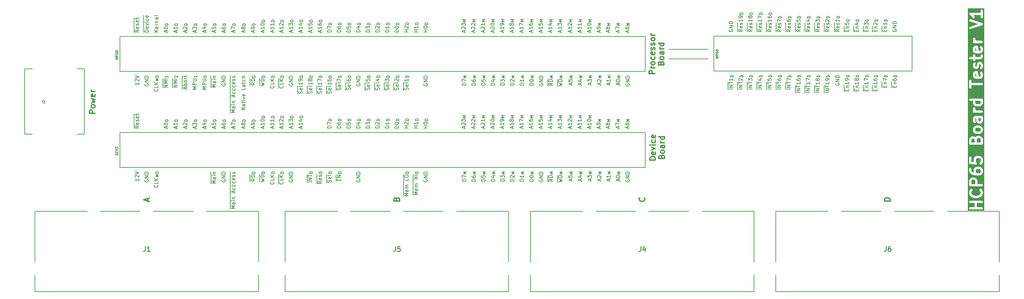
<source format=gto>
%TF.GenerationSoftware,KiCad,Pcbnew,9.0.2*%
%TF.CreationDate,2025-06-08T18:41:34+02:00*%
%TF.ProjectId,HCP65 Board Tester,48435036-3520-4426-9f61-726420546573,V0*%
%TF.SameCoordinates,Original*%
%TF.FileFunction,Legend,Top*%
%TF.FilePolarity,Positive*%
%FSLAX46Y46*%
G04 Gerber Fmt 4.6, Leading zero omitted, Abs format (unit mm)*
G04 Created by KiCad (PCBNEW 9.0.2) date 2025-06-08 18:41:34*
%MOMM*%
%LPD*%
G01*
G04 APERTURE LIST*
%ADD10C,0.150000*%
%ADD11C,0.200000*%
%ADD12C,0.300000*%
%ADD13C,0.600000*%
%ADD14C,0.254000*%
%ADD15C,0.100000*%
G04 APERTURE END LIST*
D10*
X140335000Y-3810000D02*
X150749000Y-3810000D01*
X140335000Y-1270000D02*
X150749000Y-1270000D01*
D11*
X106179838Y-10418292D02*
X106132219Y-10513530D01*
X106132219Y-10513530D02*
X106132219Y-10656387D01*
X106132219Y-10656387D02*
X106179838Y-10799244D01*
X106179838Y-10799244D02*
X106275076Y-10894482D01*
X106275076Y-10894482D02*
X106370314Y-10942101D01*
X106370314Y-10942101D02*
X106560790Y-10989720D01*
X106560790Y-10989720D02*
X106703647Y-10989720D01*
X106703647Y-10989720D02*
X106894123Y-10942101D01*
X106894123Y-10942101D02*
X106989361Y-10894482D01*
X106989361Y-10894482D02*
X107084600Y-10799244D01*
X107084600Y-10799244D02*
X107132219Y-10656387D01*
X107132219Y-10656387D02*
X107132219Y-10561149D01*
X107132219Y-10561149D02*
X107084600Y-10418292D01*
X107084600Y-10418292D02*
X107036980Y-10370673D01*
X107036980Y-10370673D02*
X106703647Y-10370673D01*
X106703647Y-10370673D02*
X106703647Y-10561149D01*
X107132219Y-9942101D02*
X106132219Y-9942101D01*
X106132219Y-9942101D02*
X107132219Y-9370673D01*
X107132219Y-9370673D02*
X106132219Y-9370673D01*
X107132219Y-8894482D02*
X106132219Y-8894482D01*
X106132219Y-8894482D02*
X106132219Y-8656387D01*
X106132219Y-8656387D02*
X106179838Y-8513530D01*
X106179838Y-8513530D02*
X106275076Y-8418292D01*
X106275076Y-8418292D02*
X106370314Y-8370673D01*
X106370314Y-8370673D02*
X106560790Y-8323054D01*
X106560790Y-8323054D02*
X106703647Y-8323054D01*
X106703647Y-8323054D02*
X106894123Y-8370673D01*
X106894123Y-8370673D02*
X106989361Y-8418292D01*
X106989361Y-8418292D02*
X107084600Y-8513530D01*
X107084600Y-8513530D02*
X107132219Y-8656387D01*
X107132219Y-8656387D02*
X107132219Y-8894482D01*
X127166504Y-36065911D02*
X127166504Y-35589721D01*
X127452219Y-36161149D02*
X126452219Y-35827816D01*
X126452219Y-35827816D02*
X127452219Y-35494483D01*
X126452219Y-34970673D02*
X126452219Y-34875435D01*
X126452219Y-34875435D02*
X126499838Y-34780197D01*
X126499838Y-34780197D02*
X126547457Y-34732578D01*
X126547457Y-34732578D02*
X126642695Y-34684959D01*
X126642695Y-34684959D02*
X126833171Y-34637340D01*
X126833171Y-34637340D02*
X127071266Y-34637340D01*
X127071266Y-34637340D02*
X127261742Y-34684959D01*
X127261742Y-34684959D02*
X127356980Y-34732578D01*
X127356980Y-34732578D02*
X127404600Y-34780197D01*
X127404600Y-34780197D02*
X127452219Y-34875435D01*
X127452219Y-34875435D02*
X127452219Y-34970673D01*
X127452219Y-34970673D02*
X127404600Y-35065911D01*
X127404600Y-35065911D02*
X127356980Y-35113530D01*
X127356980Y-35113530D02*
X127261742Y-35161149D01*
X127261742Y-35161149D02*
X127071266Y-35208768D01*
X127071266Y-35208768D02*
X126833171Y-35208768D01*
X126833171Y-35208768D02*
X126642695Y-35161149D01*
X126642695Y-35161149D02*
X126547457Y-35113530D01*
X126547457Y-35113530D02*
X126499838Y-35065911D01*
X126499838Y-35065911D02*
X126452219Y-34970673D01*
X127562695Y-34256387D02*
X126762695Y-34256387D01*
X126762695Y-34256387D02*
X127334123Y-33989721D01*
X127334123Y-33989721D02*
X126762695Y-33723054D01*
X126762695Y-33723054D02*
X127562695Y-33723054D01*
X189920409Y-12281768D02*
X189920409Y-11948435D01*
X190444219Y-11805578D02*
X190444219Y-12281768D01*
X190444219Y-12281768D02*
X189444219Y-12281768D01*
X189444219Y-12281768D02*
X189444219Y-11805578D01*
X189777552Y-11377006D02*
X190444219Y-11377006D01*
X189872790Y-11377006D02*
X189825171Y-11329387D01*
X189825171Y-11329387D02*
X189777552Y-11234149D01*
X189777552Y-11234149D02*
X189777552Y-11091292D01*
X189777552Y-11091292D02*
X189825171Y-10996054D01*
X189825171Y-10996054D02*
X189920409Y-10948435D01*
X189920409Y-10948435D02*
X190444219Y-10948435D01*
X189166600Y-12419864D02*
X189166600Y-10810340D01*
X190444219Y-9948435D02*
X190444219Y-10519863D01*
X190444219Y-10234149D02*
X189444219Y-10234149D01*
X189444219Y-10234149D02*
X189587076Y-10329387D01*
X189587076Y-10329387D02*
X189682314Y-10424625D01*
X189682314Y-10424625D02*
X189729933Y-10519863D01*
X189872790Y-9377006D02*
X189825171Y-9472244D01*
X189825171Y-9472244D02*
X189777552Y-9519863D01*
X189777552Y-9519863D02*
X189682314Y-9567482D01*
X189682314Y-9567482D02*
X189634695Y-9567482D01*
X189634695Y-9567482D02*
X189539457Y-9519863D01*
X189539457Y-9519863D02*
X189491838Y-9472244D01*
X189491838Y-9472244D02*
X189444219Y-9377006D01*
X189444219Y-9377006D02*
X189444219Y-9186530D01*
X189444219Y-9186530D02*
X189491838Y-9091292D01*
X189491838Y-9091292D02*
X189539457Y-9043673D01*
X189539457Y-9043673D02*
X189634695Y-8996054D01*
X189634695Y-8996054D02*
X189682314Y-8996054D01*
X189682314Y-8996054D02*
X189777552Y-9043673D01*
X189777552Y-9043673D02*
X189825171Y-9091292D01*
X189825171Y-9091292D02*
X189872790Y-9186530D01*
X189872790Y-9186530D02*
X189872790Y-9377006D01*
X189872790Y-9377006D02*
X189920409Y-9472244D01*
X189920409Y-9472244D02*
X189968028Y-9519863D01*
X189968028Y-9519863D02*
X190063266Y-9567482D01*
X190063266Y-9567482D02*
X190253742Y-9567482D01*
X190253742Y-9567482D02*
X190348980Y-9519863D01*
X190348980Y-9519863D02*
X190396600Y-9472244D01*
X190396600Y-9472244D02*
X190444219Y-9377006D01*
X190444219Y-9377006D02*
X190444219Y-9186530D01*
X190444219Y-9186530D02*
X190396600Y-9091292D01*
X190396600Y-9091292D02*
X190348980Y-9043673D01*
X190348980Y-9043673D02*
X190253742Y-8996054D01*
X190253742Y-8996054D02*
X190063266Y-8996054D01*
X190063266Y-8996054D02*
X189968028Y-9043673D01*
X189968028Y-9043673D02*
X189920409Y-9091292D01*
X189920409Y-9091292D02*
X189872790Y-9186530D01*
X190554695Y-8615101D02*
X189754695Y-8615101D01*
X189754695Y-8615101D02*
X189754695Y-8424625D01*
X189754695Y-8424625D02*
X189792790Y-8310339D01*
X189792790Y-8310339D02*
X189868980Y-8234149D01*
X189868980Y-8234149D02*
X189945171Y-8196054D01*
X189945171Y-8196054D02*
X190097552Y-8157958D01*
X190097552Y-8157958D02*
X190211838Y-8157958D01*
X190211838Y-8157958D02*
X190364219Y-8196054D01*
X190364219Y-8196054D02*
X190440409Y-8234149D01*
X190440409Y-8234149D02*
X190516600Y-8310339D01*
X190516600Y-8310339D02*
X190554695Y-8424625D01*
X190554695Y-8424625D02*
X190554695Y-8615101D01*
X17946504Y3243054D02*
X17946504Y3719244D01*
X18232219Y3147816D02*
X17232219Y3481149D01*
X17232219Y3481149D02*
X18232219Y3814482D01*
X17565552Y4576387D02*
X18232219Y4576387D01*
X17184600Y4338292D02*
X17898885Y4100197D01*
X17898885Y4100197D02*
X17898885Y4719244D01*
X18342695Y5052578D02*
X17542695Y5052578D01*
X17542695Y5052578D02*
X17542695Y5243054D01*
X17542695Y5243054D02*
X17580790Y5357340D01*
X17580790Y5357340D02*
X17656980Y5433530D01*
X17656980Y5433530D02*
X17733171Y5471625D01*
X17733171Y5471625D02*
X17885552Y5509721D01*
X17885552Y5509721D02*
X17999838Y5509721D01*
X17999838Y5509721D02*
X18152219Y5471625D01*
X18152219Y5471625D02*
X18228409Y5433530D01*
X18228409Y5433530D02*
X18304600Y5357340D01*
X18304600Y5357340D02*
X18342695Y5243054D01*
X18342695Y5243054D02*
X18342695Y5052578D01*
X91479504Y-22156945D02*
X91479504Y-21680755D01*
X91765219Y-22252183D02*
X90765219Y-21918850D01*
X90765219Y-21918850D02*
X91765219Y-21585517D01*
X90860457Y-21299802D02*
X90812838Y-21252183D01*
X90812838Y-21252183D02*
X90765219Y-21156945D01*
X90765219Y-21156945D02*
X90765219Y-20918850D01*
X90765219Y-20918850D02*
X90812838Y-20823612D01*
X90812838Y-20823612D02*
X90860457Y-20775993D01*
X90860457Y-20775993D02*
X90955695Y-20728374D01*
X90955695Y-20728374D02*
X91050933Y-20728374D01*
X91050933Y-20728374D02*
X91193790Y-20775993D01*
X91193790Y-20775993D02*
X91765219Y-21347421D01*
X91765219Y-21347421D02*
X91765219Y-20728374D01*
X91765219Y-19775993D02*
X91765219Y-20347421D01*
X91765219Y-20061707D02*
X90765219Y-20061707D01*
X90765219Y-20061707D02*
X90908076Y-20156945D01*
X90908076Y-20156945D02*
X91003314Y-20252183D01*
X91003314Y-20252183D02*
X91050933Y-20347421D01*
X91875695Y-19395040D02*
X91075695Y-19395040D01*
X91075695Y-19395040D02*
X91647123Y-19128374D01*
X91647123Y-19128374D02*
X91075695Y-18861707D01*
X91075695Y-18861707D02*
X91875695Y-18861707D01*
X122213504Y-10665911D02*
X122213504Y-10189721D01*
X122499219Y-10761149D02*
X121499219Y-10427816D01*
X121499219Y-10427816D02*
X122499219Y-10094483D01*
X121594457Y-9808768D02*
X121546838Y-9761149D01*
X121546838Y-9761149D02*
X121499219Y-9665911D01*
X121499219Y-9665911D02*
X121499219Y-9427816D01*
X121499219Y-9427816D02*
X121546838Y-9332578D01*
X121546838Y-9332578D02*
X121594457Y-9284959D01*
X121594457Y-9284959D02*
X121689695Y-9237340D01*
X121689695Y-9237340D02*
X121784933Y-9237340D01*
X121784933Y-9237340D02*
X121927790Y-9284959D01*
X121927790Y-9284959D02*
X122499219Y-9856387D01*
X122499219Y-9856387D02*
X122499219Y-9237340D01*
X122609695Y-8856387D02*
X121809695Y-8856387D01*
X121809695Y-8856387D02*
X122381123Y-8589721D01*
X122381123Y-8589721D02*
X121809695Y-8323054D01*
X121809695Y-8323054D02*
X122609695Y-8323054D01*
X162377219Y3989101D02*
X161901028Y3655768D01*
X162377219Y3417673D02*
X161377219Y3417673D01*
X161377219Y3417673D02*
X161377219Y3798625D01*
X161377219Y3798625D02*
X161424838Y3893863D01*
X161424838Y3893863D02*
X161472457Y3941482D01*
X161472457Y3941482D02*
X161567695Y3989101D01*
X161567695Y3989101D02*
X161710552Y3989101D01*
X161710552Y3989101D02*
X161805790Y3941482D01*
X161805790Y3941482D02*
X161853409Y3893863D01*
X161853409Y3893863D02*
X161901028Y3798625D01*
X161901028Y3798625D02*
X161901028Y3417673D01*
X162329600Y4798625D02*
X162377219Y4703387D01*
X162377219Y4703387D02*
X162377219Y4512911D01*
X162377219Y4512911D02*
X162329600Y4417673D01*
X162329600Y4417673D02*
X162234361Y4370054D01*
X162234361Y4370054D02*
X161853409Y4370054D01*
X161853409Y4370054D02*
X161758171Y4417673D01*
X161758171Y4417673D02*
X161710552Y4512911D01*
X161710552Y4512911D02*
X161710552Y4703387D01*
X161710552Y4703387D02*
X161758171Y4798625D01*
X161758171Y4798625D02*
X161853409Y4846244D01*
X161853409Y4846244D02*
X161948647Y4846244D01*
X161948647Y4846244D02*
X162043885Y4370054D01*
X162329600Y5227197D02*
X162377219Y5322435D01*
X162377219Y5322435D02*
X162377219Y5512911D01*
X162377219Y5512911D02*
X162329600Y5608149D01*
X162329600Y5608149D02*
X162234361Y5655768D01*
X162234361Y5655768D02*
X162186742Y5655768D01*
X162186742Y5655768D02*
X162091504Y5608149D01*
X162091504Y5608149D02*
X162043885Y5512911D01*
X162043885Y5512911D02*
X162043885Y5370054D01*
X162043885Y5370054D02*
X161996266Y5274816D01*
X161996266Y5274816D02*
X161901028Y5227197D01*
X161901028Y5227197D02*
X161853409Y5227197D01*
X161853409Y5227197D02*
X161758171Y5274816D01*
X161758171Y5274816D02*
X161710552Y5370054D01*
X161710552Y5370054D02*
X161710552Y5512911D01*
X161710552Y5512911D02*
X161758171Y5608149D01*
X161099600Y3279578D02*
X161099600Y5746245D01*
X162377219Y6608149D02*
X162377219Y6036721D01*
X162377219Y6322435D02*
X161377219Y6322435D01*
X161377219Y6322435D02*
X161520076Y6227197D01*
X161520076Y6227197D02*
X161615314Y6131959D01*
X161615314Y6131959D02*
X161662933Y6036721D01*
X161805790Y7179578D02*
X161758171Y7084340D01*
X161758171Y7084340D02*
X161710552Y7036721D01*
X161710552Y7036721D02*
X161615314Y6989102D01*
X161615314Y6989102D02*
X161567695Y6989102D01*
X161567695Y6989102D02*
X161472457Y7036721D01*
X161472457Y7036721D02*
X161424838Y7084340D01*
X161424838Y7084340D02*
X161377219Y7179578D01*
X161377219Y7179578D02*
X161377219Y7370054D01*
X161377219Y7370054D02*
X161424838Y7465292D01*
X161424838Y7465292D02*
X161472457Y7512911D01*
X161472457Y7512911D02*
X161567695Y7560530D01*
X161567695Y7560530D02*
X161615314Y7560530D01*
X161615314Y7560530D02*
X161710552Y7512911D01*
X161710552Y7512911D02*
X161758171Y7465292D01*
X161758171Y7465292D02*
X161805790Y7370054D01*
X161805790Y7370054D02*
X161805790Y7179578D01*
X161805790Y7179578D02*
X161853409Y7084340D01*
X161853409Y7084340D02*
X161901028Y7036721D01*
X161901028Y7036721D02*
X161996266Y6989102D01*
X161996266Y6989102D02*
X162186742Y6989102D01*
X162186742Y6989102D02*
X162281980Y7036721D01*
X162281980Y7036721D02*
X162329600Y7084340D01*
X162329600Y7084340D02*
X162377219Y7179578D01*
X162377219Y7179578D02*
X162377219Y7370054D01*
X162377219Y7370054D02*
X162329600Y7465292D01*
X162329600Y7465292D02*
X162281980Y7512911D01*
X162281980Y7512911D02*
X162186742Y7560530D01*
X162186742Y7560530D02*
X161996266Y7560530D01*
X161996266Y7560530D02*
X161901028Y7512911D01*
X161901028Y7512911D02*
X161853409Y7465292D01*
X161853409Y7465292D02*
X161805790Y7370054D01*
X162487695Y7941483D02*
X161687695Y7941483D01*
X161687695Y7941483D02*
X161687695Y8131959D01*
X161687695Y8131959D02*
X161725790Y8246245D01*
X161725790Y8246245D02*
X161801980Y8322435D01*
X161801980Y8322435D02*
X161878171Y8360530D01*
X161878171Y8360530D02*
X162030552Y8398626D01*
X162030552Y8398626D02*
X162144838Y8398626D01*
X162144838Y8398626D02*
X162297219Y8360530D01*
X162297219Y8360530D02*
X162373409Y8322435D01*
X162373409Y8322435D02*
X162449600Y8246245D01*
X162449600Y8246245D02*
X162487695Y8131959D01*
X162487695Y8131959D02*
X162487695Y7941483D01*
X199524838Y3941482D02*
X199477219Y3846244D01*
X199477219Y3846244D02*
X199477219Y3703387D01*
X199477219Y3703387D02*
X199524838Y3560530D01*
X199524838Y3560530D02*
X199620076Y3465292D01*
X199620076Y3465292D02*
X199715314Y3417673D01*
X199715314Y3417673D02*
X199905790Y3370054D01*
X199905790Y3370054D02*
X200048647Y3370054D01*
X200048647Y3370054D02*
X200239123Y3417673D01*
X200239123Y3417673D02*
X200334361Y3465292D01*
X200334361Y3465292D02*
X200429600Y3560530D01*
X200429600Y3560530D02*
X200477219Y3703387D01*
X200477219Y3703387D02*
X200477219Y3798625D01*
X200477219Y3798625D02*
X200429600Y3941482D01*
X200429600Y3941482D02*
X200381980Y3989101D01*
X200381980Y3989101D02*
X200048647Y3989101D01*
X200048647Y3989101D02*
X200048647Y3798625D01*
X200477219Y4417673D02*
X199477219Y4417673D01*
X199477219Y4417673D02*
X200477219Y4989101D01*
X200477219Y4989101D02*
X199477219Y4989101D01*
X200477219Y5465292D02*
X199477219Y5465292D01*
X199477219Y5465292D02*
X199477219Y5703387D01*
X199477219Y5703387D02*
X199524838Y5846244D01*
X199524838Y5846244D02*
X199620076Y5941482D01*
X199620076Y5941482D02*
X199715314Y5989101D01*
X199715314Y5989101D02*
X199905790Y6036720D01*
X199905790Y6036720D02*
X200048647Y6036720D01*
X200048647Y6036720D02*
X200239123Y5989101D01*
X200239123Y5989101D02*
X200334361Y5941482D01*
X200334361Y5941482D02*
X200429600Y5846244D01*
X200429600Y5846244D02*
X200477219Y5703387D01*
X200477219Y5703387D02*
X200477219Y5465292D01*
X99099504Y-22156945D02*
X99099504Y-21680755D01*
X99385219Y-22252183D02*
X98385219Y-21918850D01*
X98385219Y-21918850D02*
X99385219Y-21585517D01*
X99385219Y-20728374D02*
X99385219Y-21299802D01*
X99385219Y-21014088D02*
X98385219Y-21014088D01*
X98385219Y-21014088D02*
X98528076Y-21109326D01*
X98528076Y-21109326D02*
X98623314Y-21204564D01*
X98623314Y-21204564D02*
X98670933Y-21299802D01*
X98813790Y-20156945D02*
X98766171Y-20252183D01*
X98766171Y-20252183D02*
X98718552Y-20299802D01*
X98718552Y-20299802D02*
X98623314Y-20347421D01*
X98623314Y-20347421D02*
X98575695Y-20347421D01*
X98575695Y-20347421D02*
X98480457Y-20299802D01*
X98480457Y-20299802D02*
X98432838Y-20252183D01*
X98432838Y-20252183D02*
X98385219Y-20156945D01*
X98385219Y-20156945D02*
X98385219Y-19966469D01*
X98385219Y-19966469D02*
X98432838Y-19871231D01*
X98432838Y-19871231D02*
X98480457Y-19823612D01*
X98480457Y-19823612D02*
X98575695Y-19775993D01*
X98575695Y-19775993D02*
X98623314Y-19775993D01*
X98623314Y-19775993D02*
X98718552Y-19823612D01*
X98718552Y-19823612D02*
X98766171Y-19871231D01*
X98766171Y-19871231D02*
X98813790Y-19966469D01*
X98813790Y-19966469D02*
X98813790Y-20156945D01*
X98813790Y-20156945D02*
X98861409Y-20252183D01*
X98861409Y-20252183D02*
X98909028Y-20299802D01*
X98909028Y-20299802D02*
X99004266Y-20347421D01*
X99004266Y-20347421D02*
X99194742Y-20347421D01*
X99194742Y-20347421D02*
X99289980Y-20299802D01*
X99289980Y-20299802D02*
X99337600Y-20252183D01*
X99337600Y-20252183D02*
X99385219Y-20156945D01*
X99385219Y-20156945D02*
X99385219Y-19966469D01*
X99385219Y-19966469D02*
X99337600Y-19871231D01*
X99337600Y-19871231D02*
X99289980Y-19823612D01*
X99289980Y-19823612D02*
X99194742Y-19775993D01*
X99194742Y-19775993D02*
X99004266Y-19775993D01*
X99004266Y-19775993D02*
X98909028Y-19823612D01*
X98909028Y-19823612D02*
X98861409Y-19871231D01*
X98861409Y-19871231D02*
X98813790Y-19966469D01*
X99495695Y-19395040D02*
X98695695Y-19395040D01*
X98695695Y-19395040D02*
X99267123Y-19128374D01*
X99267123Y-19128374D02*
X98695695Y-18861707D01*
X98695695Y-18861707D02*
X99495695Y-18861707D01*
X51252219Y-22109326D02*
X50252219Y-22109326D01*
X50252219Y-22109326D02*
X50252219Y-21871231D01*
X50252219Y-21871231D02*
X50299838Y-21728374D01*
X50299838Y-21728374D02*
X50395076Y-21633136D01*
X50395076Y-21633136D02*
X50490314Y-21585517D01*
X50490314Y-21585517D02*
X50680790Y-21537898D01*
X50680790Y-21537898D02*
X50823647Y-21537898D01*
X50823647Y-21537898D02*
X51014123Y-21585517D01*
X51014123Y-21585517D02*
X51109361Y-21633136D01*
X51109361Y-21633136D02*
X51204600Y-21728374D01*
X51204600Y-21728374D02*
X51252219Y-21871231D01*
X51252219Y-21871231D02*
X51252219Y-22109326D01*
X50252219Y-21204564D02*
X50252219Y-20537898D01*
X50252219Y-20537898D02*
X51252219Y-20966469D01*
X51362695Y-20204564D02*
X50562695Y-20204564D01*
X50562695Y-20204564D02*
X50562695Y-20014088D01*
X50562695Y-20014088D02*
X50600790Y-19899802D01*
X50600790Y-19899802D02*
X50676980Y-19823612D01*
X50676980Y-19823612D02*
X50753171Y-19785517D01*
X50753171Y-19785517D02*
X50905552Y-19747421D01*
X50905552Y-19747421D02*
X51019838Y-19747421D01*
X51019838Y-19747421D02*
X51172219Y-19785517D01*
X51172219Y-19785517D02*
X51248409Y-19823612D01*
X51248409Y-19823612D02*
X51324600Y-19899802D01*
X51324600Y-19899802D02*
X51362695Y-20014088D01*
X51362695Y-20014088D02*
X51362695Y-20204564D01*
X43584600Y-12980197D02*
X43632219Y-12837340D01*
X43632219Y-12837340D02*
X43632219Y-12599245D01*
X43632219Y-12599245D02*
X43584600Y-12504007D01*
X43584600Y-12504007D02*
X43536980Y-12456388D01*
X43536980Y-12456388D02*
X43441742Y-12408769D01*
X43441742Y-12408769D02*
X43346504Y-12408769D01*
X43346504Y-12408769D02*
X43251266Y-12456388D01*
X43251266Y-12456388D02*
X43203647Y-12504007D01*
X43203647Y-12504007D02*
X43156028Y-12599245D01*
X43156028Y-12599245D02*
X43108409Y-12789721D01*
X43108409Y-12789721D02*
X43060790Y-12884959D01*
X43060790Y-12884959D02*
X43013171Y-12932578D01*
X43013171Y-12932578D02*
X42917933Y-12980197D01*
X42917933Y-12980197D02*
X42822695Y-12980197D01*
X42822695Y-12980197D02*
X42727457Y-12932578D01*
X42727457Y-12932578D02*
X42679838Y-12884959D01*
X42679838Y-12884959D02*
X42632219Y-12789721D01*
X42632219Y-12789721D02*
X42632219Y-12551626D01*
X42632219Y-12551626D02*
X42679838Y-12408769D01*
X43584600Y-11599245D02*
X43632219Y-11694483D01*
X43632219Y-11694483D02*
X43632219Y-11884959D01*
X43632219Y-11884959D02*
X43584600Y-11980197D01*
X43584600Y-11980197D02*
X43489361Y-12027816D01*
X43489361Y-12027816D02*
X43108409Y-12027816D01*
X43108409Y-12027816D02*
X43013171Y-11980197D01*
X43013171Y-11980197D02*
X42965552Y-11884959D01*
X42965552Y-11884959D02*
X42965552Y-11694483D01*
X42965552Y-11694483D02*
X43013171Y-11599245D01*
X43013171Y-11599245D02*
X43108409Y-11551626D01*
X43108409Y-11551626D02*
X43203647Y-11551626D01*
X43203647Y-11551626D02*
X43298885Y-12027816D01*
X43632219Y-10980197D02*
X43584600Y-11075435D01*
X43584600Y-11075435D02*
X43489361Y-11123054D01*
X43489361Y-11123054D02*
X42632219Y-11123054D01*
X42354600Y-13070674D02*
X42354600Y-10937340D01*
X43632219Y-10075435D02*
X43632219Y-10646863D01*
X43632219Y-10361149D02*
X42632219Y-10361149D01*
X42632219Y-10361149D02*
X42775076Y-10456387D01*
X42775076Y-10456387D02*
X42870314Y-10551625D01*
X42870314Y-10551625D02*
X42917933Y-10646863D01*
X43632219Y-9599244D02*
X43632219Y-9408768D01*
X43632219Y-9408768D02*
X43584600Y-9313530D01*
X43584600Y-9313530D02*
X43536980Y-9265911D01*
X43536980Y-9265911D02*
X43394123Y-9170673D01*
X43394123Y-9170673D02*
X43203647Y-9123054D01*
X43203647Y-9123054D02*
X42822695Y-9123054D01*
X42822695Y-9123054D02*
X42727457Y-9170673D01*
X42727457Y-9170673D02*
X42679838Y-9218292D01*
X42679838Y-9218292D02*
X42632219Y-9313530D01*
X42632219Y-9313530D02*
X42632219Y-9504006D01*
X42632219Y-9504006D02*
X42679838Y-9599244D01*
X42679838Y-9599244D02*
X42727457Y-9646863D01*
X42727457Y-9646863D02*
X42822695Y-9694482D01*
X42822695Y-9694482D02*
X43060790Y-9694482D01*
X43060790Y-9694482D02*
X43156028Y-9646863D01*
X43156028Y-9646863D02*
X43203647Y-9599244D01*
X43203647Y-9599244D02*
X43251266Y-9504006D01*
X43251266Y-9504006D02*
X43251266Y-9313530D01*
X43251266Y-9313530D02*
X43203647Y-9218292D01*
X43203647Y-9218292D02*
X43156028Y-9170673D01*
X43156028Y-9170673D02*
X43060790Y-9123054D01*
X43742695Y-8742101D02*
X42942695Y-8742101D01*
X42942695Y-8742101D02*
X42942695Y-8551625D01*
X42942695Y-8551625D02*
X42980790Y-8437339D01*
X42980790Y-8437339D02*
X43056980Y-8361149D01*
X43056980Y-8361149D02*
X43133171Y-8323054D01*
X43133171Y-8323054D02*
X43285552Y-8284958D01*
X43285552Y-8284958D02*
X43399838Y-8284958D01*
X43399838Y-8284958D02*
X43552219Y-8323054D01*
X43552219Y-8323054D02*
X43628409Y-8361149D01*
X43628409Y-8361149D02*
X43704600Y-8437339D01*
X43704600Y-8437339D02*
X43742695Y-8551625D01*
X43742695Y-8551625D02*
X43742695Y-8742101D01*
X20486504Y3243054D02*
X20486504Y3719244D01*
X20772219Y3147816D02*
X19772219Y3481149D01*
X19772219Y3481149D02*
X20772219Y3814482D01*
X19772219Y4624006D02*
X19772219Y4147816D01*
X19772219Y4147816D02*
X20248409Y4100197D01*
X20248409Y4100197D02*
X20200790Y4147816D01*
X20200790Y4147816D02*
X20153171Y4243054D01*
X20153171Y4243054D02*
X20153171Y4481149D01*
X20153171Y4481149D02*
X20200790Y4576387D01*
X20200790Y4576387D02*
X20248409Y4624006D01*
X20248409Y4624006D02*
X20343647Y4671625D01*
X20343647Y4671625D02*
X20581742Y4671625D01*
X20581742Y4671625D02*
X20676980Y4624006D01*
X20676980Y4624006D02*
X20724600Y4576387D01*
X20724600Y4576387D02*
X20772219Y4481149D01*
X20772219Y4481149D02*
X20772219Y4243054D01*
X20772219Y4243054D02*
X20724600Y4147816D01*
X20724600Y4147816D02*
X20676980Y4100197D01*
X20882695Y5052578D02*
X20082695Y5052578D01*
X20082695Y5052578D02*
X20082695Y5243054D01*
X20082695Y5243054D02*
X20120790Y5357340D01*
X20120790Y5357340D02*
X20196980Y5433530D01*
X20196980Y5433530D02*
X20273171Y5471625D01*
X20273171Y5471625D02*
X20425552Y5509721D01*
X20425552Y5509721D02*
X20539838Y5509721D01*
X20539838Y5509721D02*
X20692219Y5471625D01*
X20692219Y5471625D02*
X20768409Y5433530D01*
X20768409Y5433530D02*
X20844600Y5357340D01*
X20844600Y5357340D02*
X20882695Y5243054D01*
X20882695Y5243054D02*
X20882695Y5052578D01*
X74112219Y-39713529D02*
X73112219Y-39713529D01*
X73112219Y-39713529D02*
X73826504Y-39380196D01*
X73826504Y-39380196D02*
X73112219Y-39046863D01*
X73112219Y-39046863D02*
X74112219Y-39046863D01*
X74064600Y-38189720D02*
X74112219Y-38284958D01*
X74112219Y-38284958D02*
X74112219Y-38475434D01*
X74112219Y-38475434D02*
X74064600Y-38570672D01*
X74064600Y-38570672D02*
X73969361Y-38618291D01*
X73969361Y-38618291D02*
X73588409Y-38618291D01*
X73588409Y-38618291D02*
X73493171Y-38570672D01*
X73493171Y-38570672D02*
X73445552Y-38475434D01*
X73445552Y-38475434D02*
X73445552Y-38284958D01*
X73445552Y-38284958D02*
X73493171Y-38189720D01*
X73493171Y-38189720D02*
X73588409Y-38142101D01*
X73588409Y-38142101D02*
X73683647Y-38142101D01*
X73683647Y-38142101D02*
X73778885Y-38618291D01*
X74112219Y-37713529D02*
X73445552Y-37713529D01*
X73540790Y-37713529D02*
X73493171Y-37665910D01*
X73493171Y-37665910D02*
X73445552Y-37570672D01*
X73445552Y-37570672D02*
X73445552Y-37427815D01*
X73445552Y-37427815D02*
X73493171Y-37332577D01*
X73493171Y-37332577D02*
X73588409Y-37284958D01*
X73588409Y-37284958D02*
X74112219Y-37284958D01*
X73588409Y-37284958D02*
X73493171Y-37237339D01*
X73493171Y-37237339D02*
X73445552Y-37142101D01*
X73445552Y-37142101D02*
X73445552Y-36999244D01*
X73445552Y-36999244D02*
X73493171Y-36904005D01*
X73493171Y-36904005D02*
X73588409Y-36856386D01*
X73588409Y-36856386D02*
X74112219Y-36856386D01*
X74112219Y-35618291D02*
X73112219Y-35618291D01*
X73588409Y-35618291D02*
X73588409Y-35046863D01*
X74112219Y-35046863D02*
X73112219Y-35046863D01*
X74112219Y-34570672D02*
X73112219Y-34570672D01*
X72834600Y-39851625D02*
X72834600Y-34432578D01*
X74222695Y-34142101D02*
X73422695Y-34142101D01*
X73422695Y-34142101D02*
X73422695Y-33951625D01*
X73422695Y-33951625D02*
X73460790Y-33837339D01*
X73460790Y-33837339D02*
X73536980Y-33761149D01*
X73536980Y-33761149D02*
X73613171Y-33723054D01*
X73613171Y-33723054D02*
X73765552Y-33684958D01*
X73765552Y-33684958D02*
X73879838Y-33684958D01*
X73879838Y-33684958D02*
X74032219Y-33723054D01*
X74032219Y-33723054D02*
X74108409Y-33761149D01*
X74108409Y-33761149D02*
X74184600Y-33837339D01*
X74184600Y-33837339D02*
X74222695Y-33951625D01*
X74222695Y-33951625D02*
X74222695Y-34142101D01*
X36043980Y-36332578D02*
X36091600Y-36380197D01*
X36091600Y-36380197D02*
X36139219Y-36523054D01*
X36139219Y-36523054D02*
X36139219Y-36618292D01*
X36139219Y-36618292D02*
X36091600Y-36761149D01*
X36091600Y-36761149D02*
X35996361Y-36856387D01*
X35996361Y-36856387D02*
X35901123Y-36904006D01*
X35901123Y-36904006D02*
X35710647Y-36951625D01*
X35710647Y-36951625D02*
X35567790Y-36951625D01*
X35567790Y-36951625D02*
X35377314Y-36904006D01*
X35377314Y-36904006D02*
X35282076Y-36856387D01*
X35282076Y-36856387D02*
X35186838Y-36761149D01*
X35186838Y-36761149D02*
X35139219Y-36618292D01*
X35139219Y-36618292D02*
X35139219Y-36523054D01*
X35139219Y-36523054D02*
X35186838Y-36380197D01*
X35186838Y-36380197D02*
X35234457Y-36332578D01*
X36139219Y-35427816D02*
X36139219Y-35904006D01*
X36139219Y-35904006D02*
X35139219Y-35904006D01*
X36139219Y-35094482D02*
X35139219Y-35094482D01*
X36139219Y-34523054D02*
X35567790Y-34951625D01*
X35139219Y-34523054D02*
X35710647Y-35094482D01*
X36249695Y-34142101D02*
X35449695Y-34142101D01*
X35449695Y-34142101D02*
X35449695Y-33951625D01*
X35449695Y-33951625D02*
X35487790Y-33837339D01*
X35487790Y-33837339D02*
X35563980Y-33761149D01*
X35563980Y-33761149D02*
X35640171Y-33723054D01*
X35640171Y-33723054D02*
X35792552Y-33684958D01*
X35792552Y-33684958D02*
X35906838Y-33684958D01*
X35906838Y-33684958D02*
X36059219Y-33723054D01*
X36059219Y-33723054D02*
X36135409Y-33761149D01*
X36135409Y-33761149D02*
X36211600Y-33837339D01*
X36211600Y-33837339D02*
X36249695Y-33951625D01*
X36249695Y-33951625D02*
X36249695Y-34142101D01*
D12*
X136810828Y-30554999D02*
X135310828Y-30554999D01*
X135310828Y-30554999D02*
X135310828Y-30197856D01*
X135310828Y-30197856D02*
X135382257Y-29983570D01*
X135382257Y-29983570D02*
X135525114Y-29840713D01*
X135525114Y-29840713D02*
X135667971Y-29769284D01*
X135667971Y-29769284D02*
X135953685Y-29697856D01*
X135953685Y-29697856D02*
X136167971Y-29697856D01*
X136167971Y-29697856D02*
X136453685Y-29769284D01*
X136453685Y-29769284D02*
X136596542Y-29840713D01*
X136596542Y-29840713D02*
X136739400Y-29983570D01*
X136739400Y-29983570D02*
X136810828Y-30197856D01*
X136810828Y-30197856D02*
X136810828Y-30554999D01*
X136739400Y-28483570D02*
X136810828Y-28626427D01*
X136810828Y-28626427D02*
X136810828Y-28912142D01*
X136810828Y-28912142D02*
X136739400Y-29054999D01*
X136739400Y-29054999D02*
X136596542Y-29126427D01*
X136596542Y-29126427D02*
X136025114Y-29126427D01*
X136025114Y-29126427D02*
X135882257Y-29054999D01*
X135882257Y-29054999D02*
X135810828Y-28912142D01*
X135810828Y-28912142D02*
X135810828Y-28626427D01*
X135810828Y-28626427D02*
X135882257Y-28483570D01*
X135882257Y-28483570D02*
X136025114Y-28412142D01*
X136025114Y-28412142D02*
X136167971Y-28412142D01*
X136167971Y-28412142D02*
X136310828Y-29126427D01*
X135810828Y-27912142D02*
X136810828Y-27554999D01*
X136810828Y-27554999D02*
X135810828Y-27197856D01*
X136810828Y-26626428D02*
X135810828Y-26626428D01*
X135310828Y-26626428D02*
X135382257Y-26697856D01*
X135382257Y-26697856D02*
X135453685Y-26626428D01*
X135453685Y-26626428D02*
X135382257Y-26554999D01*
X135382257Y-26554999D02*
X135310828Y-26626428D01*
X135310828Y-26626428D02*
X135453685Y-26626428D01*
X136739400Y-25269285D02*
X136810828Y-25412142D01*
X136810828Y-25412142D02*
X136810828Y-25697856D01*
X136810828Y-25697856D02*
X136739400Y-25840713D01*
X136739400Y-25840713D02*
X136667971Y-25912142D01*
X136667971Y-25912142D02*
X136525114Y-25983570D01*
X136525114Y-25983570D02*
X136096542Y-25983570D01*
X136096542Y-25983570D02*
X135953685Y-25912142D01*
X135953685Y-25912142D02*
X135882257Y-25840713D01*
X135882257Y-25840713D02*
X135810828Y-25697856D01*
X135810828Y-25697856D02*
X135810828Y-25412142D01*
X135810828Y-25412142D02*
X135882257Y-25269285D01*
X136739400Y-24054999D02*
X136810828Y-24197856D01*
X136810828Y-24197856D02*
X136810828Y-24483571D01*
X136810828Y-24483571D02*
X136739400Y-24626428D01*
X136739400Y-24626428D02*
X136596542Y-24697856D01*
X136596542Y-24697856D02*
X136025114Y-24697856D01*
X136025114Y-24697856D02*
X135882257Y-24626428D01*
X135882257Y-24626428D02*
X135810828Y-24483571D01*
X135810828Y-24483571D02*
X135810828Y-24197856D01*
X135810828Y-24197856D02*
X135882257Y-24054999D01*
X135882257Y-24054999D02*
X136025114Y-23983571D01*
X136025114Y-23983571D02*
X136167971Y-23983571D01*
X136167971Y-23983571D02*
X136310828Y-24697856D01*
X138440030Y-29697857D02*
X138511458Y-29483571D01*
X138511458Y-29483571D02*
X138582887Y-29412142D01*
X138582887Y-29412142D02*
X138725744Y-29340714D01*
X138725744Y-29340714D02*
X138940030Y-29340714D01*
X138940030Y-29340714D02*
X139082887Y-29412142D01*
X139082887Y-29412142D02*
X139154316Y-29483571D01*
X139154316Y-29483571D02*
X139225744Y-29626428D01*
X139225744Y-29626428D02*
X139225744Y-30197857D01*
X139225744Y-30197857D02*
X137725744Y-30197857D01*
X137725744Y-30197857D02*
X137725744Y-29697857D01*
X137725744Y-29697857D02*
X137797173Y-29555000D01*
X137797173Y-29555000D02*
X137868601Y-29483571D01*
X137868601Y-29483571D02*
X138011458Y-29412142D01*
X138011458Y-29412142D02*
X138154316Y-29412142D01*
X138154316Y-29412142D02*
X138297173Y-29483571D01*
X138297173Y-29483571D02*
X138368601Y-29555000D01*
X138368601Y-29555000D02*
X138440030Y-29697857D01*
X138440030Y-29697857D02*
X138440030Y-30197857D01*
X139225744Y-28483571D02*
X139154316Y-28626428D01*
X139154316Y-28626428D02*
X139082887Y-28697857D01*
X139082887Y-28697857D02*
X138940030Y-28769285D01*
X138940030Y-28769285D02*
X138511458Y-28769285D01*
X138511458Y-28769285D02*
X138368601Y-28697857D01*
X138368601Y-28697857D02*
X138297173Y-28626428D01*
X138297173Y-28626428D02*
X138225744Y-28483571D01*
X138225744Y-28483571D02*
X138225744Y-28269285D01*
X138225744Y-28269285D02*
X138297173Y-28126428D01*
X138297173Y-28126428D02*
X138368601Y-28055000D01*
X138368601Y-28055000D02*
X138511458Y-27983571D01*
X138511458Y-27983571D02*
X138940030Y-27983571D01*
X138940030Y-27983571D02*
X139082887Y-28055000D01*
X139082887Y-28055000D02*
X139154316Y-28126428D01*
X139154316Y-28126428D02*
X139225744Y-28269285D01*
X139225744Y-28269285D02*
X139225744Y-28483571D01*
X139225744Y-26697857D02*
X138440030Y-26697857D01*
X138440030Y-26697857D02*
X138297173Y-26769285D01*
X138297173Y-26769285D02*
X138225744Y-26912142D01*
X138225744Y-26912142D02*
X138225744Y-27197857D01*
X138225744Y-27197857D02*
X138297173Y-27340714D01*
X139154316Y-26697857D02*
X139225744Y-26840714D01*
X139225744Y-26840714D02*
X139225744Y-27197857D01*
X139225744Y-27197857D02*
X139154316Y-27340714D01*
X139154316Y-27340714D02*
X139011458Y-27412142D01*
X139011458Y-27412142D02*
X138868601Y-27412142D01*
X138868601Y-27412142D02*
X138725744Y-27340714D01*
X138725744Y-27340714D02*
X138654316Y-27197857D01*
X138654316Y-27197857D02*
X138654316Y-26840714D01*
X138654316Y-26840714D02*
X138582887Y-26697857D01*
X139225744Y-25983571D02*
X138225744Y-25983571D01*
X138511458Y-25983571D02*
X138368601Y-25912142D01*
X138368601Y-25912142D02*
X138297173Y-25840714D01*
X138297173Y-25840714D02*
X138225744Y-25697856D01*
X138225744Y-25697856D02*
X138225744Y-25554999D01*
X139225744Y-24412143D02*
X137725744Y-24412143D01*
X139154316Y-24412143D02*
X139225744Y-24555000D01*
X139225744Y-24555000D02*
X139225744Y-24840714D01*
X139225744Y-24840714D02*
X139154316Y-24983571D01*
X139154316Y-24983571D02*
X139082887Y-25055000D01*
X139082887Y-25055000D02*
X138940030Y-25126428D01*
X138940030Y-25126428D02*
X138511458Y-25126428D01*
X138511458Y-25126428D02*
X138368601Y-25055000D01*
X138368601Y-25055000D02*
X138297173Y-24983571D01*
X138297173Y-24983571D02*
X138225744Y-24840714D01*
X138225744Y-24840714D02*
X138225744Y-24555000D01*
X138225744Y-24555000D02*
X138297173Y-24412143D01*
D11*
X71572219Y3290673D02*
X70572219Y3290673D01*
X71048409Y3290673D02*
X71048409Y3862101D01*
X71572219Y3862101D02*
X70572219Y3862101D01*
X70667457Y4290673D02*
X70619838Y4338292D01*
X70619838Y4338292D02*
X70572219Y4433530D01*
X70572219Y4433530D02*
X70572219Y4671625D01*
X70572219Y4671625D02*
X70619838Y4766863D01*
X70619838Y4766863D02*
X70667457Y4814482D01*
X70667457Y4814482D02*
X70762695Y4862101D01*
X70762695Y4862101D02*
X70857933Y4862101D01*
X70857933Y4862101D02*
X71000790Y4814482D01*
X71000790Y4814482D02*
X71572219Y4243054D01*
X71572219Y4243054D02*
X71572219Y4862101D01*
X71682695Y5243054D02*
X70882695Y5243054D01*
X70882695Y5243054D02*
X70882695Y5433530D01*
X70882695Y5433530D02*
X70920790Y5547816D01*
X70920790Y5547816D02*
X70996980Y5624006D01*
X70996980Y5624006D02*
X71073171Y5662101D01*
X71073171Y5662101D02*
X71225552Y5700197D01*
X71225552Y5700197D02*
X71339838Y5700197D01*
X71339838Y5700197D02*
X71492219Y5662101D01*
X71492219Y5662101D02*
X71568409Y5624006D01*
X71568409Y5624006D02*
X71644600Y5547816D01*
X71644600Y5547816D02*
X71682695Y5433530D01*
X71682695Y5433530D02*
X71682695Y5243054D01*
X159837219Y3989101D02*
X159361028Y3655768D01*
X159837219Y3417673D02*
X158837219Y3417673D01*
X158837219Y3417673D02*
X158837219Y3798625D01*
X158837219Y3798625D02*
X158884838Y3893863D01*
X158884838Y3893863D02*
X158932457Y3941482D01*
X158932457Y3941482D02*
X159027695Y3989101D01*
X159027695Y3989101D02*
X159170552Y3989101D01*
X159170552Y3989101D02*
X159265790Y3941482D01*
X159265790Y3941482D02*
X159313409Y3893863D01*
X159313409Y3893863D02*
X159361028Y3798625D01*
X159361028Y3798625D02*
X159361028Y3417673D01*
X159789600Y4798625D02*
X159837219Y4703387D01*
X159837219Y4703387D02*
X159837219Y4512911D01*
X159837219Y4512911D02*
X159789600Y4417673D01*
X159789600Y4417673D02*
X159694361Y4370054D01*
X159694361Y4370054D02*
X159313409Y4370054D01*
X159313409Y4370054D02*
X159218171Y4417673D01*
X159218171Y4417673D02*
X159170552Y4512911D01*
X159170552Y4512911D02*
X159170552Y4703387D01*
X159170552Y4703387D02*
X159218171Y4798625D01*
X159218171Y4798625D02*
X159313409Y4846244D01*
X159313409Y4846244D02*
X159408647Y4846244D01*
X159408647Y4846244D02*
X159503885Y4370054D01*
X159789600Y5227197D02*
X159837219Y5322435D01*
X159837219Y5322435D02*
X159837219Y5512911D01*
X159837219Y5512911D02*
X159789600Y5608149D01*
X159789600Y5608149D02*
X159694361Y5655768D01*
X159694361Y5655768D02*
X159646742Y5655768D01*
X159646742Y5655768D02*
X159551504Y5608149D01*
X159551504Y5608149D02*
X159503885Y5512911D01*
X159503885Y5512911D02*
X159503885Y5370054D01*
X159503885Y5370054D02*
X159456266Y5274816D01*
X159456266Y5274816D02*
X159361028Y5227197D01*
X159361028Y5227197D02*
X159313409Y5227197D01*
X159313409Y5227197D02*
X159218171Y5274816D01*
X159218171Y5274816D02*
X159170552Y5370054D01*
X159170552Y5370054D02*
X159170552Y5512911D01*
X159170552Y5512911D02*
X159218171Y5608149D01*
X158559600Y3279578D02*
X158559600Y5746245D01*
X159837219Y6608149D02*
X159837219Y6036721D01*
X159837219Y6322435D02*
X158837219Y6322435D01*
X158837219Y6322435D02*
X158980076Y6227197D01*
X158980076Y6227197D02*
X159075314Y6131959D01*
X159075314Y6131959D02*
X159122933Y6036721D01*
X159837219Y7084340D02*
X159837219Y7274816D01*
X159837219Y7274816D02*
X159789600Y7370054D01*
X159789600Y7370054D02*
X159741980Y7417673D01*
X159741980Y7417673D02*
X159599123Y7512911D01*
X159599123Y7512911D02*
X159408647Y7560530D01*
X159408647Y7560530D02*
X159027695Y7560530D01*
X159027695Y7560530D02*
X158932457Y7512911D01*
X158932457Y7512911D02*
X158884838Y7465292D01*
X158884838Y7465292D02*
X158837219Y7370054D01*
X158837219Y7370054D02*
X158837219Y7179578D01*
X158837219Y7179578D02*
X158884838Y7084340D01*
X158884838Y7084340D02*
X158932457Y7036721D01*
X158932457Y7036721D02*
X159027695Y6989102D01*
X159027695Y6989102D02*
X159265790Y6989102D01*
X159265790Y6989102D02*
X159361028Y7036721D01*
X159361028Y7036721D02*
X159408647Y7084340D01*
X159408647Y7084340D02*
X159456266Y7179578D01*
X159456266Y7179578D02*
X159456266Y7370054D01*
X159456266Y7370054D02*
X159408647Y7465292D01*
X159408647Y7465292D02*
X159361028Y7512911D01*
X159361028Y7512911D02*
X159265790Y7560530D01*
X159947695Y7941483D02*
X159147695Y7941483D01*
X159147695Y7941483D02*
X159147695Y8131959D01*
X159147695Y8131959D02*
X159185790Y8246245D01*
X159185790Y8246245D02*
X159261980Y8322435D01*
X159261980Y8322435D02*
X159338171Y8360530D01*
X159338171Y8360530D02*
X159490552Y8398626D01*
X159490552Y8398626D02*
X159604838Y8398626D01*
X159604838Y8398626D02*
X159757219Y8360530D01*
X159757219Y8360530D02*
X159833409Y8322435D01*
X159833409Y8322435D02*
X159909600Y8246245D01*
X159909600Y8246245D02*
X159947695Y8131959D01*
X159947695Y8131959D02*
X159947695Y7941483D01*
X94019504Y3243054D02*
X94019504Y3719244D01*
X94305219Y3147816D02*
X93305219Y3481149D01*
X93305219Y3481149D02*
X94305219Y3814482D01*
X93400457Y4100197D02*
X93352838Y4147816D01*
X93352838Y4147816D02*
X93305219Y4243054D01*
X93305219Y4243054D02*
X93305219Y4481149D01*
X93305219Y4481149D02*
X93352838Y4576387D01*
X93352838Y4576387D02*
X93400457Y4624006D01*
X93400457Y4624006D02*
X93495695Y4671625D01*
X93495695Y4671625D02*
X93590933Y4671625D01*
X93590933Y4671625D02*
X93733790Y4624006D01*
X93733790Y4624006D02*
X94305219Y4052578D01*
X94305219Y4052578D02*
X94305219Y4671625D01*
X93305219Y5290673D02*
X93305219Y5385911D01*
X93305219Y5385911D02*
X93352838Y5481149D01*
X93352838Y5481149D02*
X93400457Y5528768D01*
X93400457Y5528768D02*
X93495695Y5576387D01*
X93495695Y5576387D02*
X93686171Y5624006D01*
X93686171Y5624006D02*
X93924266Y5624006D01*
X93924266Y5624006D02*
X94114742Y5576387D01*
X94114742Y5576387D02*
X94209980Y5528768D01*
X94209980Y5528768D02*
X94257600Y5481149D01*
X94257600Y5481149D02*
X94305219Y5385911D01*
X94305219Y5385911D02*
X94305219Y5290673D01*
X94305219Y5290673D02*
X94257600Y5195435D01*
X94257600Y5195435D02*
X94209980Y5147816D01*
X94209980Y5147816D02*
X94114742Y5100197D01*
X94114742Y5100197D02*
X93924266Y5052578D01*
X93924266Y5052578D02*
X93686171Y5052578D01*
X93686171Y5052578D02*
X93495695Y5100197D01*
X93495695Y5100197D02*
X93400457Y5147816D01*
X93400457Y5147816D02*
X93352838Y5195435D01*
X93352838Y5195435D02*
X93305219Y5290673D01*
X94415695Y6004959D02*
X93615695Y6004959D01*
X93615695Y6004959D02*
X94187123Y6271625D01*
X94187123Y6271625D02*
X93615695Y6538292D01*
X93615695Y6538292D02*
X94415695Y6538292D01*
X15406504Y3243054D02*
X15406504Y3719244D01*
X15692219Y3147816D02*
X14692219Y3481149D01*
X14692219Y3481149D02*
X15692219Y3814482D01*
X14692219Y4052578D02*
X14692219Y4671625D01*
X14692219Y4671625D02*
X15073171Y4338292D01*
X15073171Y4338292D02*
X15073171Y4481149D01*
X15073171Y4481149D02*
X15120790Y4576387D01*
X15120790Y4576387D02*
X15168409Y4624006D01*
X15168409Y4624006D02*
X15263647Y4671625D01*
X15263647Y4671625D02*
X15501742Y4671625D01*
X15501742Y4671625D02*
X15596980Y4624006D01*
X15596980Y4624006D02*
X15644600Y4576387D01*
X15644600Y4576387D02*
X15692219Y4481149D01*
X15692219Y4481149D02*
X15692219Y4195435D01*
X15692219Y4195435D02*
X15644600Y4100197D01*
X15644600Y4100197D02*
X15596980Y4052578D01*
X15802695Y5052578D02*
X15002695Y5052578D01*
X15002695Y5052578D02*
X15002695Y5243054D01*
X15002695Y5243054D02*
X15040790Y5357340D01*
X15040790Y5357340D02*
X15116980Y5433530D01*
X15116980Y5433530D02*
X15193171Y5471625D01*
X15193171Y5471625D02*
X15345552Y5509721D01*
X15345552Y5509721D02*
X15459838Y5509721D01*
X15459838Y5509721D02*
X15612219Y5471625D01*
X15612219Y5471625D02*
X15688409Y5433530D01*
X15688409Y5433530D02*
X15764600Y5357340D01*
X15764600Y5357340D02*
X15802695Y5243054D01*
X15802695Y5243054D02*
X15802695Y5052578D01*
X74112219Y-22109326D02*
X73112219Y-22109326D01*
X73588409Y-22109326D02*
X73588409Y-21537898D01*
X74112219Y-21537898D02*
X73112219Y-21537898D01*
X74112219Y-20537898D02*
X74112219Y-21109326D01*
X74112219Y-20823612D02*
X73112219Y-20823612D01*
X73112219Y-20823612D02*
X73255076Y-20918850D01*
X73255076Y-20918850D02*
X73350314Y-21014088D01*
X73350314Y-21014088D02*
X73397933Y-21109326D01*
X74222695Y-20156945D02*
X73422695Y-20156945D01*
X73422695Y-20156945D02*
X73422695Y-19966469D01*
X73422695Y-19966469D02*
X73460790Y-19852183D01*
X73460790Y-19852183D02*
X73536980Y-19775993D01*
X73536980Y-19775993D02*
X73613171Y-19737898D01*
X73613171Y-19737898D02*
X73765552Y-19699802D01*
X73765552Y-19699802D02*
X73879838Y-19699802D01*
X73879838Y-19699802D02*
X74032219Y-19737898D01*
X74032219Y-19737898D02*
X74108409Y-19775993D01*
X74108409Y-19775993D02*
X74184600Y-19852183D01*
X74184600Y-19852183D02*
X74222695Y-19966469D01*
X74222695Y-19966469D02*
X74222695Y-20156945D01*
X86399504Y-22156945D02*
X86399504Y-21680755D01*
X86685219Y-22252183D02*
X85685219Y-21918850D01*
X85685219Y-21918850D02*
X86685219Y-21585517D01*
X85780457Y-21299802D02*
X85732838Y-21252183D01*
X85732838Y-21252183D02*
X85685219Y-21156945D01*
X85685219Y-21156945D02*
X85685219Y-20918850D01*
X85685219Y-20918850D02*
X85732838Y-20823612D01*
X85732838Y-20823612D02*
X85780457Y-20775993D01*
X85780457Y-20775993D02*
X85875695Y-20728374D01*
X85875695Y-20728374D02*
X85970933Y-20728374D01*
X85970933Y-20728374D02*
X86113790Y-20775993D01*
X86113790Y-20775993D02*
X86685219Y-21347421D01*
X86685219Y-21347421D02*
X86685219Y-20728374D01*
X85685219Y-20395040D02*
X85685219Y-19775993D01*
X85685219Y-19775993D02*
X86066171Y-20109326D01*
X86066171Y-20109326D02*
X86066171Y-19966469D01*
X86066171Y-19966469D02*
X86113790Y-19871231D01*
X86113790Y-19871231D02*
X86161409Y-19823612D01*
X86161409Y-19823612D02*
X86256647Y-19775993D01*
X86256647Y-19775993D02*
X86494742Y-19775993D01*
X86494742Y-19775993D02*
X86589980Y-19823612D01*
X86589980Y-19823612D02*
X86637600Y-19871231D01*
X86637600Y-19871231D02*
X86685219Y-19966469D01*
X86685219Y-19966469D02*
X86685219Y-20252183D01*
X86685219Y-20252183D02*
X86637600Y-20347421D01*
X86637600Y-20347421D02*
X86589980Y-20395040D01*
X86795695Y-19395040D02*
X85995695Y-19395040D01*
X85995695Y-19395040D02*
X86567123Y-19128374D01*
X86567123Y-19128374D02*
X85995695Y-18861707D01*
X85995695Y-18861707D02*
X86795695Y-18861707D01*
X114466504Y-22156945D02*
X114466504Y-21680755D01*
X114752219Y-22252183D02*
X113752219Y-21918850D01*
X113752219Y-21918850D02*
X114752219Y-21585517D01*
X114752219Y-20728374D02*
X114752219Y-21299802D01*
X114752219Y-21014088D02*
X113752219Y-21014088D01*
X113752219Y-21014088D02*
X113895076Y-21109326D01*
X113895076Y-21109326D02*
X113990314Y-21204564D01*
X113990314Y-21204564D02*
X114037933Y-21299802D01*
X113847457Y-20347421D02*
X113799838Y-20299802D01*
X113799838Y-20299802D02*
X113752219Y-20204564D01*
X113752219Y-20204564D02*
X113752219Y-19966469D01*
X113752219Y-19966469D02*
X113799838Y-19871231D01*
X113799838Y-19871231D02*
X113847457Y-19823612D01*
X113847457Y-19823612D02*
X113942695Y-19775993D01*
X113942695Y-19775993D02*
X114037933Y-19775993D01*
X114037933Y-19775993D02*
X114180790Y-19823612D01*
X114180790Y-19823612D02*
X114752219Y-20395040D01*
X114752219Y-20395040D02*
X114752219Y-19775993D01*
X114862695Y-19395040D02*
X114062695Y-19395040D01*
X114062695Y-19395040D02*
X114634123Y-19128374D01*
X114634123Y-19128374D02*
X114062695Y-18861707D01*
X114062695Y-18861707D02*
X114862695Y-18861707D01*
X89352219Y-10761149D02*
X88352219Y-10761149D01*
X88352219Y-10761149D02*
X88352219Y-10523054D01*
X88352219Y-10523054D02*
X88399838Y-10380197D01*
X88399838Y-10380197D02*
X88495076Y-10284959D01*
X88495076Y-10284959D02*
X88590314Y-10237340D01*
X88590314Y-10237340D02*
X88780790Y-10189721D01*
X88780790Y-10189721D02*
X88923647Y-10189721D01*
X88923647Y-10189721D02*
X89114123Y-10237340D01*
X89114123Y-10237340D02*
X89209361Y-10284959D01*
X89209361Y-10284959D02*
X89304600Y-10380197D01*
X89304600Y-10380197D02*
X89352219Y-10523054D01*
X89352219Y-10523054D02*
X89352219Y-10761149D01*
X88352219Y-9332578D02*
X88352219Y-9523054D01*
X88352219Y-9523054D02*
X88399838Y-9618292D01*
X88399838Y-9618292D02*
X88447457Y-9665911D01*
X88447457Y-9665911D02*
X88590314Y-9761149D01*
X88590314Y-9761149D02*
X88780790Y-9808768D01*
X88780790Y-9808768D02*
X89161742Y-9808768D01*
X89161742Y-9808768D02*
X89256980Y-9761149D01*
X89256980Y-9761149D02*
X89304600Y-9713530D01*
X89304600Y-9713530D02*
X89352219Y-9618292D01*
X89352219Y-9618292D02*
X89352219Y-9427816D01*
X89352219Y-9427816D02*
X89304600Y-9332578D01*
X89304600Y-9332578D02*
X89256980Y-9284959D01*
X89256980Y-9284959D02*
X89161742Y-9237340D01*
X89161742Y-9237340D02*
X88923647Y-9237340D01*
X88923647Y-9237340D02*
X88828409Y-9284959D01*
X88828409Y-9284959D02*
X88780790Y-9332578D01*
X88780790Y-9332578D02*
X88733171Y-9427816D01*
X88733171Y-9427816D02*
X88733171Y-9618292D01*
X88733171Y-9618292D02*
X88780790Y-9713530D01*
X88780790Y-9713530D02*
X88828409Y-9761149D01*
X88828409Y-9761149D02*
X88923647Y-9808768D01*
X89462695Y-8856387D02*
X88662695Y-8856387D01*
X88662695Y-8856387D02*
X89234123Y-8589721D01*
X89234123Y-8589721D02*
X88662695Y-8323054D01*
X88662695Y-8323054D02*
X89462695Y-8323054D01*
X124499504Y-22156945D02*
X124499504Y-21680755D01*
X124785219Y-22252183D02*
X123785219Y-21918850D01*
X123785219Y-21918850D02*
X124785219Y-21585517D01*
X124213790Y-21109326D02*
X124166171Y-21204564D01*
X124166171Y-21204564D02*
X124118552Y-21252183D01*
X124118552Y-21252183D02*
X124023314Y-21299802D01*
X124023314Y-21299802D02*
X123975695Y-21299802D01*
X123975695Y-21299802D02*
X123880457Y-21252183D01*
X123880457Y-21252183D02*
X123832838Y-21204564D01*
X123832838Y-21204564D02*
X123785219Y-21109326D01*
X123785219Y-21109326D02*
X123785219Y-20918850D01*
X123785219Y-20918850D02*
X123832838Y-20823612D01*
X123832838Y-20823612D02*
X123880457Y-20775993D01*
X123880457Y-20775993D02*
X123975695Y-20728374D01*
X123975695Y-20728374D02*
X124023314Y-20728374D01*
X124023314Y-20728374D02*
X124118552Y-20775993D01*
X124118552Y-20775993D02*
X124166171Y-20823612D01*
X124166171Y-20823612D02*
X124213790Y-20918850D01*
X124213790Y-20918850D02*
X124213790Y-21109326D01*
X124213790Y-21109326D02*
X124261409Y-21204564D01*
X124261409Y-21204564D02*
X124309028Y-21252183D01*
X124309028Y-21252183D02*
X124404266Y-21299802D01*
X124404266Y-21299802D02*
X124594742Y-21299802D01*
X124594742Y-21299802D02*
X124689980Y-21252183D01*
X124689980Y-21252183D02*
X124737600Y-21204564D01*
X124737600Y-21204564D02*
X124785219Y-21109326D01*
X124785219Y-21109326D02*
X124785219Y-20918850D01*
X124785219Y-20918850D02*
X124737600Y-20823612D01*
X124737600Y-20823612D02*
X124689980Y-20775993D01*
X124689980Y-20775993D02*
X124594742Y-20728374D01*
X124594742Y-20728374D02*
X124404266Y-20728374D01*
X124404266Y-20728374D02*
X124309028Y-20775993D01*
X124309028Y-20775993D02*
X124261409Y-20823612D01*
X124261409Y-20823612D02*
X124213790Y-20918850D01*
X124895695Y-20347421D02*
X124095695Y-20347421D01*
X124095695Y-20347421D02*
X124667123Y-20080755D01*
X124667123Y-20080755D02*
X124095695Y-19814088D01*
X124095695Y-19814088D02*
X124895695Y-19814088D01*
X164917219Y3989101D02*
X164441028Y3655768D01*
X164917219Y3417673D02*
X163917219Y3417673D01*
X163917219Y3417673D02*
X163917219Y3798625D01*
X163917219Y3798625D02*
X163964838Y3893863D01*
X163964838Y3893863D02*
X164012457Y3941482D01*
X164012457Y3941482D02*
X164107695Y3989101D01*
X164107695Y3989101D02*
X164250552Y3989101D01*
X164250552Y3989101D02*
X164345790Y3941482D01*
X164345790Y3941482D02*
X164393409Y3893863D01*
X164393409Y3893863D02*
X164441028Y3798625D01*
X164441028Y3798625D02*
X164441028Y3417673D01*
X164869600Y4798625D02*
X164917219Y4703387D01*
X164917219Y4703387D02*
X164917219Y4512911D01*
X164917219Y4512911D02*
X164869600Y4417673D01*
X164869600Y4417673D02*
X164774361Y4370054D01*
X164774361Y4370054D02*
X164393409Y4370054D01*
X164393409Y4370054D02*
X164298171Y4417673D01*
X164298171Y4417673D02*
X164250552Y4512911D01*
X164250552Y4512911D02*
X164250552Y4703387D01*
X164250552Y4703387D02*
X164298171Y4798625D01*
X164298171Y4798625D02*
X164393409Y4846244D01*
X164393409Y4846244D02*
X164488647Y4846244D01*
X164488647Y4846244D02*
X164583885Y4370054D01*
X164869600Y5227197D02*
X164917219Y5322435D01*
X164917219Y5322435D02*
X164917219Y5512911D01*
X164917219Y5512911D02*
X164869600Y5608149D01*
X164869600Y5608149D02*
X164774361Y5655768D01*
X164774361Y5655768D02*
X164726742Y5655768D01*
X164726742Y5655768D02*
X164631504Y5608149D01*
X164631504Y5608149D02*
X164583885Y5512911D01*
X164583885Y5512911D02*
X164583885Y5370054D01*
X164583885Y5370054D02*
X164536266Y5274816D01*
X164536266Y5274816D02*
X164441028Y5227197D01*
X164441028Y5227197D02*
X164393409Y5227197D01*
X164393409Y5227197D02*
X164298171Y5274816D01*
X164298171Y5274816D02*
X164250552Y5370054D01*
X164250552Y5370054D02*
X164250552Y5512911D01*
X164250552Y5512911D02*
X164298171Y5608149D01*
X163639600Y3279578D02*
X163639600Y5746245D01*
X164917219Y6608149D02*
X164917219Y6036721D01*
X164917219Y6322435D02*
X163917219Y6322435D01*
X163917219Y6322435D02*
X164060076Y6227197D01*
X164060076Y6227197D02*
X164155314Y6131959D01*
X164155314Y6131959D02*
X164202933Y6036721D01*
X163917219Y6941483D02*
X163917219Y7608149D01*
X163917219Y7608149D02*
X164917219Y7179578D01*
X165027695Y7941483D02*
X164227695Y7941483D01*
X164227695Y7941483D02*
X164227695Y8131959D01*
X164227695Y8131959D02*
X164265790Y8246245D01*
X164265790Y8246245D02*
X164341980Y8322435D01*
X164341980Y8322435D02*
X164418171Y8360530D01*
X164418171Y8360530D02*
X164570552Y8398626D01*
X164570552Y8398626D02*
X164684838Y8398626D01*
X164684838Y8398626D02*
X164837219Y8360530D01*
X164837219Y8360530D02*
X164913409Y8322435D01*
X164913409Y8322435D02*
X164989600Y8246245D01*
X164989600Y8246245D02*
X165027695Y8131959D01*
X165027695Y8131959D02*
X165027695Y7941483D01*
X156344838Y3941482D02*
X156297219Y3846244D01*
X156297219Y3846244D02*
X156297219Y3703387D01*
X156297219Y3703387D02*
X156344838Y3560530D01*
X156344838Y3560530D02*
X156440076Y3465292D01*
X156440076Y3465292D02*
X156535314Y3417673D01*
X156535314Y3417673D02*
X156725790Y3370054D01*
X156725790Y3370054D02*
X156868647Y3370054D01*
X156868647Y3370054D02*
X157059123Y3417673D01*
X157059123Y3417673D02*
X157154361Y3465292D01*
X157154361Y3465292D02*
X157249600Y3560530D01*
X157249600Y3560530D02*
X157297219Y3703387D01*
X157297219Y3703387D02*
X157297219Y3798625D01*
X157297219Y3798625D02*
X157249600Y3941482D01*
X157249600Y3941482D02*
X157201980Y3989101D01*
X157201980Y3989101D02*
X156868647Y3989101D01*
X156868647Y3989101D02*
X156868647Y3798625D01*
X157297219Y4417673D02*
X156297219Y4417673D01*
X156297219Y4417673D02*
X157297219Y4989101D01*
X157297219Y4989101D02*
X156297219Y4989101D01*
X157297219Y5465292D02*
X156297219Y5465292D01*
X156297219Y5465292D02*
X156297219Y5703387D01*
X156297219Y5703387D02*
X156344838Y5846244D01*
X156344838Y5846244D02*
X156440076Y5941482D01*
X156440076Y5941482D02*
X156535314Y5989101D01*
X156535314Y5989101D02*
X156725790Y6036720D01*
X156725790Y6036720D02*
X156868647Y6036720D01*
X156868647Y6036720D02*
X157059123Y5989101D01*
X157059123Y5989101D02*
X157154361Y5941482D01*
X157154361Y5941482D02*
X157249600Y5846244D01*
X157249600Y5846244D02*
X157297219Y5703387D01*
X157297219Y5703387D02*
X157297219Y5465292D01*
D12*
X198797828Y-41408489D02*
X197297828Y-41408489D01*
X197297828Y-41408489D02*
X197297828Y-41051346D01*
X197297828Y-41051346D02*
X197369257Y-40837060D01*
X197369257Y-40837060D02*
X197512114Y-40694203D01*
X197512114Y-40694203D02*
X197654971Y-40622774D01*
X197654971Y-40622774D02*
X197940685Y-40551346D01*
X197940685Y-40551346D02*
X198154971Y-40551346D01*
X198154971Y-40551346D02*
X198440685Y-40622774D01*
X198440685Y-40622774D02*
X198583542Y-40694203D01*
X198583542Y-40694203D02*
X198726400Y-40837060D01*
X198726400Y-40837060D02*
X198797828Y-41051346D01*
X198797828Y-41051346D02*
X198797828Y-41408489D01*
D11*
X69032219Y-22109326D02*
X68032219Y-22109326D01*
X68032219Y-22109326D02*
X68032219Y-21871231D01*
X68032219Y-21871231D02*
X68079838Y-21728374D01*
X68079838Y-21728374D02*
X68175076Y-21633136D01*
X68175076Y-21633136D02*
X68270314Y-21585517D01*
X68270314Y-21585517D02*
X68460790Y-21537898D01*
X68460790Y-21537898D02*
X68603647Y-21537898D01*
X68603647Y-21537898D02*
X68794123Y-21585517D01*
X68794123Y-21585517D02*
X68889361Y-21633136D01*
X68889361Y-21633136D02*
X68984600Y-21728374D01*
X68984600Y-21728374D02*
X69032219Y-21871231D01*
X69032219Y-21871231D02*
X69032219Y-22109326D01*
X68032219Y-20918850D02*
X68032219Y-20823612D01*
X68032219Y-20823612D02*
X68079838Y-20728374D01*
X68079838Y-20728374D02*
X68127457Y-20680755D01*
X68127457Y-20680755D02*
X68222695Y-20633136D01*
X68222695Y-20633136D02*
X68413171Y-20585517D01*
X68413171Y-20585517D02*
X68651266Y-20585517D01*
X68651266Y-20585517D02*
X68841742Y-20633136D01*
X68841742Y-20633136D02*
X68936980Y-20680755D01*
X68936980Y-20680755D02*
X68984600Y-20728374D01*
X68984600Y-20728374D02*
X69032219Y-20823612D01*
X69032219Y-20823612D02*
X69032219Y-20918850D01*
X69032219Y-20918850D02*
X68984600Y-21014088D01*
X68984600Y-21014088D02*
X68936980Y-21061707D01*
X68936980Y-21061707D02*
X68841742Y-21109326D01*
X68841742Y-21109326D02*
X68651266Y-21156945D01*
X68651266Y-21156945D02*
X68413171Y-21156945D01*
X68413171Y-21156945D02*
X68222695Y-21109326D01*
X68222695Y-21109326D02*
X68127457Y-21061707D01*
X68127457Y-21061707D02*
X68079838Y-21014088D01*
X68079838Y-21014088D02*
X68032219Y-20918850D01*
X69142695Y-20204564D02*
X68342695Y-20204564D01*
X68342695Y-20204564D02*
X68342695Y-20014088D01*
X68342695Y-20014088D02*
X68380790Y-19899802D01*
X68380790Y-19899802D02*
X68456980Y-19823612D01*
X68456980Y-19823612D02*
X68533171Y-19785517D01*
X68533171Y-19785517D02*
X68685552Y-19747421D01*
X68685552Y-19747421D02*
X68799838Y-19747421D01*
X68799838Y-19747421D02*
X68952219Y-19785517D01*
X68952219Y-19785517D02*
X69028409Y-19823612D01*
X69028409Y-19823612D02*
X69104600Y-19899802D01*
X69104600Y-19899802D02*
X69142695Y-20014088D01*
X69142695Y-20014088D02*
X69142695Y-20204564D01*
X53792219Y-22109326D02*
X52792219Y-22109326D01*
X52792219Y-22109326D02*
X52792219Y-21871231D01*
X52792219Y-21871231D02*
X52839838Y-21728374D01*
X52839838Y-21728374D02*
X52935076Y-21633136D01*
X52935076Y-21633136D02*
X53030314Y-21585517D01*
X53030314Y-21585517D02*
X53220790Y-21537898D01*
X53220790Y-21537898D02*
X53363647Y-21537898D01*
X53363647Y-21537898D02*
X53554123Y-21585517D01*
X53554123Y-21585517D02*
X53649361Y-21633136D01*
X53649361Y-21633136D02*
X53744600Y-21728374D01*
X53744600Y-21728374D02*
X53792219Y-21871231D01*
X53792219Y-21871231D02*
X53792219Y-22109326D01*
X52792219Y-20680755D02*
X52792219Y-20871231D01*
X52792219Y-20871231D02*
X52839838Y-20966469D01*
X52839838Y-20966469D02*
X52887457Y-21014088D01*
X52887457Y-21014088D02*
X53030314Y-21109326D01*
X53030314Y-21109326D02*
X53220790Y-21156945D01*
X53220790Y-21156945D02*
X53601742Y-21156945D01*
X53601742Y-21156945D02*
X53696980Y-21109326D01*
X53696980Y-21109326D02*
X53744600Y-21061707D01*
X53744600Y-21061707D02*
X53792219Y-20966469D01*
X53792219Y-20966469D02*
X53792219Y-20775993D01*
X53792219Y-20775993D02*
X53744600Y-20680755D01*
X53744600Y-20680755D02*
X53696980Y-20633136D01*
X53696980Y-20633136D02*
X53601742Y-20585517D01*
X53601742Y-20585517D02*
X53363647Y-20585517D01*
X53363647Y-20585517D02*
X53268409Y-20633136D01*
X53268409Y-20633136D02*
X53220790Y-20680755D01*
X53220790Y-20680755D02*
X53173171Y-20775993D01*
X53173171Y-20775993D02*
X53173171Y-20966469D01*
X53173171Y-20966469D02*
X53220790Y-21061707D01*
X53220790Y-21061707D02*
X53268409Y-21109326D01*
X53268409Y-21109326D02*
X53363647Y-21156945D01*
X53902695Y-20204564D02*
X53102695Y-20204564D01*
X53102695Y-20204564D02*
X53102695Y-20014088D01*
X53102695Y-20014088D02*
X53140790Y-19899802D01*
X53140790Y-19899802D02*
X53216980Y-19823612D01*
X53216980Y-19823612D02*
X53293171Y-19785517D01*
X53293171Y-19785517D02*
X53445552Y-19747421D01*
X53445552Y-19747421D02*
X53559838Y-19747421D01*
X53559838Y-19747421D02*
X53712219Y-19785517D01*
X53712219Y-19785517D02*
X53788409Y-19823612D01*
X53788409Y-19823612D02*
X53864600Y-19899802D01*
X53864600Y-19899802D02*
X53902695Y-20014088D01*
X53902695Y-20014088D02*
X53902695Y-20204564D01*
X192460409Y3417673D02*
X192460409Y3751006D01*
X192984219Y3893863D02*
X192984219Y3417673D01*
X192984219Y3417673D02*
X191984219Y3417673D01*
X191984219Y3417673D02*
X191984219Y3893863D01*
X192317552Y4322435D02*
X192984219Y4322435D01*
X192412790Y4322435D02*
X192365171Y4370054D01*
X192365171Y4370054D02*
X192317552Y4465292D01*
X192317552Y4465292D02*
X192317552Y4608149D01*
X192317552Y4608149D02*
X192365171Y4703387D01*
X192365171Y4703387D02*
X192460409Y4751006D01*
X192460409Y4751006D02*
X192984219Y4751006D01*
X191706600Y3279578D02*
X191706600Y4889102D01*
X191984219Y5131959D02*
X191984219Y5751006D01*
X191984219Y5751006D02*
X192365171Y5417673D01*
X192365171Y5417673D02*
X192365171Y5560530D01*
X192365171Y5560530D02*
X192412790Y5655768D01*
X192412790Y5655768D02*
X192460409Y5703387D01*
X192460409Y5703387D02*
X192555647Y5751006D01*
X192555647Y5751006D02*
X192793742Y5751006D01*
X192793742Y5751006D02*
X192888980Y5703387D01*
X192888980Y5703387D02*
X192936600Y5655768D01*
X192936600Y5655768D02*
X192984219Y5560530D01*
X192984219Y5560530D02*
X192984219Y5274816D01*
X192984219Y5274816D02*
X192936600Y5179578D01*
X192936600Y5179578D02*
X192888980Y5131959D01*
X193094695Y6131959D02*
X192294695Y6131959D01*
X192294695Y6131959D02*
X192294695Y6322435D01*
X192294695Y6322435D02*
X192332790Y6436721D01*
X192332790Y6436721D02*
X192408980Y6512911D01*
X192408980Y6512911D02*
X192485171Y6551006D01*
X192485171Y6551006D02*
X192637552Y6589102D01*
X192637552Y6589102D02*
X192751838Y6589102D01*
X192751838Y6589102D02*
X192904219Y6551006D01*
X192904219Y6551006D02*
X192980409Y6512911D01*
X192980409Y6512911D02*
X193056600Y6436721D01*
X193056600Y6436721D02*
X193094695Y6322435D01*
X193094695Y6322435D02*
X193094695Y6131959D01*
X99512219Y-10761149D02*
X98512219Y-10761149D01*
X98512219Y-10761149D02*
X98512219Y-10523054D01*
X98512219Y-10523054D02*
X98559838Y-10380197D01*
X98559838Y-10380197D02*
X98655076Y-10284959D01*
X98655076Y-10284959D02*
X98750314Y-10237340D01*
X98750314Y-10237340D02*
X98940790Y-10189721D01*
X98940790Y-10189721D02*
X99083647Y-10189721D01*
X99083647Y-10189721D02*
X99274123Y-10237340D01*
X99274123Y-10237340D02*
X99369361Y-10284959D01*
X99369361Y-10284959D02*
X99464600Y-10380197D01*
X99464600Y-10380197D02*
X99512219Y-10523054D01*
X99512219Y-10523054D02*
X99512219Y-10761149D01*
X98607457Y-9808768D02*
X98559838Y-9761149D01*
X98559838Y-9761149D02*
X98512219Y-9665911D01*
X98512219Y-9665911D02*
X98512219Y-9427816D01*
X98512219Y-9427816D02*
X98559838Y-9332578D01*
X98559838Y-9332578D02*
X98607457Y-9284959D01*
X98607457Y-9284959D02*
X98702695Y-9237340D01*
X98702695Y-9237340D02*
X98797933Y-9237340D01*
X98797933Y-9237340D02*
X98940790Y-9284959D01*
X98940790Y-9284959D02*
X99512219Y-9856387D01*
X99512219Y-9856387D02*
X99512219Y-9237340D01*
X99622695Y-8856387D02*
X98822695Y-8856387D01*
X98822695Y-8856387D02*
X99394123Y-8589721D01*
X99394123Y-8589721D02*
X98822695Y-8323054D01*
X98822695Y-8323054D02*
X99622695Y-8323054D01*
X102052219Y-10761149D02*
X101052219Y-10761149D01*
X101052219Y-10761149D02*
X101052219Y-10523054D01*
X101052219Y-10523054D02*
X101099838Y-10380197D01*
X101099838Y-10380197D02*
X101195076Y-10284959D01*
X101195076Y-10284959D02*
X101290314Y-10237340D01*
X101290314Y-10237340D02*
X101480790Y-10189721D01*
X101480790Y-10189721D02*
X101623647Y-10189721D01*
X101623647Y-10189721D02*
X101814123Y-10237340D01*
X101814123Y-10237340D02*
X101909361Y-10284959D01*
X101909361Y-10284959D02*
X102004600Y-10380197D01*
X102004600Y-10380197D02*
X102052219Y-10523054D01*
X102052219Y-10523054D02*
X102052219Y-10761149D01*
X102052219Y-9237340D02*
X102052219Y-9808768D01*
X102052219Y-9523054D02*
X101052219Y-9523054D01*
X101052219Y-9523054D02*
X101195076Y-9618292D01*
X101195076Y-9618292D02*
X101290314Y-9713530D01*
X101290314Y-9713530D02*
X101337933Y-9808768D01*
X102162695Y-8856387D02*
X101362695Y-8856387D01*
X101362695Y-8856387D02*
X101934123Y-8589721D01*
X101934123Y-8589721D02*
X101362695Y-8323054D01*
X101362695Y-8323054D02*
X102162695Y-8323054D01*
X180157219Y3989101D02*
X179681028Y3655768D01*
X180157219Y3417673D02*
X179157219Y3417673D01*
X179157219Y3417673D02*
X179157219Y3798625D01*
X179157219Y3798625D02*
X179204838Y3893863D01*
X179204838Y3893863D02*
X179252457Y3941482D01*
X179252457Y3941482D02*
X179347695Y3989101D01*
X179347695Y3989101D02*
X179490552Y3989101D01*
X179490552Y3989101D02*
X179585790Y3941482D01*
X179585790Y3941482D02*
X179633409Y3893863D01*
X179633409Y3893863D02*
X179681028Y3798625D01*
X179681028Y3798625D02*
X179681028Y3417673D01*
X180109600Y4798625D02*
X180157219Y4703387D01*
X180157219Y4703387D02*
X180157219Y4512911D01*
X180157219Y4512911D02*
X180109600Y4417673D01*
X180109600Y4417673D02*
X180014361Y4370054D01*
X180014361Y4370054D02*
X179633409Y4370054D01*
X179633409Y4370054D02*
X179538171Y4417673D01*
X179538171Y4417673D02*
X179490552Y4512911D01*
X179490552Y4512911D02*
X179490552Y4703387D01*
X179490552Y4703387D02*
X179538171Y4798625D01*
X179538171Y4798625D02*
X179633409Y4846244D01*
X179633409Y4846244D02*
X179728647Y4846244D01*
X179728647Y4846244D02*
X179823885Y4370054D01*
X180109600Y5227197D02*
X180157219Y5322435D01*
X180157219Y5322435D02*
X180157219Y5512911D01*
X180157219Y5512911D02*
X180109600Y5608149D01*
X180109600Y5608149D02*
X180014361Y5655768D01*
X180014361Y5655768D02*
X179966742Y5655768D01*
X179966742Y5655768D02*
X179871504Y5608149D01*
X179871504Y5608149D02*
X179823885Y5512911D01*
X179823885Y5512911D02*
X179823885Y5370054D01*
X179823885Y5370054D02*
X179776266Y5274816D01*
X179776266Y5274816D02*
X179681028Y5227197D01*
X179681028Y5227197D02*
X179633409Y5227197D01*
X179633409Y5227197D02*
X179538171Y5274816D01*
X179538171Y5274816D02*
X179490552Y5370054D01*
X179490552Y5370054D02*
X179490552Y5512911D01*
X179490552Y5512911D02*
X179538171Y5608149D01*
X178879600Y3279578D02*
X178879600Y5746245D01*
X179157219Y5989102D02*
X179157219Y6608149D01*
X179157219Y6608149D02*
X179538171Y6274816D01*
X179538171Y6274816D02*
X179538171Y6417673D01*
X179538171Y6417673D02*
X179585790Y6512911D01*
X179585790Y6512911D02*
X179633409Y6560530D01*
X179633409Y6560530D02*
X179728647Y6608149D01*
X179728647Y6608149D02*
X179966742Y6608149D01*
X179966742Y6608149D02*
X180061980Y6560530D01*
X180061980Y6560530D02*
X180109600Y6512911D01*
X180109600Y6512911D02*
X180157219Y6417673D01*
X180157219Y6417673D02*
X180157219Y6131959D01*
X180157219Y6131959D02*
X180109600Y6036721D01*
X180109600Y6036721D02*
X180061980Y5989102D01*
X180267695Y6989102D02*
X179467695Y6989102D01*
X179467695Y6989102D02*
X179467695Y7179578D01*
X179467695Y7179578D02*
X179505790Y7293864D01*
X179505790Y7293864D02*
X179581980Y7370054D01*
X179581980Y7370054D02*
X179658171Y7408149D01*
X179658171Y7408149D02*
X179810552Y7446245D01*
X179810552Y7446245D02*
X179924838Y7446245D01*
X179924838Y7446245D02*
X180077219Y7408149D01*
X180077219Y7408149D02*
X180153409Y7370054D01*
X180153409Y7370054D02*
X180229600Y7293864D01*
X180229600Y7293864D02*
X180267695Y7179578D01*
X180267695Y7179578D02*
X180267695Y6989102D01*
X66492219Y3290673D02*
X65492219Y3290673D01*
X65492219Y3290673D02*
X65492219Y3528768D01*
X65492219Y3528768D02*
X65539838Y3671625D01*
X65539838Y3671625D02*
X65635076Y3766863D01*
X65635076Y3766863D02*
X65730314Y3814482D01*
X65730314Y3814482D02*
X65920790Y3862101D01*
X65920790Y3862101D02*
X66063647Y3862101D01*
X66063647Y3862101D02*
X66254123Y3814482D01*
X66254123Y3814482D02*
X66349361Y3766863D01*
X66349361Y3766863D02*
X66444600Y3671625D01*
X66444600Y3671625D02*
X66492219Y3528768D01*
X66492219Y3528768D02*
X66492219Y3290673D01*
X66492219Y4814482D02*
X66492219Y4243054D01*
X66492219Y4528768D02*
X65492219Y4528768D01*
X65492219Y4528768D02*
X65635076Y4433530D01*
X65635076Y4433530D02*
X65730314Y4338292D01*
X65730314Y4338292D02*
X65777933Y4243054D01*
X66602695Y5195435D02*
X65802695Y5195435D01*
X65802695Y5195435D02*
X65802695Y5385911D01*
X65802695Y5385911D02*
X65840790Y5500197D01*
X65840790Y5500197D02*
X65916980Y5576387D01*
X65916980Y5576387D02*
X65993171Y5614482D01*
X65993171Y5614482D02*
X66145552Y5652578D01*
X66145552Y5652578D02*
X66259838Y5652578D01*
X66259838Y5652578D02*
X66412219Y5614482D01*
X66412219Y5614482D02*
X66488409Y5576387D01*
X66488409Y5576387D02*
X66564600Y5500197D01*
X66564600Y5500197D02*
X66602695Y5385911D01*
X66602695Y5385911D02*
X66602695Y5195435D01*
X18232219Y-11846863D02*
X17232219Y-11846863D01*
X17232219Y-11846863D02*
X17946504Y-11513530D01*
X17946504Y-11513530D02*
X17232219Y-11180197D01*
X17232219Y-11180197D02*
X18232219Y-11180197D01*
X18232219Y-10704006D02*
X17232219Y-10704006D01*
X17232219Y-10704006D02*
X17232219Y-10323054D01*
X17232219Y-10323054D02*
X17279838Y-10227816D01*
X17279838Y-10227816D02*
X17327457Y-10180197D01*
X17327457Y-10180197D02*
X17422695Y-10132578D01*
X17422695Y-10132578D02*
X17565552Y-10132578D01*
X17565552Y-10132578D02*
X17660790Y-10180197D01*
X17660790Y-10180197D02*
X17708409Y-10227816D01*
X17708409Y-10227816D02*
X17756028Y-10323054D01*
X17756028Y-10323054D02*
X17756028Y-10704006D01*
X17232219Y-9704006D02*
X18041742Y-9704006D01*
X18041742Y-9704006D02*
X18136980Y-9656387D01*
X18136980Y-9656387D02*
X18184600Y-9608768D01*
X18184600Y-9608768D02*
X18232219Y-9513530D01*
X18232219Y-9513530D02*
X18232219Y-9323054D01*
X18232219Y-9323054D02*
X18184600Y-9227816D01*
X18184600Y-9227816D02*
X18136980Y-9180197D01*
X18136980Y-9180197D02*
X18041742Y-9132578D01*
X18041742Y-9132578D02*
X17232219Y-9132578D01*
X17542695Y-8551625D02*
X17542695Y-8475435D01*
X17542695Y-8475435D02*
X17580790Y-8399244D01*
X17580790Y-8399244D02*
X17618885Y-8361149D01*
X17618885Y-8361149D02*
X17695076Y-8323054D01*
X17695076Y-8323054D02*
X17847457Y-8284959D01*
X17847457Y-8284959D02*
X18037933Y-8284959D01*
X18037933Y-8284959D02*
X18190314Y-8323054D01*
X18190314Y-8323054D02*
X18266504Y-8361149D01*
X18266504Y-8361149D02*
X18304600Y-8399244D01*
X18304600Y-8399244D02*
X18342695Y-8475435D01*
X18342695Y-8475435D02*
X18342695Y-8551625D01*
X18342695Y-8551625D02*
X18304600Y-8627816D01*
X18304600Y-8627816D02*
X18266504Y-8665911D01*
X18266504Y-8665911D02*
X18190314Y-8704006D01*
X18190314Y-8704006D02*
X18037933Y-8742102D01*
X18037933Y-8742102D02*
X17847457Y-8742102D01*
X17847457Y-8742102D02*
X17695076Y-8704006D01*
X17695076Y-8704006D02*
X17618885Y-8665911D01*
X17618885Y-8665911D02*
X17580790Y-8627816D01*
X17580790Y-8627816D02*
X17542695Y-8551625D01*
X71572219Y-40046863D02*
X70572219Y-40046863D01*
X70572219Y-40046863D02*
X71286504Y-39713530D01*
X71286504Y-39713530D02*
X70572219Y-39380197D01*
X70572219Y-39380197D02*
X71572219Y-39380197D01*
X71524600Y-38523054D02*
X71572219Y-38618292D01*
X71572219Y-38618292D02*
X71572219Y-38808768D01*
X71572219Y-38808768D02*
X71524600Y-38904006D01*
X71524600Y-38904006D02*
X71429361Y-38951625D01*
X71429361Y-38951625D02*
X71048409Y-38951625D01*
X71048409Y-38951625D02*
X70953171Y-38904006D01*
X70953171Y-38904006D02*
X70905552Y-38808768D01*
X70905552Y-38808768D02*
X70905552Y-38618292D01*
X70905552Y-38618292D02*
X70953171Y-38523054D01*
X70953171Y-38523054D02*
X71048409Y-38475435D01*
X71048409Y-38475435D02*
X71143647Y-38475435D01*
X71143647Y-38475435D02*
X71238885Y-38951625D01*
X71572219Y-38046863D02*
X70905552Y-38046863D01*
X71000790Y-38046863D02*
X70953171Y-37999244D01*
X70953171Y-37999244D02*
X70905552Y-37904006D01*
X70905552Y-37904006D02*
X70905552Y-37761149D01*
X70905552Y-37761149D02*
X70953171Y-37665911D01*
X70953171Y-37665911D02*
X71048409Y-37618292D01*
X71048409Y-37618292D02*
X71572219Y-37618292D01*
X71048409Y-37618292D02*
X70953171Y-37570673D01*
X70953171Y-37570673D02*
X70905552Y-37475435D01*
X70905552Y-37475435D02*
X70905552Y-37332578D01*
X70905552Y-37332578D02*
X70953171Y-37237339D01*
X70953171Y-37237339D02*
X71048409Y-37189720D01*
X71048409Y-37189720D02*
X71572219Y-37189720D01*
X71572219Y-35475435D02*
X71572219Y-35951625D01*
X71572219Y-35951625D02*
X70572219Y-35951625D01*
X70572219Y-34951625D02*
X70572219Y-34761149D01*
X70572219Y-34761149D02*
X70619838Y-34665911D01*
X70619838Y-34665911D02*
X70715076Y-34570673D01*
X70715076Y-34570673D02*
X70905552Y-34523054D01*
X70905552Y-34523054D02*
X71238885Y-34523054D01*
X71238885Y-34523054D02*
X71429361Y-34570673D01*
X71429361Y-34570673D02*
X71524600Y-34665911D01*
X71524600Y-34665911D02*
X71572219Y-34761149D01*
X71572219Y-34761149D02*
X71572219Y-34951625D01*
X71572219Y-34951625D02*
X71524600Y-35046863D01*
X71524600Y-35046863D02*
X71429361Y-35142101D01*
X71429361Y-35142101D02*
X71238885Y-35189720D01*
X71238885Y-35189720D02*
X70905552Y-35189720D01*
X70905552Y-35189720D02*
X70715076Y-35142101D01*
X70715076Y-35142101D02*
X70619838Y-35046863D01*
X70619838Y-35046863D02*
X70572219Y-34951625D01*
X70294600Y-40184959D02*
X70294600Y-34432578D01*
X71682695Y-34142101D02*
X70882695Y-34142101D01*
X70882695Y-34142101D02*
X70882695Y-33951625D01*
X70882695Y-33951625D02*
X70920790Y-33837339D01*
X70920790Y-33837339D02*
X70996980Y-33761149D01*
X70996980Y-33761149D02*
X71073171Y-33723054D01*
X71073171Y-33723054D02*
X71225552Y-33684958D01*
X71225552Y-33684958D02*
X71339838Y-33684958D01*
X71339838Y-33684958D02*
X71492219Y-33723054D01*
X71492219Y-33723054D02*
X71568409Y-33761149D01*
X71568409Y-33761149D02*
X71644600Y-33837339D01*
X71644600Y-33837339D02*
X71682695Y-33951625D01*
X71682695Y-33951625D02*
X71682695Y-34142101D01*
X40139838Y-10418292D02*
X40092219Y-10513530D01*
X40092219Y-10513530D02*
X40092219Y-10656387D01*
X40092219Y-10656387D02*
X40139838Y-10799244D01*
X40139838Y-10799244D02*
X40235076Y-10894482D01*
X40235076Y-10894482D02*
X40330314Y-10942101D01*
X40330314Y-10942101D02*
X40520790Y-10989720D01*
X40520790Y-10989720D02*
X40663647Y-10989720D01*
X40663647Y-10989720D02*
X40854123Y-10942101D01*
X40854123Y-10942101D02*
X40949361Y-10894482D01*
X40949361Y-10894482D02*
X41044600Y-10799244D01*
X41044600Y-10799244D02*
X41092219Y-10656387D01*
X41092219Y-10656387D02*
X41092219Y-10561149D01*
X41092219Y-10561149D02*
X41044600Y-10418292D01*
X41044600Y-10418292D02*
X40996980Y-10370673D01*
X40996980Y-10370673D02*
X40663647Y-10370673D01*
X40663647Y-10370673D02*
X40663647Y-10561149D01*
X41092219Y-9942101D02*
X40092219Y-9942101D01*
X40092219Y-9942101D02*
X41092219Y-9370673D01*
X41092219Y-9370673D02*
X40092219Y-9370673D01*
X41092219Y-8894482D02*
X40092219Y-8894482D01*
X40092219Y-8894482D02*
X40092219Y-8656387D01*
X40092219Y-8656387D02*
X40139838Y-8513530D01*
X40139838Y-8513530D02*
X40235076Y-8418292D01*
X40235076Y-8418292D02*
X40330314Y-8370673D01*
X40330314Y-8370673D02*
X40520790Y-8323054D01*
X40520790Y-8323054D02*
X40663647Y-8323054D01*
X40663647Y-8323054D02*
X40854123Y-8370673D01*
X40854123Y-8370673D02*
X40949361Y-8418292D01*
X40949361Y-8418292D02*
X41044600Y-8513530D01*
X41044600Y-8513530D02*
X41092219Y-8656387D01*
X41092219Y-8656387D02*
X41092219Y-8894482D01*
X75699838Y-10418292D02*
X75652219Y-10513530D01*
X75652219Y-10513530D02*
X75652219Y-10656387D01*
X75652219Y-10656387D02*
X75699838Y-10799244D01*
X75699838Y-10799244D02*
X75795076Y-10894482D01*
X75795076Y-10894482D02*
X75890314Y-10942101D01*
X75890314Y-10942101D02*
X76080790Y-10989720D01*
X76080790Y-10989720D02*
X76223647Y-10989720D01*
X76223647Y-10989720D02*
X76414123Y-10942101D01*
X76414123Y-10942101D02*
X76509361Y-10894482D01*
X76509361Y-10894482D02*
X76604600Y-10799244D01*
X76604600Y-10799244D02*
X76652219Y-10656387D01*
X76652219Y-10656387D02*
X76652219Y-10561149D01*
X76652219Y-10561149D02*
X76604600Y-10418292D01*
X76604600Y-10418292D02*
X76556980Y-10370673D01*
X76556980Y-10370673D02*
X76223647Y-10370673D01*
X76223647Y-10370673D02*
X76223647Y-10561149D01*
X76652219Y-9942101D02*
X75652219Y-9942101D01*
X75652219Y-9942101D02*
X76652219Y-9370673D01*
X76652219Y-9370673D02*
X75652219Y-9370673D01*
X76652219Y-8894482D02*
X75652219Y-8894482D01*
X75652219Y-8894482D02*
X75652219Y-8656387D01*
X75652219Y-8656387D02*
X75699838Y-8513530D01*
X75699838Y-8513530D02*
X75795076Y-8418292D01*
X75795076Y-8418292D02*
X75890314Y-8370673D01*
X75890314Y-8370673D02*
X76080790Y-8323054D01*
X76080790Y-8323054D02*
X76223647Y-8323054D01*
X76223647Y-8323054D02*
X76414123Y-8370673D01*
X76414123Y-8370673D02*
X76509361Y-8418292D01*
X76509361Y-8418292D02*
X76604600Y-8513530D01*
X76604600Y-8513530D02*
X76652219Y-8656387D01*
X76652219Y-8656387D02*
X76652219Y-8894482D01*
X197413409Y-11329387D02*
X197413409Y-10996054D01*
X197937219Y-10853197D02*
X197937219Y-11329387D01*
X197937219Y-11329387D02*
X196937219Y-11329387D01*
X196937219Y-11329387D02*
X196937219Y-10853197D01*
X197270552Y-10424625D02*
X197937219Y-10424625D01*
X197365790Y-10424625D02*
X197318171Y-10377006D01*
X197318171Y-10377006D02*
X197270552Y-10281768D01*
X197270552Y-10281768D02*
X197270552Y-10138911D01*
X197270552Y-10138911D02*
X197318171Y-10043673D01*
X197318171Y-10043673D02*
X197413409Y-9996054D01*
X197413409Y-9996054D02*
X197937219Y-9996054D01*
X196659600Y-11467483D02*
X196659600Y-9857959D01*
X196937219Y-9615101D02*
X196937219Y-8948435D01*
X196937219Y-8948435D02*
X197937219Y-9377006D01*
X198047695Y-8615101D02*
X197247695Y-8615101D01*
X197247695Y-8615101D02*
X197247695Y-8424625D01*
X197247695Y-8424625D02*
X197285790Y-8310339D01*
X197285790Y-8310339D02*
X197361980Y-8234149D01*
X197361980Y-8234149D02*
X197438171Y-8196054D01*
X197438171Y-8196054D02*
X197590552Y-8157958D01*
X197590552Y-8157958D02*
X197704838Y-8157958D01*
X197704838Y-8157958D02*
X197857219Y-8196054D01*
X197857219Y-8196054D02*
X197933409Y-8234149D01*
X197933409Y-8234149D02*
X198009600Y-8310339D01*
X198009600Y-8310339D02*
X198047695Y-8424625D01*
X198047695Y-8424625D02*
X198047695Y-8615101D01*
X194873409Y3417673D02*
X194873409Y3751006D01*
X195397219Y3893863D02*
X195397219Y3417673D01*
X195397219Y3417673D02*
X194397219Y3417673D01*
X194397219Y3417673D02*
X194397219Y3893863D01*
X194730552Y4322435D02*
X195397219Y4322435D01*
X194825790Y4322435D02*
X194778171Y4370054D01*
X194778171Y4370054D02*
X194730552Y4465292D01*
X194730552Y4465292D02*
X194730552Y4608149D01*
X194730552Y4608149D02*
X194778171Y4703387D01*
X194778171Y4703387D02*
X194873409Y4751006D01*
X194873409Y4751006D02*
X195397219Y4751006D01*
X194119600Y3279578D02*
X194119600Y4889102D01*
X194492457Y5179578D02*
X194444838Y5227197D01*
X194444838Y5227197D02*
X194397219Y5322435D01*
X194397219Y5322435D02*
X194397219Y5560530D01*
X194397219Y5560530D02*
X194444838Y5655768D01*
X194444838Y5655768D02*
X194492457Y5703387D01*
X194492457Y5703387D02*
X194587695Y5751006D01*
X194587695Y5751006D02*
X194682933Y5751006D01*
X194682933Y5751006D02*
X194825790Y5703387D01*
X194825790Y5703387D02*
X195397219Y5131959D01*
X195397219Y5131959D02*
X195397219Y5751006D01*
X195507695Y6131959D02*
X194707695Y6131959D01*
X194707695Y6131959D02*
X194707695Y6322435D01*
X194707695Y6322435D02*
X194745790Y6436721D01*
X194745790Y6436721D02*
X194821980Y6512911D01*
X194821980Y6512911D02*
X194898171Y6551006D01*
X194898171Y6551006D02*
X195050552Y6589102D01*
X195050552Y6589102D02*
X195164838Y6589102D01*
X195164838Y6589102D02*
X195317219Y6551006D01*
X195317219Y6551006D02*
X195393409Y6512911D01*
X195393409Y6512911D02*
X195469600Y6436721D01*
X195469600Y6436721D02*
X195507695Y6322435D01*
X195507695Y6322435D02*
X195507695Y6131959D01*
X182697219Y3989101D02*
X182221028Y3655768D01*
X182697219Y3417673D02*
X181697219Y3417673D01*
X181697219Y3417673D02*
X181697219Y3798625D01*
X181697219Y3798625D02*
X181744838Y3893863D01*
X181744838Y3893863D02*
X181792457Y3941482D01*
X181792457Y3941482D02*
X181887695Y3989101D01*
X181887695Y3989101D02*
X182030552Y3989101D01*
X182030552Y3989101D02*
X182125790Y3941482D01*
X182125790Y3941482D02*
X182173409Y3893863D01*
X182173409Y3893863D02*
X182221028Y3798625D01*
X182221028Y3798625D02*
X182221028Y3417673D01*
X182649600Y4798625D02*
X182697219Y4703387D01*
X182697219Y4703387D02*
X182697219Y4512911D01*
X182697219Y4512911D02*
X182649600Y4417673D01*
X182649600Y4417673D02*
X182554361Y4370054D01*
X182554361Y4370054D02*
X182173409Y4370054D01*
X182173409Y4370054D02*
X182078171Y4417673D01*
X182078171Y4417673D02*
X182030552Y4512911D01*
X182030552Y4512911D02*
X182030552Y4703387D01*
X182030552Y4703387D02*
X182078171Y4798625D01*
X182078171Y4798625D02*
X182173409Y4846244D01*
X182173409Y4846244D02*
X182268647Y4846244D01*
X182268647Y4846244D02*
X182363885Y4370054D01*
X182649600Y5227197D02*
X182697219Y5322435D01*
X182697219Y5322435D02*
X182697219Y5512911D01*
X182697219Y5512911D02*
X182649600Y5608149D01*
X182649600Y5608149D02*
X182554361Y5655768D01*
X182554361Y5655768D02*
X182506742Y5655768D01*
X182506742Y5655768D02*
X182411504Y5608149D01*
X182411504Y5608149D02*
X182363885Y5512911D01*
X182363885Y5512911D02*
X182363885Y5370054D01*
X182363885Y5370054D02*
X182316266Y5274816D01*
X182316266Y5274816D02*
X182221028Y5227197D01*
X182221028Y5227197D02*
X182173409Y5227197D01*
X182173409Y5227197D02*
X182078171Y5274816D01*
X182078171Y5274816D02*
X182030552Y5370054D01*
X182030552Y5370054D02*
X182030552Y5512911D01*
X182030552Y5512911D02*
X182078171Y5608149D01*
X181419600Y3279578D02*
X181419600Y5746245D01*
X181792457Y6036721D02*
X181744838Y6084340D01*
X181744838Y6084340D02*
X181697219Y6179578D01*
X181697219Y6179578D02*
X181697219Y6417673D01*
X181697219Y6417673D02*
X181744838Y6512911D01*
X181744838Y6512911D02*
X181792457Y6560530D01*
X181792457Y6560530D02*
X181887695Y6608149D01*
X181887695Y6608149D02*
X181982933Y6608149D01*
X181982933Y6608149D02*
X182125790Y6560530D01*
X182125790Y6560530D02*
X182697219Y5989102D01*
X182697219Y5989102D02*
X182697219Y6608149D01*
X182807695Y6989102D02*
X182007695Y6989102D01*
X182007695Y6989102D02*
X182007695Y7179578D01*
X182007695Y7179578D02*
X182045790Y7293864D01*
X182045790Y7293864D02*
X182121980Y7370054D01*
X182121980Y7370054D02*
X182198171Y7408149D01*
X182198171Y7408149D02*
X182350552Y7446245D01*
X182350552Y7446245D02*
X182464838Y7446245D01*
X182464838Y7446245D02*
X182617219Y7408149D01*
X182617219Y7408149D02*
X182693409Y7370054D01*
X182693409Y7370054D02*
X182769600Y7293864D01*
X182769600Y7293864D02*
X182807695Y7179578D01*
X182807695Y7179578D02*
X182807695Y6989102D01*
X40139838Y-35818292D02*
X40092219Y-35913530D01*
X40092219Y-35913530D02*
X40092219Y-36056387D01*
X40092219Y-36056387D02*
X40139838Y-36199244D01*
X40139838Y-36199244D02*
X40235076Y-36294482D01*
X40235076Y-36294482D02*
X40330314Y-36342101D01*
X40330314Y-36342101D02*
X40520790Y-36389720D01*
X40520790Y-36389720D02*
X40663647Y-36389720D01*
X40663647Y-36389720D02*
X40854123Y-36342101D01*
X40854123Y-36342101D02*
X40949361Y-36294482D01*
X40949361Y-36294482D02*
X41044600Y-36199244D01*
X41044600Y-36199244D02*
X41092219Y-36056387D01*
X41092219Y-36056387D02*
X41092219Y-35961149D01*
X41092219Y-35961149D02*
X41044600Y-35818292D01*
X41044600Y-35818292D02*
X40996980Y-35770673D01*
X40996980Y-35770673D02*
X40663647Y-35770673D01*
X40663647Y-35770673D02*
X40663647Y-35961149D01*
X41092219Y-35342101D02*
X40092219Y-35342101D01*
X40092219Y-35342101D02*
X41092219Y-34770673D01*
X41092219Y-34770673D02*
X40092219Y-34770673D01*
X41092219Y-34294482D02*
X40092219Y-34294482D01*
X40092219Y-34294482D02*
X40092219Y-34056387D01*
X40092219Y-34056387D02*
X40139838Y-33913530D01*
X40139838Y-33913530D02*
X40235076Y-33818292D01*
X40235076Y-33818292D02*
X40330314Y-33770673D01*
X40330314Y-33770673D02*
X40520790Y-33723054D01*
X40520790Y-33723054D02*
X40663647Y-33723054D01*
X40663647Y-33723054D02*
X40854123Y-33770673D01*
X40854123Y-33770673D02*
X40949361Y-33818292D01*
X40949361Y-33818292D02*
X41044600Y-33913530D01*
X41044600Y-33913530D02*
X41092219Y-34056387D01*
X41092219Y-34056387D02*
X41092219Y-34294482D01*
X96559504Y-22156945D02*
X96559504Y-21680755D01*
X96845219Y-22252183D02*
X95845219Y-21918850D01*
X95845219Y-21918850D02*
X96845219Y-21585517D01*
X96845219Y-20728374D02*
X96845219Y-21299802D01*
X96845219Y-21014088D02*
X95845219Y-21014088D01*
X95845219Y-21014088D02*
X95988076Y-21109326D01*
X95988076Y-21109326D02*
X96083314Y-21204564D01*
X96083314Y-21204564D02*
X96130933Y-21299802D01*
X96845219Y-20252183D02*
X96845219Y-20061707D01*
X96845219Y-20061707D02*
X96797600Y-19966469D01*
X96797600Y-19966469D02*
X96749980Y-19918850D01*
X96749980Y-19918850D02*
X96607123Y-19823612D01*
X96607123Y-19823612D02*
X96416647Y-19775993D01*
X96416647Y-19775993D02*
X96035695Y-19775993D01*
X96035695Y-19775993D02*
X95940457Y-19823612D01*
X95940457Y-19823612D02*
X95892838Y-19871231D01*
X95892838Y-19871231D02*
X95845219Y-19966469D01*
X95845219Y-19966469D02*
X95845219Y-20156945D01*
X95845219Y-20156945D02*
X95892838Y-20252183D01*
X95892838Y-20252183D02*
X95940457Y-20299802D01*
X95940457Y-20299802D02*
X96035695Y-20347421D01*
X96035695Y-20347421D02*
X96273790Y-20347421D01*
X96273790Y-20347421D02*
X96369028Y-20299802D01*
X96369028Y-20299802D02*
X96416647Y-20252183D01*
X96416647Y-20252183D02*
X96464266Y-20156945D01*
X96464266Y-20156945D02*
X96464266Y-19966469D01*
X96464266Y-19966469D02*
X96416647Y-19871231D01*
X96416647Y-19871231D02*
X96369028Y-19823612D01*
X96369028Y-19823612D02*
X96273790Y-19775993D01*
X96955695Y-19395040D02*
X96155695Y-19395040D01*
X96155695Y-19395040D02*
X96727123Y-19128374D01*
X96727123Y-19128374D02*
X96155695Y-18861707D01*
X96155695Y-18861707D02*
X96955695Y-18861707D01*
X114593504Y-10665911D02*
X114593504Y-10189721D01*
X114879219Y-10761149D02*
X113879219Y-10427816D01*
X113879219Y-10427816D02*
X114879219Y-10094483D01*
X113879219Y-9284959D02*
X113879219Y-9761149D01*
X113879219Y-9761149D02*
X114355409Y-9808768D01*
X114355409Y-9808768D02*
X114307790Y-9761149D01*
X114307790Y-9761149D02*
X114260171Y-9665911D01*
X114260171Y-9665911D02*
X114260171Y-9427816D01*
X114260171Y-9427816D02*
X114307790Y-9332578D01*
X114307790Y-9332578D02*
X114355409Y-9284959D01*
X114355409Y-9284959D02*
X114450647Y-9237340D01*
X114450647Y-9237340D02*
X114688742Y-9237340D01*
X114688742Y-9237340D02*
X114783980Y-9284959D01*
X114783980Y-9284959D02*
X114831600Y-9332578D01*
X114831600Y-9332578D02*
X114879219Y-9427816D01*
X114879219Y-9427816D02*
X114879219Y-9665911D01*
X114879219Y-9665911D02*
X114831600Y-9761149D01*
X114831600Y-9761149D02*
X114783980Y-9808768D01*
X114989695Y-8856387D02*
X114189695Y-8856387D01*
X114189695Y-8856387D02*
X114761123Y-8589721D01*
X114761123Y-8589721D02*
X114189695Y-8323054D01*
X114189695Y-8323054D02*
X114989695Y-8323054D01*
X28233504Y3243054D02*
X28233504Y3719244D01*
X28519219Y3147816D02*
X27519219Y3481149D01*
X27519219Y3481149D02*
X28519219Y3814482D01*
X27947790Y4290673D02*
X27900171Y4195435D01*
X27900171Y4195435D02*
X27852552Y4147816D01*
X27852552Y4147816D02*
X27757314Y4100197D01*
X27757314Y4100197D02*
X27709695Y4100197D01*
X27709695Y4100197D02*
X27614457Y4147816D01*
X27614457Y4147816D02*
X27566838Y4195435D01*
X27566838Y4195435D02*
X27519219Y4290673D01*
X27519219Y4290673D02*
X27519219Y4481149D01*
X27519219Y4481149D02*
X27566838Y4576387D01*
X27566838Y4576387D02*
X27614457Y4624006D01*
X27614457Y4624006D02*
X27709695Y4671625D01*
X27709695Y4671625D02*
X27757314Y4671625D01*
X27757314Y4671625D02*
X27852552Y4624006D01*
X27852552Y4624006D02*
X27900171Y4576387D01*
X27900171Y4576387D02*
X27947790Y4481149D01*
X27947790Y4481149D02*
X27947790Y4290673D01*
X27947790Y4290673D02*
X27995409Y4195435D01*
X27995409Y4195435D02*
X28043028Y4147816D01*
X28043028Y4147816D02*
X28138266Y4100197D01*
X28138266Y4100197D02*
X28328742Y4100197D01*
X28328742Y4100197D02*
X28423980Y4147816D01*
X28423980Y4147816D02*
X28471600Y4195435D01*
X28471600Y4195435D02*
X28519219Y4290673D01*
X28519219Y4290673D02*
X28519219Y4481149D01*
X28519219Y4481149D02*
X28471600Y4576387D01*
X28471600Y4576387D02*
X28423980Y4624006D01*
X28423980Y4624006D02*
X28328742Y4671625D01*
X28328742Y4671625D02*
X28138266Y4671625D01*
X28138266Y4671625D02*
X28043028Y4624006D01*
X28043028Y4624006D02*
X27995409Y4576387D01*
X27995409Y4576387D02*
X27947790Y4481149D01*
X28629695Y5052578D02*
X27829695Y5052578D01*
X27829695Y5052578D02*
X27829695Y5243054D01*
X27829695Y5243054D02*
X27867790Y5357340D01*
X27867790Y5357340D02*
X27943980Y5433530D01*
X27943980Y5433530D02*
X28020171Y5471625D01*
X28020171Y5471625D02*
X28172552Y5509721D01*
X28172552Y5509721D02*
X28286838Y5509721D01*
X28286838Y5509721D02*
X28439219Y5471625D01*
X28439219Y5471625D02*
X28515409Y5433530D01*
X28515409Y5433530D02*
X28591600Y5357340D01*
X28591600Y5357340D02*
X28629695Y5243054D01*
X28629695Y5243054D02*
X28629695Y5052578D01*
D13*
G36*
X221079663Y-35875699D02*
G01*
X221153671Y-35949707D01*
X221243085Y-36128534D01*
X221243085Y-36900572D01*
X220271657Y-36900572D01*
X220271657Y-36128534D01*
X220361070Y-35949707D01*
X220435079Y-35875699D01*
X220613905Y-35786286D01*
X220900837Y-35786286D01*
X221079663Y-35875699D01*
G37*
G36*
X222508234Y-33018556D02*
G01*
X222582244Y-33092566D01*
X222671657Y-33271392D01*
X222671657Y-33701180D01*
X222582244Y-33880006D01*
X222508234Y-33954015D01*
X222329408Y-34043429D01*
X221756762Y-34043429D01*
X221577936Y-33954016D01*
X221503927Y-33880007D01*
X221414514Y-33701180D01*
X221414514Y-33271392D01*
X221503927Y-33092565D01*
X221577936Y-33018555D01*
X221756762Y-32929143D01*
X222329408Y-32929143D01*
X222508234Y-33018556D01*
G37*
G36*
X220936805Y-25018555D02*
G01*
X221010814Y-25092565D01*
X221100228Y-25271392D01*
X221100228Y-25900572D01*
X220271657Y-25900572D01*
X220271657Y-25271392D01*
X220361070Y-25092565D01*
X220435079Y-25018555D01*
X220613905Y-24929143D01*
X220757980Y-24929143D01*
X220936805Y-25018555D01*
G37*
G36*
X222508234Y-24875699D02*
G01*
X222582244Y-24949708D01*
X222671657Y-25128534D01*
X222671657Y-25900572D01*
X221700228Y-25900572D01*
X221700228Y-25249255D01*
X221805295Y-24934054D01*
X221863649Y-24875699D01*
X222042477Y-24786286D01*
X222329408Y-24786286D01*
X222508234Y-24875699D01*
G37*
G36*
X222508235Y-22161414D02*
G01*
X222582244Y-22235423D01*
X222671657Y-22414249D01*
X222671657Y-22701180D01*
X222582244Y-22880006D01*
X222508234Y-22954015D01*
X222329408Y-23043429D01*
X221613905Y-23043429D01*
X221435079Y-22954016D01*
X221361070Y-22880007D01*
X221271657Y-22701180D01*
X221271657Y-22414249D01*
X221361070Y-22235423D01*
X221435078Y-22161414D01*
X221613906Y-22072000D01*
X222329407Y-22072000D01*
X222508235Y-22161414D01*
G37*
G36*
X222671657Y-19557106D02*
G01*
X222671657Y-20129752D01*
X222605193Y-20262679D01*
X222472265Y-20329143D01*
X222328191Y-20329143D01*
X222195263Y-20262679D01*
X222128800Y-20129752D01*
X222128800Y-19500572D01*
X222643390Y-19500572D01*
X222671657Y-19557106D01*
G37*
G36*
X222671657Y-14985677D02*
G01*
X222671657Y-15415465D01*
X222582244Y-15594291D01*
X222508234Y-15668300D01*
X222329408Y-15757714D01*
X221613905Y-15757714D01*
X221435079Y-15668301D01*
X221361070Y-15594292D01*
X221271657Y-15415465D01*
X221271657Y-14985677D01*
X221299924Y-14929143D01*
X222643390Y-14929143D01*
X222671657Y-14985677D01*
G37*
G36*
X221605716Y-8472000D02*
G01*
X221471048Y-8472000D01*
X221338120Y-8405536D01*
X221271657Y-8272609D01*
X221271657Y-7842820D01*
X221338120Y-7709892D01*
X221442823Y-7657541D01*
X221605716Y-8472000D01*
G37*
G36*
X221605716Y-1757714D02*
G01*
X221471048Y-1757714D01*
X221338120Y-1691250D01*
X221271657Y-1558323D01*
X221271657Y-1128534D01*
X221338120Y-995606D01*
X221442823Y-943255D01*
X221605716Y-1757714D01*
G37*
G36*
X223604990Y-43976762D02*
G01*
X219338324Y-43976762D01*
X219338324Y-41589985D01*
X219674224Y-41589985D01*
X219674224Y-41668301D01*
X219694493Y-41743948D01*
X219733651Y-41811771D01*
X219789029Y-41867149D01*
X219856852Y-41906307D01*
X219932499Y-41926576D01*
X219971657Y-41929143D01*
X221100228Y-41929143D01*
X221100228Y-43043429D01*
X219971657Y-43043429D01*
X219932499Y-43045996D01*
X219856852Y-43066265D01*
X219789029Y-43105423D01*
X219733651Y-43160801D01*
X219694493Y-43228624D01*
X219674224Y-43304271D01*
X219674224Y-43382587D01*
X219694493Y-43458234D01*
X219733651Y-43526057D01*
X219789029Y-43581435D01*
X219856852Y-43620593D01*
X219932499Y-43640862D01*
X219971657Y-43643429D01*
X222971657Y-43643429D01*
X223010815Y-43640862D01*
X223086462Y-43620593D01*
X223154285Y-43581435D01*
X223209663Y-43526057D01*
X223248821Y-43458234D01*
X223269090Y-43382587D01*
X223269090Y-43304271D01*
X223248821Y-43228624D01*
X223209663Y-43160801D01*
X223154285Y-43105423D01*
X223086462Y-43066265D01*
X223010815Y-43045996D01*
X222971657Y-43043429D01*
X221700228Y-43043429D01*
X221700228Y-41929143D01*
X222971657Y-41929143D01*
X223010815Y-41926576D01*
X223086462Y-41906307D01*
X223154285Y-41867149D01*
X223209663Y-41811771D01*
X223248821Y-41743948D01*
X223269090Y-41668301D01*
X223269090Y-41589985D01*
X223248821Y-41514338D01*
X223209663Y-41446515D01*
X223154285Y-41391137D01*
X223086462Y-41351979D01*
X223010815Y-41331710D01*
X222971657Y-41329143D01*
X219971657Y-41329143D01*
X219932499Y-41331710D01*
X219856852Y-41351979D01*
X219789029Y-41391137D01*
X219733651Y-41446515D01*
X219694493Y-41514338D01*
X219674224Y-41589985D01*
X219338324Y-41589985D01*
X219338324Y-39057715D01*
X219671657Y-39057715D01*
X219671657Y-39343429D01*
X219674224Y-39382587D01*
X219676562Y-39391314D01*
X219677104Y-39400337D01*
X219687052Y-39438297D01*
X219829909Y-39866868D01*
X219836029Y-39881877D01*
X219837350Y-39886805D01*
X219839696Y-39890869D01*
X219844727Y-39903205D01*
X219861385Y-39928435D01*
X219876508Y-39954628D01*
X219885294Y-39964647D01*
X219887878Y-39968560D01*
X219891691Y-39971941D01*
X219902382Y-39984132D01*
X220188095Y-40269846D01*
X220217599Y-40295720D01*
X220225426Y-40300239D01*
X220232188Y-40306235D01*
X220266064Y-40326043D01*
X220551778Y-40468900D01*
X220571236Y-40477085D01*
X220575815Y-40479627D01*
X220581982Y-40481605D01*
X220587950Y-40484116D01*
X220593077Y-40485165D01*
X220613181Y-40491615D01*
X221184610Y-40634472D01*
X221214837Y-40639957D01*
X221218213Y-40640862D01*
X221220730Y-40641027D01*
X221223221Y-40641479D01*
X221226725Y-40641420D01*
X221257371Y-40643429D01*
X221685942Y-40643429D01*
X221716587Y-40641420D01*
X221720091Y-40641479D01*
X221722581Y-40641027D01*
X221725100Y-40640862D01*
X221728476Y-40639957D01*
X221758703Y-40634472D01*
X222330131Y-40491615D01*
X222350232Y-40485165D01*
X222355363Y-40484116D01*
X222361334Y-40481604D01*
X222367497Y-40479627D01*
X222372072Y-40477087D01*
X222391535Y-40468900D01*
X222677249Y-40326043D01*
X222711125Y-40306235D01*
X222717885Y-40300240D01*
X222725713Y-40295721D01*
X222755217Y-40269847D01*
X223040932Y-39984132D01*
X223051619Y-39971945D01*
X223055436Y-39968561D01*
X223058021Y-39964644D01*
X223066806Y-39954628D01*
X223081926Y-39928438D01*
X223098587Y-39903205D01*
X223103617Y-39890869D01*
X223105964Y-39886805D01*
X223107284Y-39881877D01*
X223113405Y-39866868D01*
X223256262Y-39438298D01*
X223266209Y-39400338D01*
X223266750Y-39391318D01*
X223269090Y-39382587D01*
X223271657Y-39343429D01*
X223271657Y-39057715D01*
X223269090Y-39018557D01*
X223266750Y-39009825D01*
X223266209Y-39000807D01*
X223256262Y-38962846D01*
X223113405Y-38534275D01*
X223107285Y-38519267D01*
X223105964Y-38514337D01*
X223103616Y-38510270D01*
X223098587Y-38497938D01*
X223081927Y-38472706D01*
X223066805Y-38446514D01*
X223058019Y-38436496D01*
X223055436Y-38432583D01*
X223051622Y-38429201D01*
X223040931Y-38417010D01*
X222898073Y-38274153D01*
X222868569Y-38248280D01*
X222800746Y-38209122D01*
X222725099Y-38188853D01*
X222646783Y-38188853D01*
X222571136Y-38209122D01*
X222503313Y-38248281D01*
X222447936Y-38303659D01*
X222408778Y-38371482D01*
X222388509Y-38447129D01*
X222388509Y-38525445D01*
X222408778Y-38601092D01*
X222447937Y-38668915D01*
X222473811Y-38698419D01*
X222566590Y-38791197D01*
X222671657Y-39106397D01*
X222671657Y-39294746D01*
X222566590Y-39609945D01*
X222365377Y-39811159D01*
X222152664Y-39917515D01*
X221649009Y-40043429D01*
X221294303Y-40043429D01*
X220790649Y-39917515D01*
X220577936Y-39811159D01*
X220376724Y-39609946D01*
X220271657Y-39294745D01*
X220271657Y-39106398D01*
X220376724Y-38791197D01*
X220469503Y-38698418D01*
X220495377Y-38668914D01*
X220534535Y-38601091D01*
X220554804Y-38525444D01*
X220554804Y-38447128D01*
X220534535Y-38371481D01*
X220495377Y-38303658D01*
X220439999Y-38248280D01*
X220372176Y-38209122D01*
X220296529Y-38188853D01*
X220218213Y-38188853D01*
X220142566Y-38209122D01*
X220074743Y-38248280D01*
X220045239Y-38274154D01*
X219902382Y-38417011D01*
X219891694Y-38429197D01*
X219887877Y-38432583D01*
X219885291Y-38436499D01*
X219876508Y-38446515D01*
X219861385Y-38472707D01*
X219844727Y-38497939D01*
X219839697Y-38510271D01*
X219837350Y-38514338D01*
X219836029Y-38519267D01*
X219829909Y-38534275D01*
X219687052Y-38962847D01*
X219677104Y-39000807D01*
X219676562Y-39009829D01*
X219674224Y-39018557D01*
X219671657Y-39057715D01*
X219338324Y-39057715D01*
X219338324Y-36057715D01*
X219671657Y-36057715D01*
X219671657Y-37200572D01*
X219674224Y-37239730D01*
X219694493Y-37315377D01*
X219733651Y-37383200D01*
X219789029Y-37438578D01*
X219856852Y-37477736D01*
X219932499Y-37498005D01*
X219971657Y-37500572D01*
X222971657Y-37500572D01*
X223010815Y-37498005D01*
X223086462Y-37477736D01*
X223154285Y-37438578D01*
X223209663Y-37383200D01*
X223248821Y-37315377D01*
X223269090Y-37239730D01*
X223269090Y-37161414D01*
X223248821Y-37085767D01*
X223209663Y-37017944D01*
X223154285Y-36962566D01*
X223086462Y-36923408D01*
X223010815Y-36903139D01*
X222971657Y-36900572D01*
X221843085Y-36900572D01*
X221843085Y-36057715D01*
X221842024Y-36041538D01*
X221842330Y-36036449D01*
X221841389Y-36031853D01*
X221840518Y-36018557D01*
X221832690Y-35989343D01*
X221826629Y-35959723D01*
X221821464Y-35947444D01*
X221820249Y-35942910D01*
X221817697Y-35938490D01*
X221811413Y-35923551D01*
X221668556Y-35637836D01*
X221648748Y-35603960D01*
X221642753Y-35597199D01*
X221638234Y-35589372D01*
X221612360Y-35559868D01*
X221469503Y-35417011D01*
X221439999Y-35391137D01*
X221432171Y-35386617D01*
X221425411Y-35380623D01*
X221391535Y-35360815D01*
X221105821Y-35217958D01*
X221090881Y-35211673D01*
X221086462Y-35209122D01*
X221081927Y-35207906D01*
X221069649Y-35202742D01*
X221040027Y-35196680D01*
X221010815Y-35188853D01*
X220997519Y-35187981D01*
X220992924Y-35187041D01*
X220987834Y-35187346D01*
X220971657Y-35186286D01*
X220543085Y-35186286D01*
X220526907Y-35187346D01*
X220521818Y-35187041D01*
X220517222Y-35187981D01*
X220503927Y-35188853D01*
X220474714Y-35196680D01*
X220445093Y-35202742D01*
X220432814Y-35207906D01*
X220428280Y-35209122D01*
X220423860Y-35211673D01*
X220408921Y-35217958D01*
X220123207Y-35360815D01*
X220089331Y-35380623D01*
X220082570Y-35386617D01*
X220074743Y-35391137D01*
X220045239Y-35417011D01*
X219902382Y-35559868D01*
X219876508Y-35589372D01*
X219871988Y-35597199D01*
X219865994Y-35603960D01*
X219846186Y-35637836D01*
X219703329Y-35923551D01*
X219697044Y-35938490D01*
X219694493Y-35942910D01*
X219693277Y-35947444D01*
X219688113Y-35959723D01*
X219682051Y-35989343D01*
X219674224Y-36018557D01*
X219673352Y-36031853D01*
X219672412Y-36036449D01*
X219672717Y-36041538D01*
X219671657Y-36057715D01*
X219338324Y-36057715D01*
X219338324Y-32914858D01*
X219671657Y-32914858D01*
X219671657Y-33486286D01*
X219672717Y-33502463D01*
X219672412Y-33507553D01*
X219673352Y-33512148D01*
X219674224Y-33525444D01*
X219682051Y-33554656D01*
X219688113Y-33584278D01*
X219693277Y-33596556D01*
X219694493Y-33601091D01*
X219697044Y-33605510D01*
X219703329Y-33620450D01*
X219846186Y-33906164D01*
X219865994Y-33940040D01*
X219871990Y-33946802D01*
X219876508Y-33954627D01*
X219902381Y-33984131D01*
X220045238Y-34126989D01*
X220056529Y-34136891D01*
X220059803Y-34140616D01*
X220067476Y-34146491D01*
X220074742Y-34152863D01*
X220079035Y-34155342D01*
X220090961Y-34164473D01*
X220519532Y-34450187D01*
X220553537Y-34469772D01*
X220565123Y-34473691D01*
X220575815Y-34479627D01*
X220613181Y-34491615D01*
X221184610Y-34634472D01*
X221214837Y-34639957D01*
X221218213Y-34640862D01*
X221220730Y-34641027D01*
X221223221Y-34641479D01*
X221226725Y-34641420D01*
X221257371Y-34643429D01*
X222400228Y-34643429D01*
X222416405Y-34642368D01*
X222421495Y-34642674D01*
X222426090Y-34641733D01*
X222439386Y-34640862D01*
X222468598Y-34633034D01*
X222498220Y-34626973D01*
X222510498Y-34621808D01*
X222515033Y-34620593D01*
X222519452Y-34618041D01*
X222534392Y-34611757D01*
X222820106Y-34468900D01*
X222853982Y-34449092D01*
X222860744Y-34443095D01*
X222868569Y-34438578D01*
X222898073Y-34412705D01*
X223040931Y-34269848D01*
X223066805Y-34240344D01*
X223071324Y-34232516D01*
X223077320Y-34225755D01*
X223097128Y-34191879D01*
X223239985Y-33906164D01*
X223246269Y-33891224D01*
X223248821Y-33886805D01*
X223250036Y-33882270D01*
X223255201Y-33869992D01*
X223261262Y-33840371D01*
X223269090Y-33811158D01*
X223269961Y-33797861D01*
X223270902Y-33793266D01*
X223270596Y-33788176D01*
X223271657Y-33772000D01*
X223271657Y-33200572D01*
X223270596Y-33184394D01*
X223270902Y-33179305D01*
X223269961Y-33174709D01*
X223269090Y-33161414D01*
X223261262Y-33132201D01*
X223255201Y-33102580D01*
X223250036Y-33090301D01*
X223248821Y-33085767D01*
X223246269Y-33081347D01*
X223239985Y-33066408D01*
X223097128Y-32780694D01*
X223077320Y-32746818D01*
X223071325Y-32740057D01*
X223066806Y-32732230D01*
X223040932Y-32702726D01*
X222898074Y-32559868D01*
X222868570Y-32533994D01*
X222860742Y-32529474D01*
X222853982Y-32523480D01*
X222820106Y-32503672D01*
X222534392Y-32360815D01*
X222519452Y-32354530D01*
X222515033Y-32351979D01*
X222510498Y-32350763D01*
X222498220Y-32345599D01*
X222468598Y-32339537D01*
X222439386Y-32331710D01*
X222426090Y-32330838D01*
X222421495Y-32329898D01*
X222416405Y-32330203D01*
X222400228Y-32329143D01*
X221685942Y-32329143D01*
X221669764Y-32330203D01*
X221664675Y-32329898D01*
X221660079Y-32330838D01*
X221646784Y-32331710D01*
X221617571Y-32339537D01*
X221587950Y-32345599D01*
X221575671Y-32350763D01*
X221571137Y-32351979D01*
X221566717Y-32354530D01*
X221551778Y-32360815D01*
X221266064Y-32503672D01*
X221232188Y-32523480D01*
X221225426Y-32529475D01*
X221217599Y-32533995D01*
X221188095Y-32559869D01*
X221045238Y-32702727D01*
X221019365Y-32732231D01*
X221014847Y-32740055D01*
X221008851Y-32746818D01*
X220989043Y-32780694D01*
X220846186Y-33066408D01*
X220839901Y-33081347D01*
X220837350Y-33085767D01*
X220836134Y-33090301D01*
X220830970Y-33102580D01*
X220824908Y-33132201D01*
X220817081Y-33161414D01*
X220816209Y-33174709D01*
X220815269Y-33179305D01*
X220815574Y-33184394D01*
X220814514Y-33200572D01*
X220814514Y-33772000D01*
X220815574Y-33788176D01*
X220815269Y-33793266D01*
X220816209Y-33797861D01*
X220817081Y-33811158D01*
X220824908Y-33840371D01*
X220830970Y-33869992D01*
X220836134Y-33882270D01*
X220837350Y-33886805D01*
X220839901Y-33891224D01*
X220846186Y-33906164D01*
X220860606Y-33935004D01*
X220809114Y-33922131D01*
X220448498Y-33681721D01*
X220361070Y-33594292D01*
X220271657Y-33415466D01*
X220271657Y-32914858D01*
X220269090Y-32875700D01*
X220248821Y-32800053D01*
X220209663Y-32732230D01*
X220154285Y-32676852D01*
X220086462Y-32637694D01*
X220010815Y-32617425D01*
X219932499Y-32617425D01*
X219856852Y-32637694D01*
X219789029Y-32676852D01*
X219733651Y-32732230D01*
X219694493Y-32800053D01*
X219674224Y-32875700D01*
X219671657Y-32914858D01*
X219338324Y-32914858D01*
X219338324Y-29914857D01*
X219671657Y-29914857D01*
X219671657Y-31343429D01*
X219672086Y-31349975D01*
X219671804Y-31352797D01*
X219672583Y-31357563D01*
X219674224Y-31382587D01*
X219680518Y-31406080D01*
X219684445Y-31430085D01*
X219690612Y-31443750D01*
X219694493Y-31458234D01*
X219706655Y-31479300D01*
X219716660Y-31501468D01*
X219726153Y-31513071D01*
X219733651Y-31526057D01*
X219750849Y-31543255D01*
X219766253Y-31562082D01*
X219778428Y-31570834D01*
X219789029Y-31581435D01*
X219810091Y-31593595D01*
X219829843Y-31607794D01*
X219843867Y-31613096D01*
X219856852Y-31620593D01*
X219880346Y-31626888D01*
X219903098Y-31635490D01*
X219927831Y-31639611D01*
X219932499Y-31640862D01*
X219935337Y-31640862D01*
X219941806Y-31641940D01*
X221370377Y-31784797D01*
X221409596Y-31786139D01*
X221424392Y-31783719D01*
X221439386Y-31783719D01*
X221462879Y-31777424D01*
X221486884Y-31773498D01*
X221500549Y-31767330D01*
X221515033Y-31763450D01*
X221536099Y-31751287D01*
X221558267Y-31741283D01*
X221569870Y-31731789D01*
X221582856Y-31724292D01*
X221600054Y-31707093D01*
X221618881Y-31691690D01*
X221627633Y-31679514D01*
X221638234Y-31668914D01*
X221650394Y-31647851D01*
X221664593Y-31628100D01*
X221669894Y-31614076D01*
X221677392Y-31601091D01*
X221683688Y-31577590D01*
X221692288Y-31554845D01*
X221693779Y-31539930D01*
X221697661Y-31525444D01*
X221697661Y-31501117D01*
X221700081Y-31476918D01*
X221697661Y-31462121D01*
X221697661Y-31447128D01*
X221691366Y-31423634D01*
X221687440Y-31399630D01*
X221681272Y-31385964D01*
X221677392Y-31371481D01*
X221665229Y-31350414D01*
X221655225Y-31328247D01*
X221645731Y-31316643D01*
X221638234Y-31303658D01*
X221612360Y-31274154D01*
X221503927Y-31165721D01*
X221414514Y-30986895D01*
X221414514Y-30414249D01*
X221503927Y-30235422D01*
X221577936Y-30161412D01*
X221756762Y-30072000D01*
X222329408Y-30072000D01*
X222508234Y-30161413D01*
X222582244Y-30235423D01*
X222671657Y-30414249D01*
X222671657Y-30986895D01*
X222582244Y-31165720D01*
X222473811Y-31274153D01*
X222447937Y-31303657D01*
X222408778Y-31371480D01*
X222388509Y-31447127D01*
X222388509Y-31525443D01*
X222408778Y-31601090D01*
X222447936Y-31668913D01*
X222503313Y-31724291D01*
X222571136Y-31763450D01*
X222646783Y-31783719D01*
X222725099Y-31783719D01*
X222800746Y-31763450D01*
X222868569Y-31724292D01*
X222898073Y-31698419D01*
X223040931Y-31555562D01*
X223066805Y-31526058D01*
X223071324Y-31518230D01*
X223077320Y-31511469D01*
X223097128Y-31477593D01*
X223239985Y-31191879D01*
X223246269Y-31176939D01*
X223248821Y-31172520D01*
X223250036Y-31167985D01*
X223255201Y-31155707D01*
X223261262Y-31126085D01*
X223269090Y-31096873D01*
X223269961Y-31083577D01*
X223270902Y-31078982D01*
X223270596Y-31073892D01*
X223271657Y-31057715D01*
X223271657Y-30343429D01*
X223270596Y-30327251D01*
X223270902Y-30322162D01*
X223269961Y-30317566D01*
X223269090Y-30304271D01*
X223261262Y-30275058D01*
X223255201Y-30245437D01*
X223250036Y-30233158D01*
X223248821Y-30228624D01*
X223246269Y-30224204D01*
X223239985Y-30209265D01*
X223097128Y-29923551D01*
X223077320Y-29889675D01*
X223071325Y-29882914D01*
X223066806Y-29875087D01*
X223040932Y-29845583D01*
X222898074Y-29702725D01*
X222868570Y-29676851D01*
X222860742Y-29672331D01*
X222853982Y-29666337D01*
X222820106Y-29646529D01*
X222534392Y-29503672D01*
X222519452Y-29497387D01*
X222515033Y-29494836D01*
X222510498Y-29493620D01*
X222498220Y-29488456D01*
X222468598Y-29482394D01*
X222439386Y-29474567D01*
X222426090Y-29473695D01*
X222421495Y-29472755D01*
X222416405Y-29473060D01*
X222400228Y-29472000D01*
X221685942Y-29472000D01*
X221669764Y-29473060D01*
X221664675Y-29472755D01*
X221660079Y-29473695D01*
X221646784Y-29474567D01*
X221617571Y-29482394D01*
X221587950Y-29488456D01*
X221575671Y-29493620D01*
X221571137Y-29494836D01*
X221566717Y-29497387D01*
X221551778Y-29503672D01*
X221266064Y-29646529D01*
X221232188Y-29666337D01*
X221225426Y-29672332D01*
X221217599Y-29676852D01*
X221188095Y-29702726D01*
X221045238Y-29845584D01*
X221019365Y-29875088D01*
X221014847Y-29882912D01*
X221008851Y-29889675D01*
X220989043Y-29923551D01*
X220846186Y-30209265D01*
X220839901Y-30224204D01*
X220837350Y-30228624D01*
X220836134Y-30233158D01*
X220830970Y-30245437D01*
X220824908Y-30275058D01*
X220817081Y-30304271D01*
X220816209Y-30317566D01*
X220815269Y-30322162D01*
X220815574Y-30327251D01*
X220814514Y-30343429D01*
X220814514Y-31057715D01*
X220815574Y-31073892D01*
X220815269Y-31078982D01*
X220816209Y-31083577D01*
X220817081Y-31096873D01*
X220824908Y-31126085D01*
X220825153Y-31127282D01*
X220271657Y-31071932D01*
X220271657Y-29914857D01*
X220269090Y-29875699D01*
X220248821Y-29800052D01*
X220209663Y-29732229D01*
X220154285Y-29676851D01*
X220086462Y-29637693D01*
X220010815Y-29617424D01*
X219932499Y-29617424D01*
X219856852Y-29637693D01*
X219789029Y-29676851D01*
X219733651Y-29732229D01*
X219694493Y-29800052D01*
X219674224Y-29875699D01*
X219671657Y-29914857D01*
X219338324Y-29914857D01*
X219338324Y-25200572D01*
X219671657Y-25200572D01*
X219671657Y-26200572D01*
X219674224Y-26239730D01*
X219694493Y-26315377D01*
X219733651Y-26383200D01*
X219789029Y-26438578D01*
X219856852Y-26477736D01*
X219932499Y-26498005D01*
X219971657Y-26500572D01*
X222971657Y-26500572D01*
X223010815Y-26498005D01*
X223086462Y-26477736D01*
X223154285Y-26438578D01*
X223209663Y-26383200D01*
X223248821Y-26315377D01*
X223269090Y-26239730D01*
X223271657Y-26200572D01*
X223271657Y-25057715D01*
X223270596Y-25041538D01*
X223270902Y-25036449D01*
X223269961Y-25031853D01*
X223269090Y-25018557D01*
X223261262Y-24989343D01*
X223255201Y-24959723D01*
X223250036Y-24947444D01*
X223248821Y-24942910D01*
X223246269Y-24938490D01*
X223239985Y-24923551D01*
X223097128Y-24637836D01*
X223077320Y-24603960D01*
X223071324Y-24597198D01*
X223066805Y-24589371D01*
X223040931Y-24559867D01*
X222898073Y-24417010D01*
X222868569Y-24391137D01*
X222860744Y-24386619D01*
X222853982Y-24380623D01*
X222820106Y-24360815D01*
X222534392Y-24217958D01*
X222519452Y-24211673D01*
X222515033Y-24209122D01*
X222510498Y-24207906D01*
X222498220Y-24202742D01*
X222468598Y-24196680D01*
X222439386Y-24188853D01*
X222426090Y-24187981D01*
X222421495Y-24187041D01*
X222416405Y-24187346D01*
X222400228Y-24186286D01*
X221971657Y-24186286D01*
X221955480Y-24187346D01*
X221950391Y-24187041D01*
X221945795Y-24187981D01*
X221932499Y-24188853D01*
X221903285Y-24196680D01*
X221873665Y-24202742D01*
X221861386Y-24207906D01*
X221856852Y-24209122D01*
X221852432Y-24211673D01*
X221837493Y-24217958D01*
X221551778Y-24360815D01*
X221517902Y-24380623D01*
X221511141Y-24386617D01*
X221503314Y-24391137D01*
X221473810Y-24417011D01*
X221330953Y-24559868D01*
X221328940Y-24562162D01*
X221326647Y-24559869D01*
X221297143Y-24533995D01*
X221289315Y-24529475D01*
X221282554Y-24523480D01*
X221248678Y-24503672D01*
X220962964Y-24360815D01*
X220948024Y-24354530D01*
X220943605Y-24351979D01*
X220939070Y-24350763D01*
X220926792Y-24345599D01*
X220897170Y-24339537D01*
X220867958Y-24331710D01*
X220854662Y-24330838D01*
X220850067Y-24329898D01*
X220844977Y-24330203D01*
X220828800Y-24329143D01*
X220543085Y-24329143D01*
X220526907Y-24330203D01*
X220521818Y-24329898D01*
X220517222Y-24330838D01*
X220503927Y-24331710D01*
X220474714Y-24339537D01*
X220445093Y-24345599D01*
X220432814Y-24350763D01*
X220428280Y-24351979D01*
X220423860Y-24354530D01*
X220408921Y-24360815D01*
X220123207Y-24503672D01*
X220089331Y-24523480D01*
X220082569Y-24529475D01*
X220074742Y-24533995D01*
X220045238Y-24559869D01*
X219902381Y-24702727D01*
X219876508Y-24732231D01*
X219871990Y-24740055D01*
X219865994Y-24746818D01*
X219846186Y-24780694D01*
X219703329Y-25066408D01*
X219697044Y-25081347D01*
X219694493Y-25085767D01*
X219693277Y-25090301D01*
X219688113Y-25102580D01*
X219682051Y-25132201D01*
X219674224Y-25161414D01*
X219673352Y-25174709D01*
X219672412Y-25179305D01*
X219672717Y-25184394D01*
X219671657Y-25200572D01*
X219338324Y-25200572D01*
X219338324Y-22343429D01*
X220671657Y-22343429D01*
X220671657Y-22772000D01*
X220672717Y-22788176D01*
X220672412Y-22793266D01*
X220673352Y-22797861D01*
X220674224Y-22811158D01*
X220682051Y-22840371D01*
X220688113Y-22869992D01*
X220693277Y-22882270D01*
X220694493Y-22886805D01*
X220697044Y-22891224D01*
X220703329Y-22906164D01*
X220846186Y-23191879D01*
X220865994Y-23225755D01*
X220871988Y-23232515D01*
X220876508Y-23240343D01*
X220902382Y-23269847D01*
X221045239Y-23412704D01*
X221074743Y-23438578D01*
X221082570Y-23443097D01*
X221089331Y-23449092D01*
X221123207Y-23468900D01*
X221408921Y-23611757D01*
X221423860Y-23618041D01*
X221428280Y-23620593D01*
X221432814Y-23621808D01*
X221445093Y-23626973D01*
X221474714Y-23633034D01*
X221503927Y-23640862D01*
X221517222Y-23641733D01*
X221521818Y-23642674D01*
X221526907Y-23642368D01*
X221543085Y-23643429D01*
X222400228Y-23643429D01*
X222416405Y-23642368D01*
X222421495Y-23642674D01*
X222426090Y-23641733D01*
X222439386Y-23640862D01*
X222468598Y-23633034D01*
X222498220Y-23626973D01*
X222510498Y-23621808D01*
X222515033Y-23620593D01*
X222519452Y-23618041D01*
X222534392Y-23611757D01*
X222820106Y-23468900D01*
X222853982Y-23449092D01*
X222860744Y-23443095D01*
X222868569Y-23438578D01*
X222898073Y-23412705D01*
X223040931Y-23269848D01*
X223066805Y-23240344D01*
X223071324Y-23232516D01*
X223077320Y-23225755D01*
X223097128Y-23191879D01*
X223239985Y-22906164D01*
X223246269Y-22891224D01*
X223248821Y-22886805D01*
X223250036Y-22882270D01*
X223255201Y-22869992D01*
X223261262Y-22840371D01*
X223269090Y-22811158D01*
X223269961Y-22797861D01*
X223270902Y-22793266D01*
X223270596Y-22788176D01*
X223271657Y-22772000D01*
X223271657Y-22343429D01*
X223270596Y-22327251D01*
X223270902Y-22322162D01*
X223269961Y-22317566D01*
X223269090Y-22304271D01*
X223261262Y-22275058D01*
X223255201Y-22245437D01*
X223250036Y-22233158D01*
X223248821Y-22228624D01*
X223246269Y-22224204D01*
X223239985Y-22209265D01*
X223097128Y-21923551D01*
X223077320Y-21889675D01*
X223071324Y-21882913D01*
X223066805Y-21875086D01*
X223040931Y-21845582D01*
X222898073Y-21702725D01*
X222868569Y-21676852D01*
X222860743Y-21672334D01*
X222853982Y-21666338D01*
X222820106Y-21646530D01*
X222534393Y-21503672D01*
X222519449Y-21497385D01*
X222515033Y-21494836D01*
X222510501Y-21493621D01*
X222498221Y-21488456D01*
X222468595Y-21482393D01*
X222439386Y-21474567D01*
X222426091Y-21473695D01*
X222421496Y-21472755D01*
X222416405Y-21473060D01*
X222400228Y-21472000D01*
X221543085Y-21472000D01*
X221526907Y-21473060D01*
X221521817Y-21472755D01*
X221517221Y-21473695D01*
X221503927Y-21474567D01*
X221474717Y-21482393D01*
X221445092Y-21488456D01*
X221432811Y-21493621D01*
X221428280Y-21494836D01*
X221423863Y-21497385D01*
X221408920Y-21503672D01*
X221123206Y-21646530D01*
X221089330Y-21666338D01*
X221082568Y-21672334D01*
X221074743Y-21676852D01*
X221045239Y-21702726D01*
X220902382Y-21845583D01*
X220876508Y-21875087D01*
X220871988Y-21882914D01*
X220865994Y-21889675D01*
X220846186Y-21923551D01*
X220703329Y-22209265D01*
X220697044Y-22224204D01*
X220694493Y-22228624D01*
X220693277Y-22233158D01*
X220688113Y-22245437D01*
X220682051Y-22275058D01*
X220674224Y-22304271D01*
X220673352Y-22317566D01*
X220672412Y-22322162D01*
X220672717Y-22327251D01*
X220671657Y-22343429D01*
X219338324Y-22343429D01*
X219338324Y-19629143D01*
X220671657Y-19629143D01*
X220671657Y-20200572D01*
X220672717Y-20216749D01*
X220672412Y-20221839D01*
X220673352Y-20226434D01*
X220674224Y-20239730D01*
X220682051Y-20268942D01*
X220688113Y-20298564D01*
X220693277Y-20310842D01*
X220694493Y-20315377D01*
X220697044Y-20319796D01*
X220703329Y-20334736D01*
X220846186Y-20620450D01*
X220865994Y-20654326D01*
X220917953Y-20712922D01*
X220983309Y-20756073D01*
X221057606Y-20780839D01*
X221135781Y-20785531D01*
X221212506Y-20769830D01*
X221282554Y-20734806D01*
X221341150Y-20682847D01*
X221384301Y-20617491D01*
X221409067Y-20543194D01*
X221413759Y-20465019D01*
X221398058Y-20388294D01*
X221382842Y-20352122D01*
X221271657Y-20129752D01*
X221271657Y-19699963D01*
X221338120Y-19567035D01*
X221471048Y-19500572D01*
X221500532Y-19500572D01*
X221528800Y-19557106D01*
X221528800Y-20200572D01*
X221529860Y-20216749D01*
X221529555Y-20221839D01*
X221530495Y-20226434D01*
X221531367Y-20239730D01*
X221539194Y-20268942D01*
X221545256Y-20298564D01*
X221550420Y-20310842D01*
X221551636Y-20315377D01*
X221554187Y-20319796D01*
X221560472Y-20334736D01*
X221703329Y-20620450D01*
X221723137Y-20654326D01*
X221735090Y-20667806D01*
X221745021Y-20682847D01*
X221760961Y-20696981D01*
X221775096Y-20712922D01*
X221790136Y-20722852D01*
X221803617Y-20734806D01*
X221837493Y-20754614D01*
X222123207Y-20897471D01*
X222138146Y-20903755D01*
X222142566Y-20906307D01*
X222147100Y-20907522D01*
X222159379Y-20912687D01*
X222189000Y-20918748D01*
X222218213Y-20926576D01*
X222231508Y-20927447D01*
X222236104Y-20928388D01*
X222241193Y-20928082D01*
X222257371Y-20929143D01*
X222543085Y-20929143D01*
X222559261Y-20928082D01*
X222564351Y-20928388D01*
X222568946Y-20927447D01*
X222582243Y-20926576D01*
X222611456Y-20918748D01*
X222641077Y-20912687D01*
X222653355Y-20907522D01*
X222657890Y-20906307D01*
X222662309Y-20903755D01*
X222677249Y-20897471D01*
X222962964Y-20754614D01*
X222996840Y-20734806D01*
X223010320Y-20722852D01*
X223025361Y-20712922D01*
X223039495Y-20696981D01*
X223055436Y-20682847D01*
X223065367Y-20667805D01*
X223077320Y-20654326D01*
X223097128Y-20620450D01*
X223239985Y-20334736D01*
X223246269Y-20319796D01*
X223248821Y-20315377D01*
X223250036Y-20310842D01*
X223255201Y-20298564D01*
X223261262Y-20268942D01*
X223269090Y-20239730D01*
X223269961Y-20226434D01*
X223270902Y-20221839D01*
X223270596Y-20216749D01*
X223271657Y-20200572D01*
X223271657Y-19486286D01*
X223270596Y-19470108D01*
X223270902Y-19465019D01*
X223269961Y-19460423D01*
X223269090Y-19447128D01*
X223261262Y-19417915D01*
X223255201Y-19388294D01*
X223250036Y-19376015D01*
X223248821Y-19371481D01*
X223246269Y-19367061D01*
X223239985Y-19352122D01*
X223234239Y-19340631D01*
X223248821Y-19315377D01*
X223269090Y-19239730D01*
X223269090Y-19161414D01*
X223248821Y-19085767D01*
X223209663Y-19017944D01*
X223154285Y-18962566D01*
X223086462Y-18923408D01*
X223010815Y-18903139D01*
X222971657Y-18900572D01*
X221400228Y-18900572D01*
X221384050Y-18901632D01*
X221378961Y-18901327D01*
X221374365Y-18902267D01*
X221361070Y-18903139D01*
X221331857Y-18910966D01*
X221302236Y-18917028D01*
X221289957Y-18922192D01*
X221285423Y-18923408D01*
X221281003Y-18925959D01*
X221266064Y-18932244D01*
X220980350Y-19075101D01*
X220946474Y-19094909D01*
X220932993Y-19106862D01*
X220917953Y-19116793D01*
X220903818Y-19132733D01*
X220887878Y-19146868D01*
X220877947Y-19161908D01*
X220865994Y-19175389D01*
X220846186Y-19209265D01*
X220703329Y-19494979D01*
X220697044Y-19509918D01*
X220694493Y-19514338D01*
X220693277Y-19518872D01*
X220688113Y-19531151D01*
X220682051Y-19560772D01*
X220674224Y-19589985D01*
X220673352Y-19603280D01*
X220672412Y-19607876D01*
X220672717Y-19612965D01*
X220671657Y-19629143D01*
X219338324Y-19629143D01*
X219338324Y-16914857D01*
X220671657Y-16914857D01*
X220671657Y-17200571D01*
X220672717Y-17216747D01*
X220672412Y-17221837D01*
X220673352Y-17226432D01*
X220674224Y-17239729D01*
X220682051Y-17268942D01*
X220688113Y-17298563D01*
X220693277Y-17310841D01*
X220694493Y-17315376D01*
X220697044Y-17319795D01*
X220703329Y-17334735D01*
X220799837Y-17527753D01*
X220789029Y-17533994D01*
X220733651Y-17589372D01*
X220694493Y-17657195D01*
X220674224Y-17732842D01*
X220674224Y-17811158D01*
X220694493Y-17886805D01*
X220733651Y-17954628D01*
X220789029Y-18010006D01*
X220856852Y-18049164D01*
X220932499Y-18069433D01*
X220971657Y-18072000D01*
X222971657Y-18072000D01*
X223010815Y-18069433D01*
X223086462Y-18049164D01*
X223154285Y-18010006D01*
X223209663Y-17954628D01*
X223248821Y-17886805D01*
X223269090Y-17811158D01*
X223269090Y-17732842D01*
X223248821Y-17657195D01*
X223209663Y-17589372D01*
X223154285Y-17533994D01*
X223086462Y-17494836D01*
X223010815Y-17474567D01*
X222971657Y-17472000D01*
X221613905Y-17472000D01*
X221435079Y-17382587D01*
X221361070Y-17308578D01*
X221271657Y-17129751D01*
X221271657Y-16914857D01*
X221269090Y-16875699D01*
X221248821Y-16800052D01*
X221209663Y-16732229D01*
X221154285Y-16676851D01*
X221086462Y-16637693D01*
X221010815Y-16617424D01*
X220932499Y-16617424D01*
X220856852Y-16637693D01*
X220789029Y-16676851D01*
X220733651Y-16732229D01*
X220694493Y-16800052D01*
X220674224Y-16875699D01*
X220671657Y-16914857D01*
X219338324Y-16914857D01*
X219338324Y-14589985D01*
X219674224Y-14589985D01*
X219674224Y-14668301D01*
X219694493Y-14743948D01*
X219733651Y-14811771D01*
X219789029Y-14867149D01*
X219856852Y-14906307D01*
X219932499Y-14926576D01*
X219971657Y-14929143D01*
X220671657Y-14929143D01*
X220671657Y-15486285D01*
X220672717Y-15502461D01*
X220672412Y-15507551D01*
X220673352Y-15512146D01*
X220674224Y-15525443D01*
X220682051Y-15554656D01*
X220688113Y-15584277D01*
X220693277Y-15596555D01*
X220694493Y-15601090D01*
X220697044Y-15605509D01*
X220703329Y-15620449D01*
X220846186Y-15906164D01*
X220865994Y-15940040D01*
X220871988Y-15946800D01*
X220876508Y-15954628D01*
X220902382Y-15984132D01*
X221045239Y-16126989D01*
X221074743Y-16152863D01*
X221082570Y-16157382D01*
X221089331Y-16163377D01*
X221123207Y-16183185D01*
X221408921Y-16326042D01*
X221423860Y-16332326D01*
X221428280Y-16334878D01*
X221432814Y-16336093D01*
X221445093Y-16341258D01*
X221474714Y-16347319D01*
X221503927Y-16355147D01*
X221517222Y-16356018D01*
X221521818Y-16356959D01*
X221526907Y-16356653D01*
X221543085Y-16357714D01*
X222400228Y-16357714D01*
X222416405Y-16356653D01*
X222421495Y-16356959D01*
X222426090Y-16356018D01*
X222439386Y-16355147D01*
X222468598Y-16347319D01*
X222498220Y-16341258D01*
X222510498Y-16336093D01*
X222515033Y-16334878D01*
X222519452Y-16332326D01*
X222534392Y-16326042D01*
X222820106Y-16183185D01*
X222853982Y-16163377D01*
X222860744Y-16157380D01*
X222868569Y-16152863D01*
X222898073Y-16126990D01*
X223040931Y-15984133D01*
X223066805Y-15954629D01*
X223071324Y-15946801D01*
X223077320Y-15940040D01*
X223097128Y-15906164D01*
X223239985Y-15620449D01*
X223246269Y-15605509D01*
X223248821Y-15601090D01*
X223250036Y-15596555D01*
X223255201Y-15584277D01*
X223261262Y-15554656D01*
X223269090Y-15525443D01*
X223269961Y-15512146D01*
X223270902Y-15507551D01*
X223270596Y-15502461D01*
X223271657Y-15486285D01*
X223271657Y-14914857D01*
X223270596Y-14898679D01*
X223270902Y-14893590D01*
X223269961Y-14888994D01*
X223269090Y-14875699D01*
X223261262Y-14846486D01*
X223255201Y-14816865D01*
X223250036Y-14804586D01*
X223248821Y-14800052D01*
X223246269Y-14795632D01*
X223239985Y-14780693D01*
X223234239Y-14769202D01*
X223248821Y-14743948D01*
X223269090Y-14668301D01*
X223269090Y-14589985D01*
X223248821Y-14514338D01*
X223209663Y-14446515D01*
X223154285Y-14391137D01*
X223086462Y-14351979D01*
X223010815Y-14331710D01*
X222971657Y-14329143D01*
X219971657Y-14329143D01*
X219932499Y-14331710D01*
X219856852Y-14351979D01*
X219789029Y-14391137D01*
X219733651Y-14446515D01*
X219694493Y-14514338D01*
X219674224Y-14589985D01*
X219338324Y-14589985D01*
X219338324Y-9629143D01*
X219671657Y-9629143D01*
X219671657Y-11343428D01*
X219674224Y-11382586D01*
X219694493Y-11458233D01*
X219733651Y-11526056D01*
X219789029Y-11581434D01*
X219856852Y-11620592D01*
X219932499Y-11640861D01*
X220010815Y-11640861D01*
X220086462Y-11620592D01*
X220154285Y-11581434D01*
X220209663Y-11526056D01*
X220248821Y-11458233D01*
X220269090Y-11382586D01*
X220271657Y-11343428D01*
X220271657Y-10786285D01*
X222971657Y-10786285D01*
X223010815Y-10783718D01*
X223086462Y-10763449D01*
X223154285Y-10724291D01*
X223209663Y-10668913D01*
X223248821Y-10601090D01*
X223269090Y-10525443D01*
X223269090Y-10447127D01*
X223248821Y-10371480D01*
X223209663Y-10303657D01*
X223154285Y-10248279D01*
X223086462Y-10209121D01*
X223010815Y-10188852D01*
X222971657Y-10186285D01*
X220271657Y-10186285D01*
X220271657Y-9629143D01*
X220269090Y-9589985D01*
X220248821Y-9514338D01*
X220209663Y-9446515D01*
X220154285Y-9391137D01*
X220086462Y-9351979D01*
X220010815Y-9331710D01*
X219932499Y-9331710D01*
X219856852Y-9351979D01*
X219789029Y-9391137D01*
X219733651Y-9446515D01*
X219694493Y-9514338D01*
X219674224Y-9589985D01*
X219671657Y-9629143D01*
X219338324Y-9629143D01*
X219338324Y-7772000D01*
X220671657Y-7772000D01*
X220671657Y-8343429D01*
X220672717Y-8359606D01*
X220672412Y-8364696D01*
X220673352Y-8369291D01*
X220674224Y-8382587D01*
X220682051Y-8411799D01*
X220688113Y-8441421D01*
X220693277Y-8453699D01*
X220694493Y-8458234D01*
X220697044Y-8462653D01*
X220703329Y-8477593D01*
X220846186Y-8763307D01*
X220865994Y-8797183D01*
X220877947Y-8810663D01*
X220887878Y-8825704D01*
X220903818Y-8839838D01*
X220917953Y-8855779D01*
X220932993Y-8865709D01*
X220946474Y-8877663D01*
X220980350Y-8897471D01*
X221266064Y-9040328D01*
X221281003Y-9046612D01*
X221285423Y-9049164D01*
X221289957Y-9050379D01*
X221302236Y-9055544D01*
X221331857Y-9061605D01*
X221361070Y-9069433D01*
X221374365Y-9070304D01*
X221378961Y-9071245D01*
X221384050Y-9070939D01*
X221400228Y-9072000D01*
X222543085Y-9072000D01*
X222559261Y-9070939D01*
X222564351Y-9071245D01*
X222568946Y-9070304D01*
X222582243Y-9069433D01*
X222611456Y-9061605D01*
X222641077Y-9055544D01*
X222653355Y-9050379D01*
X222657890Y-9049164D01*
X222662309Y-9046612D01*
X222677249Y-9040328D01*
X222962964Y-8897471D01*
X222996840Y-8877663D01*
X223010320Y-8865709D01*
X223025361Y-8855779D01*
X223039495Y-8839838D01*
X223055436Y-8825704D01*
X223065367Y-8810662D01*
X223077320Y-8797183D01*
X223097128Y-8763307D01*
X223239985Y-8477593D01*
X223246269Y-8462653D01*
X223248821Y-8458234D01*
X223250036Y-8453699D01*
X223255201Y-8441421D01*
X223261262Y-8411799D01*
X223269090Y-8382587D01*
X223269961Y-8369291D01*
X223270902Y-8364696D01*
X223270596Y-8359606D01*
X223271657Y-8343429D01*
X223271657Y-7772000D01*
X223270596Y-7755822D01*
X223270902Y-7750733D01*
X223269961Y-7746137D01*
X223269090Y-7732842D01*
X223261262Y-7703629D01*
X223255201Y-7674008D01*
X223250036Y-7661729D01*
X223248821Y-7657195D01*
X223246269Y-7652775D01*
X223239985Y-7637836D01*
X223097128Y-7352122D01*
X223077320Y-7318246D01*
X223025361Y-7259650D01*
X222960005Y-7216499D01*
X222885708Y-7191733D01*
X222807533Y-7187041D01*
X222730808Y-7202742D01*
X222660760Y-7237766D01*
X222602164Y-7289725D01*
X222559013Y-7355081D01*
X222534247Y-7429378D01*
X222529555Y-7507553D01*
X222545256Y-7584278D01*
X222560472Y-7620450D01*
X222671657Y-7842820D01*
X222671657Y-8272609D01*
X222605193Y-8405536D01*
X222472265Y-8472000D01*
X222217598Y-8472000D01*
X221980116Y-7284594D01*
X221969919Y-7246700D01*
X221965619Y-7238003D01*
X221963106Y-7228624D01*
X221948313Y-7203002D01*
X221935208Y-7176497D01*
X221928801Y-7169206D01*
X221923948Y-7160801D01*
X221903034Y-7139887D01*
X221883510Y-7117671D01*
X221875434Y-7112287D01*
X221868570Y-7105423D01*
X221842951Y-7090632D01*
X221818347Y-7074229D01*
X221809154Y-7071119D01*
X221800747Y-7066265D01*
X221772178Y-7058610D01*
X221744161Y-7049132D01*
X221734472Y-7048507D01*
X221725100Y-7045996D01*
X221685942Y-7043429D01*
X221400228Y-7043429D01*
X221384050Y-7044489D01*
X221378961Y-7044184D01*
X221374365Y-7045124D01*
X221361070Y-7045996D01*
X221331857Y-7053823D01*
X221302236Y-7059885D01*
X221289957Y-7065049D01*
X221285423Y-7066265D01*
X221281003Y-7068816D01*
X221266064Y-7075101D01*
X220980350Y-7217958D01*
X220946474Y-7237766D01*
X220932993Y-7249719D01*
X220917953Y-7259650D01*
X220903818Y-7275590D01*
X220887878Y-7289725D01*
X220877947Y-7304765D01*
X220865994Y-7318246D01*
X220846186Y-7352122D01*
X220703329Y-7637836D01*
X220697044Y-7652775D01*
X220694493Y-7657195D01*
X220693277Y-7661729D01*
X220688113Y-7674008D01*
X220682051Y-7703629D01*
X220674224Y-7732842D01*
X220673352Y-7746137D01*
X220672412Y-7750733D01*
X220672717Y-7755822D01*
X220671657Y-7772000D01*
X219338324Y-7772000D01*
X219338324Y-5343428D01*
X220671657Y-5343428D01*
X220671657Y-5772000D01*
X220672717Y-5788177D01*
X220672412Y-5793267D01*
X220673352Y-5797862D01*
X220674224Y-5811158D01*
X220682051Y-5840370D01*
X220688113Y-5869992D01*
X220693277Y-5882270D01*
X220694493Y-5886805D01*
X220697044Y-5891224D01*
X220703329Y-5906164D01*
X220846186Y-6191878D01*
X220865994Y-6225754D01*
X220877947Y-6239234D01*
X220887878Y-6254275D01*
X220903818Y-6268409D01*
X220917953Y-6284350D01*
X220932993Y-6294280D01*
X220946474Y-6306234D01*
X220980350Y-6326042D01*
X221266064Y-6468899D01*
X221281003Y-6475183D01*
X221285423Y-6477735D01*
X221289957Y-6478950D01*
X221302236Y-6484115D01*
X221331857Y-6490176D01*
X221361070Y-6498004D01*
X221374365Y-6498875D01*
X221378961Y-6499816D01*
X221384050Y-6499510D01*
X221400228Y-6500571D01*
X221543085Y-6500571D01*
X221559261Y-6499510D01*
X221564351Y-6499816D01*
X221568946Y-6498875D01*
X221582243Y-6498004D01*
X221611456Y-6490176D01*
X221641077Y-6484115D01*
X221653355Y-6478950D01*
X221657890Y-6477735D01*
X221662309Y-6475183D01*
X221677249Y-6468899D01*
X221962964Y-6326042D01*
X221996840Y-6306234D01*
X222010320Y-6294280D01*
X222025361Y-6284350D01*
X222039495Y-6268409D01*
X222055436Y-6254275D01*
X222065367Y-6239233D01*
X222077320Y-6225754D01*
X222097128Y-6191878D01*
X222239985Y-5906164D01*
X222246269Y-5891224D01*
X222248821Y-5886805D01*
X222250036Y-5882270D01*
X222255201Y-5869992D01*
X222261262Y-5840370D01*
X222269090Y-5811158D01*
X222269961Y-5797862D01*
X222270902Y-5793267D01*
X222270596Y-5788177D01*
X222271657Y-5772000D01*
X222271657Y-5414248D01*
X222338120Y-5281320D01*
X222471048Y-5214857D01*
X222472265Y-5214857D01*
X222605193Y-5281320D01*
X222671657Y-5414248D01*
X222671657Y-5844037D01*
X222560472Y-6066407D01*
X222545256Y-6102579D01*
X222529555Y-6179304D01*
X222534247Y-6257479D01*
X222559013Y-6331776D01*
X222602164Y-6397132D01*
X222660760Y-6449091D01*
X222730808Y-6484115D01*
X222807533Y-6499816D01*
X222885708Y-6495124D01*
X222960005Y-6470358D01*
X223025361Y-6427207D01*
X223077320Y-6368611D01*
X223097128Y-6334735D01*
X223239985Y-6049021D01*
X223246269Y-6034081D01*
X223248821Y-6029662D01*
X223250036Y-6025127D01*
X223255201Y-6012849D01*
X223261262Y-5983227D01*
X223269090Y-5954015D01*
X223269961Y-5940719D01*
X223270902Y-5936124D01*
X223270596Y-5931034D01*
X223271657Y-5914857D01*
X223271657Y-5343428D01*
X223270596Y-5327250D01*
X223270902Y-5322161D01*
X223269961Y-5317565D01*
X223269090Y-5304270D01*
X223261262Y-5275057D01*
X223255201Y-5245436D01*
X223250036Y-5233157D01*
X223248821Y-5228623D01*
X223246269Y-5224203D01*
X223239985Y-5209264D01*
X223097128Y-4923550D01*
X223077320Y-4889674D01*
X223065367Y-4876194D01*
X223055436Y-4861153D01*
X223039495Y-4847018D01*
X223025361Y-4831078D01*
X223010320Y-4821147D01*
X222996840Y-4809194D01*
X222962964Y-4789386D01*
X222677249Y-4646529D01*
X222662309Y-4640244D01*
X222657890Y-4637693D01*
X222653355Y-4636477D01*
X222641077Y-4631313D01*
X222611456Y-4625251D01*
X222582243Y-4617424D01*
X222568946Y-4616552D01*
X222564351Y-4615612D01*
X222559261Y-4615917D01*
X222543085Y-4614857D01*
X222400228Y-4614857D01*
X222384050Y-4615917D01*
X222378961Y-4615612D01*
X222374365Y-4616552D01*
X222361070Y-4617424D01*
X222331857Y-4625251D01*
X222302236Y-4631313D01*
X222289957Y-4636477D01*
X222285423Y-4637693D01*
X222281003Y-4640244D01*
X222266064Y-4646529D01*
X221980350Y-4789386D01*
X221946474Y-4809194D01*
X221932993Y-4821147D01*
X221917953Y-4831078D01*
X221903818Y-4847018D01*
X221887878Y-4861153D01*
X221877947Y-4876193D01*
X221865994Y-4889674D01*
X221846186Y-4923550D01*
X221703329Y-5209264D01*
X221697044Y-5224203D01*
X221694493Y-5228623D01*
X221693277Y-5233157D01*
X221688113Y-5245436D01*
X221682051Y-5275057D01*
X221674224Y-5304270D01*
X221673352Y-5317565D01*
X221672412Y-5322161D01*
X221672717Y-5327250D01*
X221671657Y-5343428D01*
X221671657Y-5701180D01*
X221605193Y-5834107D01*
X221472265Y-5900571D01*
X221471048Y-5900571D01*
X221338120Y-5834107D01*
X221271657Y-5701180D01*
X221271657Y-5414248D01*
X221382842Y-5191878D01*
X221398058Y-5155706D01*
X221413759Y-5078981D01*
X221409067Y-5000806D01*
X221384301Y-4926509D01*
X221341150Y-4861153D01*
X221282554Y-4809194D01*
X221212506Y-4774170D01*
X221135781Y-4758469D01*
X221057606Y-4763161D01*
X220983309Y-4787927D01*
X220917953Y-4831078D01*
X220865994Y-4889674D01*
X220846186Y-4923550D01*
X220703329Y-5209264D01*
X220697044Y-5224203D01*
X220694493Y-5228623D01*
X220693277Y-5233157D01*
X220688113Y-5245436D01*
X220682051Y-5275057D01*
X220674224Y-5304270D01*
X220673352Y-5317565D01*
X220672412Y-5322161D01*
X220672717Y-5327250D01*
X220671657Y-5343428D01*
X219338324Y-5343428D01*
X219338324Y-3589985D01*
X219674224Y-3589985D01*
X219674224Y-3668301D01*
X219694493Y-3743948D01*
X219733651Y-3811771D01*
X219789029Y-3867149D01*
X219856852Y-3906307D01*
X219932499Y-3926576D01*
X219971657Y-3929143D01*
X220671657Y-3929143D01*
X220671657Y-4057714D01*
X220674224Y-4096872D01*
X220694493Y-4172519D01*
X220733651Y-4240342D01*
X220789029Y-4295720D01*
X220856852Y-4334878D01*
X220932499Y-4355147D01*
X221010815Y-4355147D01*
X221086462Y-4334878D01*
X221154285Y-4295720D01*
X221209663Y-4240342D01*
X221248821Y-4172519D01*
X221269090Y-4096872D01*
X221271657Y-4057714D01*
X221271657Y-3929143D01*
X222543085Y-3929143D01*
X222559261Y-3928082D01*
X222564351Y-3928388D01*
X222568946Y-3927447D01*
X222582243Y-3926576D01*
X222611456Y-3918748D01*
X222641077Y-3912687D01*
X222653355Y-3907522D01*
X222657890Y-3906307D01*
X222662309Y-3903755D01*
X222677249Y-3897471D01*
X222962964Y-3754614D01*
X222996840Y-3734806D01*
X223010319Y-3722853D01*
X223025361Y-3712922D01*
X223039495Y-3696981D01*
X223055436Y-3682847D01*
X223065367Y-3667805D01*
X223077320Y-3654326D01*
X223097128Y-3620450D01*
X223239985Y-3334735D01*
X223246269Y-3319795D01*
X223248821Y-3315376D01*
X223250036Y-3310841D01*
X223255201Y-3298563D01*
X223261262Y-3268942D01*
X223269090Y-3239729D01*
X223269961Y-3226432D01*
X223270902Y-3221837D01*
X223270596Y-3216747D01*
X223271657Y-3200571D01*
X223271657Y-2914857D01*
X223269090Y-2875699D01*
X223248821Y-2800052D01*
X223209663Y-2732229D01*
X223154285Y-2676851D01*
X223086462Y-2637693D01*
X223010815Y-2617424D01*
X222932499Y-2617424D01*
X222856852Y-2637693D01*
X222789029Y-2676851D01*
X222733651Y-2732229D01*
X222694493Y-2800052D01*
X222674224Y-2875699D01*
X222671657Y-2914857D01*
X222671657Y-3129751D01*
X222605193Y-3262679D01*
X222472265Y-3329143D01*
X221271657Y-3329143D01*
X221271657Y-2914857D01*
X221269090Y-2875699D01*
X221248821Y-2800052D01*
X221209663Y-2732229D01*
X221154285Y-2676851D01*
X221086462Y-2637693D01*
X221010815Y-2617424D01*
X220932499Y-2617424D01*
X220856852Y-2637693D01*
X220789029Y-2676851D01*
X220733651Y-2732229D01*
X220694493Y-2800052D01*
X220674224Y-2875699D01*
X220671657Y-2914857D01*
X220671657Y-3329143D01*
X219971657Y-3329143D01*
X219932499Y-3331710D01*
X219856852Y-3351979D01*
X219789029Y-3391137D01*
X219733651Y-3446515D01*
X219694493Y-3514338D01*
X219674224Y-3589985D01*
X219338324Y-3589985D01*
X219338324Y-1057714D01*
X220671657Y-1057714D01*
X220671657Y-1629143D01*
X220672717Y-1645320D01*
X220672412Y-1650410D01*
X220673352Y-1655005D01*
X220674224Y-1668301D01*
X220682051Y-1697513D01*
X220688113Y-1727135D01*
X220693277Y-1739413D01*
X220694493Y-1743948D01*
X220697044Y-1748367D01*
X220703329Y-1763307D01*
X220846186Y-2049021D01*
X220865994Y-2082897D01*
X220877947Y-2096377D01*
X220887878Y-2111418D01*
X220903818Y-2125552D01*
X220917953Y-2141493D01*
X220932993Y-2151423D01*
X220946474Y-2163377D01*
X220980350Y-2183185D01*
X221266064Y-2326042D01*
X221281003Y-2332326D01*
X221285423Y-2334878D01*
X221289957Y-2336093D01*
X221302236Y-2341258D01*
X221331857Y-2347319D01*
X221361070Y-2355147D01*
X221374365Y-2356018D01*
X221378961Y-2356959D01*
X221384050Y-2356653D01*
X221400228Y-2357714D01*
X222543085Y-2357714D01*
X222559261Y-2356653D01*
X222564351Y-2356959D01*
X222568946Y-2356018D01*
X222582243Y-2355147D01*
X222611456Y-2347319D01*
X222641077Y-2341258D01*
X222653355Y-2336093D01*
X222657890Y-2334878D01*
X222662309Y-2332326D01*
X222677249Y-2326042D01*
X222962964Y-2183185D01*
X222996840Y-2163377D01*
X223010320Y-2151423D01*
X223025361Y-2141493D01*
X223039495Y-2125552D01*
X223055436Y-2111418D01*
X223065367Y-2096376D01*
X223077320Y-2082897D01*
X223097128Y-2049021D01*
X223239985Y-1763307D01*
X223246269Y-1748367D01*
X223248821Y-1743948D01*
X223250036Y-1739413D01*
X223255201Y-1727135D01*
X223261262Y-1697513D01*
X223269090Y-1668301D01*
X223269961Y-1655005D01*
X223270902Y-1650410D01*
X223270596Y-1645320D01*
X223271657Y-1629143D01*
X223271657Y-1057714D01*
X223270596Y-1041536D01*
X223270902Y-1036447D01*
X223269961Y-1031851D01*
X223269090Y-1018556D01*
X223261262Y-989343D01*
X223255201Y-959722D01*
X223250036Y-947443D01*
X223248821Y-942909D01*
X223246269Y-938489D01*
X223239985Y-923550D01*
X223097128Y-637836D01*
X223077320Y-603960D01*
X223025361Y-545364D01*
X222960005Y-502213D01*
X222885708Y-477447D01*
X222807533Y-472755D01*
X222730808Y-488456D01*
X222660760Y-523480D01*
X222602164Y-575439D01*
X222559013Y-640795D01*
X222534247Y-715092D01*
X222529555Y-793267D01*
X222545256Y-869992D01*
X222560472Y-906164D01*
X222671657Y-1128534D01*
X222671657Y-1558323D01*
X222605193Y-1691250D01*
X222472265Y-1757714D01*
X222217598Y-1757714D01*
X221980116Y-570308D01*
X221969919Y-532414D01*
X221965619Y-523717D01*
X221963106Y-514338D01*
X221948313Y-488716D01*
X221935208Y-462211D01*
X221928801Y-454920D01*
X221923948Y-446515D01*
X221903034Y-425601D01*
X221883510Y-403385D01*
X221875434Y-398001D01*
X221868570Y-391137D01*
X221842951Y-376346D01*
X221818347Y-359943D01*
X221809154Y-356833D01*
X221800747Y-351979D01*
X221772178Y-344324D01*
X221744161Y-334846D01*
X221734472Y-334221D01*
X221725100Y-331710D01*
X221685942Y-329143D01*
X221400228Y-329143D01*
X221384050Y-330203D01*
X221378961Y-329898D01*
X221374365Y-330838D01*
X221361070Y-331710D01*
X221331857Y-339537D01*
X221302236Y-345599D01*
X221289957Y-350763D01*
X221285423Y-351979D01*
X221281003Y-354530D01*
X221266064Y-360815D01*
X220980350Y-503672D01*
X220946474Y-523480D01*
X220932993Y-535433D01*
X220917953Y-545364D01*
X220903818Y-561304D01*
X220887878Y-575439D01*
X220877947Y-590479D01*
X220865994Y-603960D01*
X220846186Y-637836D01*
X220703329Y-923550D01*
X220697044Y-938489D01*
X220694493Y-942909D01*
X220693277Y-947443D01*
X220688113Y-959722D01*
X220682051Y-989343D01*
X220674224Y-1018556D01*
X220673352Y-1031851D01*
X220672412Y-1036447D01*
X220672717Y-1041536D01*
X220671657Y-1057714D01*
X219338324Y-1057714D01*
X219338324Y1513714D01*
X220671657Y1513714D01*
X220671657Y1228000D01*
X220672717Y1211822D01*
X220672412Y1206733D01*
X220673352Y1202137D01*
X220674224Y1188842D01*
X220682051Y1159629D01*
X220688113Y1130008D01*
X220693277Y1117729D01*
X220694493Y1113195D01*
X220697044Y1108775D01*
X220703329Y1093836D01*
X220799838Y900817D01*
X220789029Y894577D01*
X220733651Y839199D01*
X220694493Y771376D01*
X220674224Y695729D01*
X220674224Y617413D01*
X220694493Y541766D01*
X220733651Y473943D01*
X220789029Y418565D01*
X220856852Y379407D01*
X220932499Y359138D01*
X220971657Y356571D01*
X222971657Y356571D01*
X223010815Y359138D01*
X223086462Y379407D01*
X223154285Y418565D01*
X223209663Y473943D01*
X223248821Y541766D01*
X223269090Y617413D01*
X223269090Y695729D01*
X223248821Y771376D01*
X223209663Y839199D01*
X223154285Y894577D01*
X223086462Y933735D01*
X223010815Y954004D01*
X222971657Y956571D01*
X221613905Y956571D01*
X221435079Y1045983D01*
X221361070Y1119993D01*
X221271657Y1298820D01*
X221271657Y1513714D01*
X221269090Y1552872D01*
X221248821Y1628519D01*
X221209663Y1696342D01*
X221154285Y1751720D01*
X221086462Y1790878D01*
X221010815Y1811147D01*
X220932499Y1811147D01*
X220856852Y1790878D01*
X220789029Y1751720D01*
X220733651Y1696342D01*
X220694493Y1628519D01*
X220674224Y1552872D01*
X220671657Y1513714D01*
X219338324Y1513714D01*
X219338324Y6349590D01*
X219672412Y6349590D01*
X219688113Y6272865D01*
X219723137Y6202817D01*
X219775096Y6144221D01*
X219840452Y6101070D01*
X219876789Y6086252D01*
X222022974Y5370857D01*
X219876789Y4655462D01*
X219840452Y4640644D01*
X219775096Y4597493D01*
X219723137Y4538897D01*
X219688113Y4468849D01*
X219672412Y4392124D01*
X219677104Y4313949D01*
X219701870Y4239652D01*
X219745021Y4174296D01*
X219803617Y4122337D01*
X219873665Y4087313D01*
X219950390Y4071612D01*
X220028565Y4076304D01*
X220066525Y4086252D01*
X223066526Y5086252D01*
X223068602Y5087098D01*
X223069649Y5087313D01*
X223071954Y5088465D01*
X223102862Y5101070D01*
X223120641Y5112809D01*
X223139698Y5122337D01*
X223153181Y5134293D01*
X223168218Y5144221D01*
X223182350Y5160158D01*
X223198294Y5174296D01*
X223208224Y5189336D01*
X223220178Y5202817D01*
X223229706Y5221874D01*
X223241444Y5239652D01*
X223247141Y5256743D01*
X223255202Y5272865D01*
X223259474Y5293742D01*
X223266210Y5313949D01*
X223267289Y5331932D01*
X223270903Y5349590D01*
X223269626Y5370857D01*
X223270903Y5392124D01*
X223267289Y5409781D01*
X223266210Y5427765D01*
X223259474Y5447971D01*
X223255202Y5468849D01*
X223247141Y5484970D01*
X223241444Y5502062D01*
X223229706Y5519839D01*
X223220178Y5538897D01*
X223208224Y5552377D01*
X223198294Y5567418D01*
X223182350Y5581555D01*
X223168218Y5597493D01*
X223153181Y5607420D01*
X223139698Y5619377D01*
X223120641Y5628904D01*
X223102862Y5640644D01*
X223071954Y5653248D01*
X223069649Y5654401D01*
X223068602Y5654615D01*
X223066526Y5655462D01*
X220066525Y6655462D01*
X220028565Y6665410D01*
X219950390Y6670102D01*
X219873665Y6654401D01*
X219803617Y6619377D01*
X219745021Y6567418D01*
X219701870Y6502062D01*
X219677104Y6427765D01*
X219672412Y6349590D01*
X219338324Y6349590D01*
X219338324Y8065209D01*
X219672320Y8065209D01*
X219674224Y8055689D01*
X219674224Y8045985D01*
X219681877Y8017419D01*
X219687679Y7988414D01*
X219691980Y7979713D01*
X219694493Y7970338D01*
X219709282Y7944721D01*
X219722391Y7918211D01*
X219728797Y7910920D01*
X219733651Y7902515D01*
X219754564Y7881601D01*
X219774089Y7859385D01*
X219785577Y7850588D01*
X219789029Y7847137D01*
X219793323Y7844657D01*
X219805247Y7835528D01*
X220209100Y7566292D01*
X220439385Y7336006D01*
X220560472Y7093836D01*
X220580280Y7059960D01*
X220632240Y7001364D01*
X220697595Y6958213D01*
X220771893Y6933447D01*
X220850067Y6928755D01*
X220926793Y6944456D01*
X220996841Y6979481D01*
X221055437Y7031440D01*
X221098587Y7096796D01*
X221123353Y7171093D01*
X221128045Y7249268D01*
X221112344Y7325993D01*
X221097128Y7362165D01*
X220954270Y7647879D01*
X220934462Y7681755D01*
X220928465Y7688516D01*
X220923948Y7696342D01*
X220898074Y7725846D01*
X220838777Y7785143D01*
X222671657Y7785143D01*
X222671657Y7228000D01*
X222674224Y7188842D01*
X222694493Y7113195D01*
X222733651Y7045372D01*
X222789029Y6989994D01*
X222856852Y6950836D01*
X222932499Y6930567D01*
X223010815Y6930567D01*
X223086462Y6950836D01*
X223154285Y6989994D01*
X223209663Y7045372D01*
X223248821Y7113195D01*
X223269090Y7188842D01*
X223271657Y7228000D01*
X223271657Y8942286D01*
X223269090Y8981444D01*
X223248821Y9057091D01*
X223209663Y9124914D01*
X223154285Y9180292D01*
X223086462Y9219450D01*
X223010815Y9239719D01*
X222932499Y9239719D01*
X222856852Y9219450D01*
X222789029Y9180292D01*
X222733651Y9124914D01*
X222694493Y9057091D01*
X222674224Y8981444D01*
X222671657Y8942286D01*
X222671657Y8385143D01*
X219971657Y8385143D01*
X219956673Y8384160D01*
X219951723Y8384480D01*
X219946934Y8383522D01*
X219932499Y8382576D01*
X219903933Y8374922D01*
X219874928Y8369121D01*
X219866227Y8364819D01*
X219856852Y8362307D01*
X219831235Y8347517D01*
X219804725Y8334409D01*
X219797434Y8328002D01*
X219789029Y8323149D01*
X219768115Y8302235D01*
X219745899Y8282711D01*
X219740515Y8274635D01*
X219733651Y8267771D01*
X219718860Y8242152D01*
X219702457Y8217548D01*
X219699347Y8208355D01*
X219694493Y8199948D01*
X219686838Y8171379D01*
X219677360Y8143362D01*
X219676735Y8133673D01*
X219674224Y8124301D01*
X219674224Y8094733D01*
X219672320Y8065209D01*
X219338324Y8065209D01*
X219338324Y9573052D01*
X223604990Y9573052D01*
X223604990Y-43976762D01*
G37*
D11*
X157297219Y-11805577D02*
X156297219Y-11805577D01*
X157297219Y-11329387D02*
X156297219Y-11329387D01*
X156297219Y-11329387D02*
X157297219Y-10757959D01*
X157297219Y-10757959D02*
X156297219Y-10757959D01*
X156297219Y-10424625D02*
X156297219Y-9853197D01*
X157297219Y-10138911D02*
X156297219Y-10138911D01*
X156019600Y-11943673D02*
X156019600Y-9857959D01*
X157297219Y-8996054D02*
X157297219Y-9567482D01*
X157297219Y-9281768D02*
X156297219Y-9281768D01*
X156297219Y-9281768D02*
X156440076Y-9377006D01*
X156440076Y-9377006D02*
X156535314Y-9472244D01*
X156535314Y-9472244D02*
X156582933Y-9567482D01*
X157407695Y-8615101D02*
X156607695Y-8615101D01*
X156607695Y-8615101D02*
X156607695Y-8424625D01*
X156607695Y-8424625D02*
X156645790Y-8310339D01*
X156645790Y-8310339D02*
X156721980Y-8234149D01*
X156721980Y-8234149D02*
X156798171Y-8196054D01*
X156798171Y-8196054D02*
X156950552Y-8157958D01*
X156950552Y-8157958D02*
X157064838Y-8157958D01*
X157064838Y-8157958D02*
X157217219Y-8196054D01*
X157217219Y-8196054D02*
X157293409Y-8234149D01*
X157293409Y-8234149D02*
X157369600Y-8310339D01*
X157369600Y-8310339D02*
X157407695Y-8424625D01*
X157407695Y-8424625D02*
X157407695Y-8615101D01*
X56284600Y-12027816D02*
X56332219Y-11884959D01*
X56332219Y-11884959D02*
X56332219Y-11646864D01*
X56332219Y-11646864D02*
X56284600Y-11551626D01*
X56284600Y-11551626D02*
X56236980Y-11504007D01*
X56236980Y-11504007D02*
X56141742Y-11456388D01*
X56141742Y-11456388D02*
X56046504Y-11456388D01*
X56046504Y-11456388D02*
X55951266Y-11504007D01*
X55951266Y-11504007D02*
X55903647Y-11551626D01*
X55903647Y-11551626D02*
X55856028Y-11646864D01*
X55856028Y-11646864D02*
X55808409Y-11837340D01*
X55808409Y-11837340D02*
X55760790Y-11932578D01*
X55760790Y-11932578D02*
X55713171Y-11980197D01*
X55713171Y-11980197D02*
X55617933Y-12027816D01*
X55617933Y-12027816D02*
X55522695Y-12027816D01*
X55522695Y-12027816D02*
X55427457Y-11980197D01*
X55427457Y-11980197D02*
X55379838Y-11932578D01*
X55379838Y-11932578D02*
X55332219Y-11837340D01*
X55332219Y-11837340D02*
X55332219Y-11599245D01*
X55332219Y-11599245D02*
X55379838Y-11456388D01*
X56284600Y-10646864D02*
X56332219Y-10742102D01*
X56332219Y-10742102D02*
X56332219Y-10932578D01*
X56332219Y-10932578D02*
X56284600Y-11027816D01*
X56284600Y-11027816D02*
X56189361Y-11075435D01*
X56189361Y-11075435D02*
X55808409Y-11075435D01*
X55808409Y-11075435D02*
X55713171Y-11027816D01*
X55713171Y-11027816D02*
X55665552Y-10932578D01*
X55665552Y-10932578D02*
X55665552Y-10742102D01*
X55665552Y-10742102D02*
X55713171Y-10646864D01*
X55713171Y-10646864D02*
X55808409Y-10599245D01*
X55808409Y-10599245D02*
X55903647Y-10599245D01*
X55903647Y-10599245D02*
X55998885Y-11075435D01*
X56332219Y-10027816D02*
X56284600Y-10123054D01*
X56284600Y-10123054D02*
X56189361Y-10170673D01*
X56189361Y-10170673D02*
X55332219Y-10170673D01*
X55054600Y-12118293D02*
X55054600Y-9984959D01*
X55332219Y-9218292D02*
X55332219Y-9408768D01*
X55332219Y-9408768D02*
X55379838Y-9504006D01*
X55379838Y-9504006D02*
X55427457Y-9551625D01*
X55427457Y-9551625D02*
X55570314Y-9646863D01*
X55570314Y-9646863D02*
X55760790Y-9694482D01*
X55760790Y-9694482D02*
X56141742Y-9694482D01*
X56141742Y-9694482D02*
X56236980Y-9646863D01*
X56236980Y-9646863D02*
X56284600Y-9599244D01*
X56284600Y-9599244D02*
X56332219Y-9504006D01*
X56332219Y-9504006D02*
X56332219Y-9313530D01*
X56332219Y-9313530D02*
X56284600Y-9218292D01*
X56284600Y-9218292D02*
X56236980Y-9170673D01*
X56236980Y-9170673D02*
X56141742Y-9123054D01*
X56141742Y-9123054D02*
X55903647Y-9123054D01*
X55903647Y-9123054D02*
X55808409Y-9170673D01*
X55808409Y-9170673D02*
X55760790Y-9218292D01*
X55760790Y-9218292D02*
X55713171Y-9313530D01*
X55713171Y-9313530D02*
X55713171Y-9504006D01*
X55713171Y-9504006D02*
X55760790Y-9599244D01*
X55760790Y-9599244D02*
X55808409Y-9646863D01*
X55808409Y-9646863D02*
X55903647Y-9694482D01*
X56442695Y-8742101D02*
X55642695Y-8742101D01*
X55642695Y-8742101D02*
X55642695Y-8551625D01*
X55642695Y-8551625D02*
X55680790Y-8437339D01*
X55680790Y-8437339D02*
X55756980Y-8361149D01*
X55756980Y-8361149D02*
X55833171Y-8323054D01*
X55833171Y-8323054D02*
X55985552Y-8284958D01*
X55985552Y-8284958D02*
X56099838Y-8284958D01*
X56099838Y-8284958D02*
X56252219Y-8323054D01*
X56252219Y-8323054D02*
X56328409Y-8361149D01*
X56328409Y-8361149D02*
X56404600Y-8437339D01*
X56404600Y-8437339D02*
X56442695Y-8551625D01*
X56442695Y-8551625D02*
X56442695Y-8742101D01*
X119546504Y-22156945D02*
X119546504Y-21680755D01*
X119832219Y-22252183D02*
X118832219Y-21918850D01*
X118832219Y-21918850D02*
X119832219Y-21585517D01*
X119832219Y-20728374D02*
X119832219Y-21299802D01*
X119832219Y-21014088D02*
X118832219Y-21014088D01*
X118832219Y-21014088D02*
X118975076Y-21109326D01*
X118975076Y-21109326D02*
X119070314Y-21204564D01*
X119070314Y-21204564D02*
X119117933Y-21299802D01*
X118832219Y-20109326D02*
X118832219Y-20014088D01*
X118832219Y-20014088D02*
X118879838Y-19918850D01*
X118879838Y-19918850D02*
X118927457Y-19871231D01*
X118927457Y-19871231D02*
X119022695Y-19823612D01*
X119022695Y-19823612D02*
X119213171Y-19775993D01*
X119213171Y-19775993D02*
X119451266Y-19775993D01*
X119451266Y-19775993D02*
X119641742Y-19823612D01*
X119641742Y-19823612D02*
X119736980Y-19871231D01*
X119736980Y-19871231D02*
X119784600Y-19918850D01*
X119784600Y-19918850D02*
X119832219Y-20014088D01*
X119832219Y-20014088D02*
X119832219Y-20109326D01*
X119832219Y-20109326D02*
X119784600Y-20204564D01*
X119784600Y-20204564D02*
X119736980Y-20252183D01*
X119736980Y-20252183D02*
X119641742Y-20299802D01*
X119641742Y-20299802D02*
X119451266Y-20347421D01*
X119451266Y-20347421D02*
X119213171Y-20347421D01*
X119213171Y-20347421D02*
X119022695Y-20299802D01*
X119022695Y-20299802D02*
X118927457Y-20252183D01*
X118927457Y-20252183D02*
X118879838Y-20204564D01*
X118879838Y-20204564D02*
X118832219Y-20109326D01*
X119942695Y-19395040D02*
X119142695Y-19395040D01*
X119142695Y-19395040D02*
X119714123Y-19128374D01*
X119714123Y-19128374D02*
X119142695Y-18861707D01*
X119142695Y-18861707D02*
X119942695Y-18861707D01*
X2992219Y3290673D02*
X1992219Y3290673D01*
X1992219Y3290673D02*
X1992219Y3528768D01*
X1992219Y3528768D02*
X2039838Y3671625D01*
X2039838Y3671625D02*
X2135076Y3766863D01*
X2135076Y3766863D02*
X2230314Y3814482D01*
X2230314Y3814482D02*
X2420790Y3862101D01*
X2420790Y3862101D02*
X2563647Y3862101D01*
X2563647Y3862101D02*
X2754123Y3814482D01*
X2754123Y3814482D02*
X2849361Y3766863D01*
X2849361Y3766863D02*
X2944600Y3671625D01*
X2944600Y3671625D02*
X2992219Y3528768D01*
X2992219Y3528768D02*
X2992219Y3290673D01*
X2944600Y4671625D02*
X2992219Y4576387D01*
X2992219Y4576387D02*
X2992219Y4385911D01*
X2992219Y4385911D02*
X2944600Y4290673D01*
X2944600Y4290673D02*
X2849361Y4243054D01*
X2849361Y4243054D02*
X2468409Y4243054D01*
X2468409Y4243054D02*
X2373171Y4290673D01*
X2373171Y4290673D02*
X2325552Y4385911D01*
X2325552Y4385911D02*
X2325552Y4576387D01*
X2325552Y4576387D02*
X2373171Y4671625D01*
X2373171Y4671625D02*
X2468409Y4719244D01*
X2468409Y4719244D02*
X2563647Y4719244D01*
X2563647Y4719244D02*
X2658885Y4243054D01*
X2325552Y5052578D02*
X2992219Y5290673D01*
X2992219Y5290673D02*
X2325552Y5528768D01*
X2992219Y5909721D02*
X2325552Y5909721D01*
X1992219Y5909721D02*
X2039838Y5862102D01*
X2039838Y5862102D02*
X2087457Y5909721D01*
X2087457Y5909721D02*
X2039838Y5957340D01*
X2039838Y5957340D02*
X1992219Y5909721D01*
X1992219Y5909721D02*
X2087457Y5909721D01*
X2944600Y6814482D02*
X2992219Y6719244D01*
X2992219Y6719244D02*
X2992219Y6528768D01*
X2992219Y6528768D02*
X2944600Y6433530D01*
X2944600Y6433530D02*
X2896980Y6385911D01*
X2896980Y6385911D02*
X2801742Y6338292D01*
X2801742Y6338292D02*
X2516028Y6338292D01*
X2516028Y6338292D02*
X2420790Y6385911D01*
X2420790Y6385911D02*
X2373171Y6433530D01*
X2373171Y6433530D02*
X2325552Y6528768D01*
X2325552Y6528768D02*
X2325552Y6719244D01*
X2325552Y6719244D02*
X2373171Y6814482D01*
X2944600Y7624006D02*
X2992219Y7528768D01*
X2992219Y7528768D02*
X2992219Y7338292D01*
X2992219Y7338292D02*
X2944600Y7243054D01*
X2944600Y7243054D02*
X2849361Y7195435D01*
X2849361Y7195435D02*
X2468409Y7195435D01*
X2468409Y7195435D02*
X2373171Y7243054D01*
X2373171Y7243054D02*
X2325552Y7338292D01*
X2325552Y7338292D02*
X2325552Y7528768D01*
X2325552Y7528768D02*
X2373171Y7624006D01*
X2373171Y7624006D02*
X2468409Y7671625D01*
X2468409Y7671625D02*
X2563647Y7671625D01*
X2563647Y7671625D02*
X2658885Y7195435D01*
X1714600Y3152578D02*
X1714600Y7762102D01*
X56332219Y3290673D02*
X55332219Y3290673D01*
X55332219Y3290673D02*
X55332219Y3528768D01*
X55332219Y3528768D02*
X55379838Y3671625D01*
X55379838Y3671625D02*
X55475076Y3766863D01*
X55475076Y3766863D02*
X55570314Y3814482D01*
X55570314Y3814482D02*
X55760790Y3862101D01*
X55760790Y3862101D02*
X55903647Y3862101D01*
X55903647Y3862101D02*
X56094123Y3814482D01*
X56094123Y3814482D02*
X56189361Y3766863D01*
X56189361Y3766863D02*
X56284600Y3671625D01*
X56284600Y3671625D02*
X56332219Y3528768D01*
X56332219Y3528768D02*
X56332219Y3290673D01*
X55332219Y4766863D02*
X55332219Y4290673D01*
X55332219Y4290673D02*
X55808409Y4243054D01*
X55808409Y4243054D02*
X55760790Y4290673D01*
X55760790Y4290673D02*
X55713171Y4385911D01*
X55713171Y4385911D02*
X55713171Y4624006D01*
X55713171Y4624006D02*
X55760790Y4719244D01*
X55760790Y4719244D02*
X55808409Y4766863D01*
X55808409Y4766863D02*
X55903647Y4814482D01*
X55903647Y4814482D02*
X56141742Y4814482D01*
X56141742Y4814482D02*
X56236980Y4766863D01*
X56236980Y4766863D02*
X56284600Y4719244D01*
X56284600Y4719244D02*
X56332219Y4624006D01*
X56332219Y4624006D02*
X56332219Y4385911D01*
X56332219Y4385911D02*
X56284600Y4290673D01*
X56284600Y4290673D02*
X56236980Y4243054D01*
X56442695Y5195435D02*
X55642695Y5195435D01*
X55642695Y5195435D02*
X55642695Y5385911D01*
X55642695Y5385911D02*
X55680790Y5500197D01*
X55680790Y5500197D02*
X55756980Y5576387D01*
X55756980Y5576387D02*
X55833171Y5614482D01*
X55833171Y5614482D02*
X55985552Y5652578D01*
X55985552Y5652578D02*
X56099838Y5652578D01*
X56099838Y5652578D02*
X56252219Y5614482D01*
X56252219Y5614482D02*
X56328409Y5576387D01*
X56328409Y5576387D02*
X56404600Y5500197D01*
X56404600Y5500197D02*
X56442695Y5385911D01*
X56442695Y5385911D02*
X56442695Y5195435D01*
X38266504Y3243054D02*
X38266504Y3719244D01*
X38552219Y3147816D02*
X37552219Y3481149D01*
X37552219Y3481149D02*
X38552219Y3814482D01*
X38552219Y4671625D02*
X38552219Y4100197D01*
X38552219Y4385911D02*
X37552219Y4385911D01*
X37552219Y4385911D02*
X37695076Y4290673D01*
X37695076Y4290673D02*
X37790314Y4195435D01*
X37790314Y4195435D02*
X37837933Y4100197D01*
X37647457Y5052578D02*
X37599838Y5100197D01*
X37599838Y5100197D02*
X37552219Y5195435D01*
X37552219Y5195435D02*
X37552219Y5433530D01*
X37552219Y5433530D02*
X37599838Y5528768D01*
X37599838Y5528768D02*
X37647457Y5576387D01*
X37647457Y5576387D02*
X37742695Y5624006D01*
X37742695Y5624006D02*
X37837933Y5624006D01*
X37837933Y5624006D02*
X37980790Y5576387D01*
X37980790Y5576387D02*
X38552219Y5004959D01*
X38552219Y5004959D02*
X38552219Y5624006D01*
X38662695Y6004959D02*
X37862695Y6004959D01*
X37862695Y6004959D02*
X37862695Y6195435D01*
X37862695Y6195435D02*
X37900790Y6309721D01*
X37900790Y6309721D02*
X37976980Y6385911D01*
X37976980Y6385911D02*
X38053171Y6424006D01*
X38053171Y6424006D02*
X38205552Y6462102D01*
X38205552Y6462102D02*
X38319838Y6462102D01*
X38319838Y6462102D02*
X38472219Y6424006D01*
X38472219Y6424006D02*
X38548409Y6385911D01*
X38548409Y6385911D02*
X38624600Y6309721D01*
X38624600Y6309721D02*
X38662695Y6195435D01*
X38662695Y6195435D02*
X38662695Y6004959D01*
X129039838Y-35818292D02*
X128992219Y-35913530D01*
X128992219Y-35913530D02*
X128992219Y-36056387D01*
X128992219Y-36056387D02*
X129039838Y-36199244D01*
X129039838Y-36199244D02*
X129135076Y-36294482D01*
X129135076Y-36294482D02*
X129230314Y-36342101D01*
X129230314Y-36342101D02*
X129420790Y-36389720D01*
X129420790Y-36389720D02*
X129563647Y-36389720D01*
X129563647Y-36389720D02*
X129754123Y-36342101D01*
X129754123Y-36342101D02*
X129849361Y-36294482D01*
X129849361Y-36294482D02*
X129944600Y-36199244D01*
X129944600Y-36199244D02*
X129992219Y-36056387D01*
X129992219Y-36056387D02*
X129992219Y-35961149D01*
X129992219Y-35961149D02*
X129944600Y-35818292D01*
X129944600Y-35818292D02*
X129896980Y-35770673D01*
X129896980Y-35770673D02*
X129563647Y-35770673D01*
X129563647Y-35770673D02*
X129563647Y-35961149D01*
X129992219Y-35342101D02*
X128992219Y-35342101D01*
X128992219Y-35342101D02*
X129992219Y-34770673D01*
X129992219Y-34770673D02*
X128992219Y-34770673D01*
X129992219Y-34294482D02*
X128992219Y-34294482D01*
X128992219Y-34294482D02*
X128992219Y-34056387D01*
X128992219Y-34056387D02*
X129039838Y-33913530D01*
X129039838Y-33913530D02*
X129135076Y-33818292D01*
X129135076Y-33818292D02*
X129230314Y-33770673D01*
X129230314Y-33770673D02*
X129420790Y-33723054D01*
X129420790Y-33723054D02*
X129563647Y-33723054D01*
X129563647Y-33723054D02*
X129754123Y-33770673D01*
X129754123Y-33770673D02*
X129849361Y-33818292D01*
X129849361Y-33818292D02*
X129944600Y-33913530D01*
X129944600Y-33913530D02*
X129992219Y-34056387D01*
X129992219Y-34056387D02*
X129992219Y-34294482D01*
X117133504Y-36065911D02*
X117133504Y-35589721D01*
X117419219Y-36161149D02*
X116419219Y-35827816D01*
X116419219Y-35827816D02*
X117419219Y-35494483D01*
X116752552Y-34732578D02*
X117419219Y-34732578D01*
X116371600Y-34970673D02*
X117085885Y-35208768D01*
X117085885Y-35208768D02*
X117085885Y-34589721D01*
X117529695Y-34256387D02*
X116729695Y-34256387D01*
X116729695Y-34256387D02*
X117301123Y-33989721D01*
X117301123Y-33989721D02*
X116729695Y-33723054D01*
X116729695Y-33723054D02*
X117529695Y-33723054D01*
X452219Y-21537898D02*
X-23971Y-21871231D01*
X452219Y-22109326D02*
X-547780Y-22109326D01*
X-547780Y-22109326D02*
X-547780Y-21728374D01*
X-547780Y-21728374D02*
X-500161Y-21633136D01*
X-500161Y-21633136D02*
X-452542Y-21585517D01*
X-452542Y-21585517D02*
X-357304Y-21537898D01*
X-357304Y-21537898D02*
X-214447Y-21537898D01*
X-214447Y-21537898D02*
X-119209Y-21585517D01*
X-119209Y-21585517D02*
X-71590Y-21633136D01*
X-71590Y-21633136D02*
X-23971Y-21728374D01*
X-23971Y-21728374D02*
X-23971Y-22109326D01*
X404600Y-20728374D02*
X452219Y-20823612D01*
X452219Y-20823612D02*
X452219Y-21014088D01*
X452219Y-21014088D02*
X404600Y-21109326D01*
X404600Y-21109326D02*
X309361Y-21156945D01*
X309361Y-21156945D02*
X-71590Y-21156945D01*
X-71590Y-21156945D02*
X-166828Y-21109326D01*
X-166828Y-21109326D02*
X-214447Y-21014088D01*
X-214447Y-21014088D02*
X-214447Y-20823612D01*
X-214447Y-20823612D02*
X-166828Y-20728374D01*
X-166828Y-20728374D02*
X-71590Y-20680755D01*
X-71590Y-20680755D02*
X23647Y-20680755D01*
X23647Y-20680755D02*
X118885Y-21156945D01*
X404600Y-20299802D02*
X452219Y-20204564D01*
X452219Y-20204564D02*
X452219Y-20014088D01*
X452219Y-20014088D02*
X404600Y-19918850D01*
X404600Y-19918850D02*
X309361Y-19871231D01*
X309361Y-19871231D02*
X261742Y-19871231D01*
X261742Y-19871231D02*
X166504Y-19918850D01*
X166504Y-19918850D02*
X118885Y-20014088D01*
X118885Y-20014088D02*
X118885Y-20156945D01*
X118885Y-20156945D02*
X71266Y-20252183D01*
X71266Y-20252183D02*
X-23971Y-20299802D01*
X-23971Y-20299802D02*
X-71590Y-20299802D01*
X-71590Y-20299802D02*
X-166828Y-20252183D01*
X-166828Y-20252183D02*
X-214447Y-20156945D01*
X-214447Y-20156945D02*
X-214447Y-20014088D01*
X-214447Y-20014088D02*
X-166828Y-19918850D01*
X404600Y-19061707D02*
X452219Y-19156945D01*
X452219Y-19156945D02*
X452219Y-19347421D01*
X452219Y-19347421D02*
X404600Y-19442659D01*
X404600Y-19442659D02*
X309361Y-19490278D01*
X309361Y-19490278D02*
X-71590Y-19490278D01*
X-71590Y-19490278D02*
X-166828Y-19442659D01*
X-166828Y-19442659D02*
X-214447Y-19347421D01*
X-214447Y-19347421D02*
X-214447Y-19156945D01*
X-214447Y-19156945D02*
X-166828Y-19061707D01*
X-166828Y-19061707D02*
X-71590Y-19014088D01*
X-71590Y-19014088D02*
X23647Y-19014088D01*
X23647Y-19014088D02*
X118885Y-19490278D01*
X-214447Y-18728373D02*
X-214447Y-18347421D01*
X-547780Y-18585516D02*
X309361Y-18585516D01*
X309361Y-18585516D02*
X404600Y-18537897D01*
X404600Y-18537897D02*
X452219Y-18442659D01*
X452219Y-18442659D02*
X452219Y-18347421D01*
X-825400Y-22247422D02*
X-825400Y-18352183D01*
X96972219Y-36161149D02*
X95972219Y-36161149D01*
X95972219Y-36161149D02*
X95972219Y-35923054D01*
X95972219Y-35923054D02*
X96019838Y-35780197D01*
X96019838Y-35780197D02*
X96115076Y-35684959D01*
X96115076Y-35684959D02*
X96210314Y-35637340D01*
X96210314Y-35637340D02*
X96400790Y-35589721D01*
X96400790Y-35589721D02*
X96543647Y-35589721D01*
X96543647Y-35589721D02*
X96734123Y-35637340D01*
X96734123Y-35637340D02*
X96829361Y-35684959D01*
X96829361Y-35684959D02*
X96924600Y-35780197D01*
X96924600Y-35780197D02*
X96972219Y-35923054D01*
X96972219Y-35923054D02*
X96972219Y-36161149D01*
X95972219Y-35256387D02*
X95972219Y-34637340D01*
X95972219Y-34637340D02*
X96353171Y-34970673D01*
X96353171Y-34970673D02*
X96353171Y-34827816D01*
X96353171Y-34827816D02*
X96400790Y-34732578D01*
X96400790Y-34732578D02*
X96448409Y-34684959D01*
X96448409Y-34684959D02*
X96543647Y-34637340D01*
X96543647Y-34637340D02*
X96781742Y-34637340D01*
X96781742Y-34637340D02*
X96876980Y-34684959D01*
X96876980Y-34684959D02*
X96924600Y-34732578D01*
X96924600Y-34732578D02*
X96972219Y-34827816D01*
X96972219Y-34827816D02*
X96972219Y-35113530D01*
X96972219Y-35113530D02*
X96924600Y-35208768D01*
X96924600Y-35208768D02*
X96876980Y-35256387D01*
X97082695Y-34256387D02*
X96282695Y-34256387D01*
X96282695Y-34256387D02*
X96854123Y-33989721D01*
X96854123Y-33989721D02*
X96282695Y-33723054D01*
X96282695Y-33723054D02*
X97082695Y-33723054D01*
X61412219Y-22109326D02*
X60412219Y-22109326D01*
X60412219Y-22109326D02*
X60412219Y-21871231D01*
X60412219Y-21871231D02*
X60459838Y-21728374D01*
X60459838Y-21728374D02*
X60555076Y-21633136D01*
X60555076Y-21633136D02*
X60650314Y-21585517D01*
X60650314Y-21585517D02*
X60840790Y-21537898D01*
X60840790Y-21537898D02*
X60983647Y-21537898D01*
X60983647Y-21537898D02*
X61174123Y-21585517D01*
X61174123Y-21585517D02*
X61269361Y-21633136D01*
X61269361Y-21633136D02*
X61364600Y-21728374D01*
X61364600Y-21728374D02*
X61412219Y-21871231D01*
X61412219Y-21871231D02*
X61412219Y-22109326D01*
X60412219Y-21204564D02*
X60412219Y-20585517D01*
X60412219Y-20585517D02*
X60793171Y-20918850D01*
X60793171Y-20918850D02*
X60793171Y-20775993D01*
X60793171Y-20775993D02*
X60840790Y-20680755D01*
X60840790Y-20680755D02*
X60888409Y-20633136D01*
X60888409Y-20633136D02*
X60983647Y-20585517D01*
X60983647Y-20585517D02*
X61221742Y-20585517D01*
X61221742Y-20585517D02*
X61316980Y-20633136D01*
X61316980Y-20633136D02*
X61364600Y-20680755D01*
X61364600Y-20680755D02*
X61412219Y-20775993D01*
X61412219Y-20775993D02*
X61412219Y-21061707D01*
X61412219Y-21061707D02*
X61364600Y-21156945D01*
X61364600Y-21156945D02*
X61316980Y-21204564D01*
X61522695Y-20204564D02*
X60722695Y-20204564D01*
X60722695Y-20204564D02*
X60722695Y-20014088D01*
X60722695Y-20014088D02*
X60760790Y-19899802D01*
X60760790Y-19899802D02*
X60836980Y-19823612D01*
X60836980Y-19823612D02*
X60913171Y-19785517D01*
X60913171Y-19785517D02*
X61065552Y-19747421D01*
X61065552Y-19747421D02*
X61179838Y-19747421D01*
X61179838Y-19747421D02*
X61332219Y-19785517D01*
X61332219Y-19785517D02*
X61408409Y-19823612D01*
X61408409Y-19823612D02*
X61484600Y-19899802D01*
X61484600Y-19899802D02*
X61522695Y-20014088D01*
X61522695Y-20014088D02*
X61522695Y-20204564D01*
X187380409Y-12281768D02*
X187380409Y-11948435D01*
X187904219Y-11805578D02*
X187904219Y-12281768D01*
X187904219Y-12281768D02*
X186904219Y-12281768D01*
X186904219Y-12281768D02*
X186904219Y-11805578D01*
X187237552Y-11377006D02*
X187904219Y-11377006D01*
X187332790Y-11377006D02*
X187285171Y-11329387D01*
X187285171Y-11329387D02*
X187237552Y-11234149D01*
X187237552Y-11234149D02*
X187237552Y-11091292D01*
X187237552Y-11091292D02*
X187285171Y-10996054D01*
X187285171Y-10996054D02*
X187380409Y-10948435D01*
X187380409Y-10948435D02*
X187904219Y-10948435D01*
X186626600Y-12419864D02*
X186626600Y-10810340D01*
X187904219Y-9948435D02*
X187904219Y-10519863D01*
X187904219Y-10234149D02*
X186904219Y-10234149D01*
X186904219Y-10234149D02*
X187047076Y-10329387D01*
X187047076Y-10329387D02*
X187142314Y-10424625D01*
X187142314Y-10424625D02*
X187189933Y-10519863D01*
X187904219Y-9472244D02*
X187904219Y-9281768D01*
X187904219Y-9281768D02*
X187856600Y-9186530D01*
X187856600Y-9186530D02*
X187808980Y-9138911D01*
X187808980Y-9138911D02*
X187666123Y-9043673D01*
X187666123Y-9043673D02*
X187475647Y-8996054D01*
X187475647Y-8996054D02*
X187094695Y-8996054D01*
X187094695Y-8996054D02*
X186999457Y-9043673D01*
X186999457Y-9043673D02*
X186951838Y-9091292D01*
X186951838Y-9091292D02*
X186904219Y-9186530D01*
X186904219Y-9186530D02*
X186904219Y-9377006D01*
X186904219Y-9377006D02*
X186951838Y-9472244D01*
X186951838Y-9472244D02*
X186999457Y-9519863D01*
X186999457Y-9519863D02*
X187094695Y-9567482D01*
X187094695Y-9567482D02*
X187332790Y-9567482D01*
X187332790Y-9567482D02*
X187428028Y-9519863D01*
X187428028Y-9519863D02*
X187475647Y-9472244D01*
X187475647Y-9472244D02*
X187523266Y-9377006D01*
X187523266Y-9377006D02*
X187523266Y-9186530D01*
X187523266Y-9186530D02*
X187475647Y-9091292D01*
X187475647Y-9091292D02*
X187428028Y-9043673D01*
X187428028Y-9043673D02*
X187332790Y-8996054D01*
X188014695Y-8615101D02*
X187214695Y-8615101D01*
X187214695Y-8615101D02*
X187214695Y-8424625D01*
X187214695Y-8424625D02*
X187252790Y-8310339D01*
X187252790Y-8310339D02*
X187328980Y-8234149D01*
X187328980Y-8234149D02*
X187405171Y-8196054D01*
X187405171Y-8196054D02*
X187557552Y-8157958D01*
X187557552Y-8157958D02*
X187671838Y-8157958D01*
X187671838Y-8157958D02*
X187824219Y-8196054D01*
X187824219Y-8196054D02*
X187900409Y-8234149D01*
X187900409Y-8234149D02*
X187976600Y-8310339D01*
X187976600Y-8310339D02*
X188014695Y-8424625D01*
X188014695Y-8424625D02*
X188014695Y-8615101D01*
X122086504Y3243054D02*
X122086504Y3719244D01*
X122372219Y3147816D02*
X121372219Y3481149D01*
X121372219Y3481149D02*
X122372219Y3814482D01*
X122372219Y4195435D02*
X122372219Y4385911D01*
X122372219Y4385911D02*
X122324600Y4481149D01*
X122324600Y4481149D02*
X122276980Y4528768D01*
X122276980Y4528768D02*
X122134123Y4624006D01*
X122134123Y4624006D02*
X121943647Y4671625D01*
X121943647Y4671625D02*
X121562695Y4671625D01*
X121562695Y4671625D02*
X121467457Y4624006D01*
X121467457Y4624006D02*
X121419838Y4576387D01*
X121419838Y4576387D02*
X121372219Y4481149D01*
X121372219Y4481149D02*
X121372219Y4290673D01*
X121372219Y4290673D02*
X121419838Y4195435D01*
X121419838Y4195435D02*
X121467457Y4147816D01*
X121467457Y4147816D02*
X121562695Y4100197D01*
X121562695Y4100197D02*
X121800790Y4100197D01*
X121800790Y4100197D02*
X121896028Y4147816D01*
X121896028Y4147816D02*
X121943647Y4195435D01*
X121943647Y4195435D02*
X121991266Y4290673D01*
X121991266Y4290673D02*
X121991266Y4481149D01*
X121991266Y4481149D02*
X121943647Y4576387D01*
X121943647Y4576387D02*
X121896028Y4624006D01*
X121896028Y4624006D02*
X121800790Y4671625D01*
X122482695Y5052578D02*
X121682695Y5052578D01*
X121682695Y5052578D02*
X122254123Y5319244D01*
X122254123Y5319244D02*
X121682695Y5585911D01*
X121682695Y5585911D02*
X122482695Y5585911D01*
X25852219Y-17989721D02*
X24852219Y-17989721D01*
X24852219Y-17989721D02*
X25566504Y-17656388D01*
X25566504Y-17656388D02*
X24852219Y-17323055D01*
X24852219Y-17323055D02*
X25852219Y-17323055D01*
X25852219Y-16418293D02*
X25328409Y-16418293D01*
X25328409Y-16418293D02*
X25233171Y-16465912D01*
X25233171Y-16465912D02*
X25185552Y-16561150D01*
X25185552Y-16561150D02*
X25185552Y-16751626D01*
X25185552Y-16751626D02*
X25233171Y-16846864D01*
X25804600Y-16418293D02*
X25852219Y-16513531D01*
X25852219Y-16513531D02*
X25852219Y-16751626D01*
X25852219Y-16751626D02*
X25804600Y-16846864D01*
X25804600Y-16846864D02*
X25709361Y-16894483D01*
X25709361Y-16894483D02*
X25614123Y-16894483D01*
X25614123Y-16894483D02*
X25518885Y-16846864D01*
X25518885Y-16846864D02*
X25471266Y-16751626D01*
X25471266Y-16751626D02*
X25471266Y-16513531D01*
X25471266Y-16513531D02*
X25423647Y-16418293D01*
X25852219Y-15942102D02*
X25185552Y-15942102D01*
X24852219Y-15942102D02*
X24899838Y-15989721D01*
X24899838Y-15989721D02*
X24947457Y-15942102D01*
X24947457Y-15942102D02*
X24899838Y-15894483D01*
X24899838Y-15894483D02*
X24852219Y-15942102D01*
X24852219Y-15942102D02*
X24947457Y-15942102D01*
X25185552Y-15465912D02*
X25852219Y-15465912D01*
X25280790Y-15465912D02*
X25233171Y-15418293D01*
X25233171Y-15418293D02*
X25185552Y-15323055D01*
X25185552Y-15323055D02*
X25185552Y-15180198D01*
X25185552Y-15180198D02*
X25233171Y-15084960D01*
X25233171Y-15084960D02*
X25328409Y-15037341D01*
X25328409Y-15037341D02*
X25852219Y-15037341D01*
X25566504Y-13846864D02*
X25566504Y-13370674D01*
X25852219Y-13942102D02*
X24852219Y-13608769D01*
X24852219Y-13608769D02*
X25852219Y-13275436D01*
X25804600Y-12513531D02*
X25852219Y-12608769D01*
X25852219Y-12608769D02*
X25852219Y-12799245D01*
X25852219Y-12799245D02*
X25804600Y-12894483D01*
X25804600Y-12894483D02*
X25756980Y-12942102D01*
X25756980Y-12942102D02*
X25661742Y-12989721D01*
X25661742Y-12989721D02*
X25376028Y-12989721D01*
X25376028Y-12989721D02*
X25280790Y-12942102D01*
X25280790Y-12942102D02*
X25233171Y-12894483D01*
X25233171Y-12894483D02*
X25185552Y-12799245D01*
X25185552Y-12799245D02*
X25185552Y-12608769D01*
X25185552Y-12608769D02*
X25233171Y-12513531D01*
X25804600Y-11656388D02*
X25852219Y-11751626D01*
X25852219Y-11751626D02*
X25852219Y-11942102D01*
X25852219Y-11942102D02*
X25804600Y-12037340D01*
X25804600Y-12037340D02*
X25756980Y-12084959D01*
X25756980Y-12084959D02*
X25661742Y-12132578D01*
X25661742Y-12132578D02*
X25376028Y-12132578D01*
X25376028Y-12132578D02*
X25280790Y-12084959D01*
X25280790Y-12084959D02*
X25233171Y-12037340D01*
X25233171Y-12037340D02*
X25185552Y-11942102D01*
X25185552Y-11942102D02*
X25185552Y-11751626D01*
X25185552Y-11751626D02*
X25233171Y-11656388D01*
X25804600Y-10799245D02*
X25852219Y-10894483D01*
X25852219Y-10894483D02*
X25852219Y-11084959D01*
X25852219Y-11084959D02*
X25804600Y-11180197D01*
X25804600Y-11180197D02*
X25756980Y-11227816D01*
X25756980Y-11227816D02*
X25661742Y-11275435D01*
X25661742Y-11275435D02*
X25376028Y-11275435D01*
X25376028Y-11275435D02*
X25280790Y-11227816D01*
X25280790Y-11227816D02*
X25233171Y-11180197D01*
X25233171Y-11180197D02*
X25185552Y-11084959D01*
X25185552Y-11084959D02*
X25185552Y-10894483D01*
X25185552Y-10894483D02*
X25233171Y-10799245D01*
X25804600Y-9989721D02*
X25852219Y-10084959D01*
X25852219Y-10084959D02*
X25852219Y-10275435D01*
X25852219Y-10275435D02*
X25804600Y-10370673D01*
X25804600Y-10370673D02*
X25709361Y-10418292D01*
X25709361Y-10418292D02*
X25328409Y-10418292D01*
X25328409Y-10418292D02*
X25233171Y-10370673D01*
X25233171Y-10370673D02*
X25185552Y-10275435D01*
X25185552Y-10275435D02*
X25185552Y-10084959D01*
X25185552Y-10084959D02*
X25233171Y-9989721D01*
X25233171Y-9989721D02*
X25328409Y-9942102D01*
X25328409Y-9942102D02*
X25423647Y-9942102D01*
X25423647Y-9942102D02*
X25518885Y-10418292D01*
X25804600Y-9561149D02*
X25852219Y-9465911D01*
X25852219Y-9465911D02*
X25852219Y-9275435D01*
X25852219Y-9275435D02*
X25804600Y-9180197D01*
X25804600Y-9180197D02*
X25709361Y-9132578D01*
X25709361Y-9132578D02*
X25661742Y-9132578D01*
X25661742Y-9132578D02*
X25566504Y-9180197D01*
X25566504Y-9180197D02*
X25518885Y-9275435D01*
X25518885Y-9275435D02*
X25518885Y-9418292D01*
X25518885Y-9418292D02*
X25471266Y-9513530D01*
X25471266Y-9513530D02*
X25376028Y-9561149D01*
X25376028Y-9561149D02*
X25328409Y-9561149D01*
X25328409Y-9561149D02*
X25233171Y-9513530D01*
X25233171Y-9513530D02*
X25185552Y-9418292D01*
X25185552Y-9418292D02*
X25185552Y-9275435D01*
X25185552Y-9275435D02*
X25233171Y-9180197D01*
X25804600Y-8751625D02*
X25852219Y-8656387D01*
X25852219Y-8656387D02*
X25852219Y-8465911D01*
X25852219Y-8465911D02*
X25804600Y-8370673D01*
X25804600Y-8370673D02*
X25709361Y-8323054D01*
X25709361Y-8323054D02*
X25661742Y-8323054D01*
X25661742Y-8323054D02*
X25566504Y-8370673D01*
X25566504Y-8370673D02*
X25518885Y-8465911D01*
X25518885Y-8465911D02*
X25518885Y-8608768D01*
X25518885Y-8608768D02*
X25471266Y-8704006D01*
X25471266Y-8704006D02*
X25376028Y-8751625D01*
X25376028Y-8751625D02*
X25328409Y-8751625D01*
X25328409Y-8751625D02*
X25233171Y-8704006D01*
X25233171Y-8704006D02*
X25185552Y-8608768D01*
X25185552Y-8608768D02*
X25185552Y-8465911D01*
X25185552Y-8465911D02*
X25233171Y-8370673D01*
X24574600Y-18127817D02*
X24574600Y-8232578D01*
X33313504Y3243054D02*
X33313504Y3719244D01*
X33599219Y3147816D02*
X32599219Y3481149D01*
X32599219Y3481149D02*
X33599219Y3814482D01*
X33599219Y4671625D02*
X33599219Y4100197D01*
X33599219Y4385911D02*
X32599219Y4385911D01*
X32599219Y4385911D02*
X32742076Y4290673D01*
X32742076Y4290673D02*
X32837314Y4195435D01*
X32837314Y4195435D02*
X32884933Y4100197D01*
X32599219Y5290673D02*
X32599219Y5385911D01*
X32599219Y5385911D02*
X32646838Y5481149D01*
X32646838Y5481149D02*
X32694457Y5528768D01*
X32694457Y5528768D02*
X32789695Y5576387D01*
X32789695Y5576387D02*
X32980171Y5624006D01*
X32980171Y5624006D02*
X33218266Y5624006D01*
X33218266Y5624006D02*
X33408742Y5576387D01*
X33408742Y5576387D02*
X33503980Y5528768D01*
X33503980Y5528768D02*
X33551600Y5481149D01*
X33551600Y5481149D02*
X33599219Y5385911D01*
X33599219Y5385911D02*
X33599219Y5290673D01*
X33599219Y5290673D02*
X33551600Y5195435D01*
X33551600Y5195435D02*
X33503980Y5147816D01*
X33503980Y5147816D02*
X33408742Y5100197D01*
X33408742Y5100197D02*
X33218266Y5052578D01*
X33218266Y5052578D02*
X32980171Y5052578D01*
X32980171Y5052578D02*
X32789695Y5100197D01*
X32789695Y5100197D02*
X32694457Y5147816D01*
X32694457Y5147816D02*
X32646838Y5195435D01*
X32646838Y5195435D02*
X32599219Y5290673D01*
X33709695Y6004959D02*
X32909695Y6004959D01*
X32909695Y6004959D02*
X32909695Y6195435D01*
X32909695Y6195435D02*
X32947790Y6309721D01*
X32947790Y6309721D02*
X33023980Y6385911D01*
X33023980Y6385911D02*
X33100171Y6424006D01*
X33100171Y6424006D02*
X33252552Y6462102D01*
X33252552Y6462102D02*
X33366838Y6462102D01*
X33366838Y6462102D02*
X33519219Y6424006D01*
X33519219Y6424006D02*
X33595409Y6385911D01*
X33595409Y6385911D02*
X33671600Y6309721D01*
X33671600Y6309721D02*
X33709695Y6195435D01*
X33709695Y6195435D02*
X33709695Y6004959D01*
X51204600Y-36475435D02*
X51252219Y-36332578D01*
X51252219Y-36332578D02*
X51252219Y-36094483D01*
X51252219Y-36094483D02*
X51204600Y-35999245D01*
X51204600Y-35999245D02*
X51156980Y-35951626D01*
X51156980Y-35951626D02*
X51061742Y-35904007D01*
X51061742Y-35904007D02*
X50966504Y-35904007D01*
X50966504Y-35904007D02*
X50871266Y-35951626D01*
X50871266Y-35951626D02*
X50823647Y-35999245D01*
X50823647Y-35999245D02*
X50776028Y-36094483D01*
X50776028Y-36094483D02*
X50728409Y-36284959D01*
X50728409Y-36284959D02*
X50680790Y-36380197D01*
X50680790Y-36380197D02*
X50633171Y-36427816D01*
X50633171Y-36427816D02*
X50537933Y-36475435D01*
X50537933Y-36475435D02*
X50442695Y-36475435D01*
X50442695Y-36475435D02*
X50347457Y-36427816D01*
X50347457Y-36427816D02*
X50299838Y-36380197D01*
X50299838Y-36380197D02*
X50252219Y-36284959D01*
X50252219Y-36284959D02*
X50252219Y-36046864D01*
X50252219Y-36046864D02*
X50299838Y-35904007D01*
X51204600Y-35094483D02*
X51252219Y-35189721D01*
X51252219Y-35189721D02*
X51252219Y-35380197D01*
X51252219Y-35380197D02*
X51204600Y-35475435D01*
X51204600Y-35475435D02*
X51109361Y-35523054D01*
X51109361Y-35523054D02*
X50728409Y-35523054D01*
X50728409Y-35523054D02*
X50633171Y-35475435D01*
X50633171Y-35475435D02*
X50585552Y-35380197D01*
X50585552Y-35380197D02*
X50585552Y-35189721D01*
X50585552Y-35189721D02*
X50633171Y-35094483D01*
X50633171Y-35094483D02*
X50728409Y-35046864D01*
X50728409Y-35046864D02*
X50823647Y-35046864D01*
X50823647Y-35046864D02*
X50918885Y-35523054D01*
X51252219Y-34475435D02*
X51204600Y-34570673D01*
X51204600Y-34570673D02*
X51109361Y-34618292D01*
X51109361Y-34618292D02*
X50252219Y-34618292D01*
X49974600Y-36565912D02*
X49974600Y-34432578D01*
X51362695Y-34142101D02*
X50562695Y-34142101D01*
X50562695Y-34142101D02*
X50562695Y-33951625D01*
X50562695Y-33951625D02*
X50600790Y-33837339D01*
X50600790Y-33837339D02*
X50676980Y-33761149D01*
X50676980Y-33761149D02*
X50753171Y-33723054D01*
X50753171Y-33723054D02*
X50905552Y-33684958D01*
X50905552Y-33684958D02*
X51019838Y-33684958D01*
X51019838Y-33684958D02*
X51172219Y-33723054D01*
X51172219Y-33723054D02*
X51248409Y-33761149D01*
X51248409Y-33761149D02*
X51324600Y-33837339D01*
X51324600Y-33837339D02*
X51362695Y-33951625D01*
X51362695Y-33951625D02*
X51362695Y-34142101D01*
X25852219Y-43389721D02*
X24852219Y-43389721D01*
X24852219Y-43389721D02*
X25566504Y-43056388D01*
X25566504Y-43056388D02*
X24852219Y-42723055D01*
X24852219Y-42723055D02*
X25852219Y-42723055D01*
X25852219Y-41818293D02*
X25328409Y-41818293D01*
X25328409Y-41818293D02*
X25233171Y-41865912D01*
X25233171Y-41865912D02*
X25185552Y-41961150D01*
X25185552Y-41961150D02*
X25185552Y-42151626D01*
X25185552Y-42151626D02*
X25233171Y-42246864D01*
X25804600Y-41818293D02*
X25852219Y-41913531D01*
X25852219Y-41913531D02*
X25852219Y-42151626D01*
X25852219Y-42151626D02*
X25804600Y-42246864D01*
X25804600Y-42246864D02*
X25709361Y-42294483D01*
X25709361Y-42294483D02*
X25614123Y-42294483D01*
X25614123Y-42294483D02*
X25518885Y-42246864D01*
X25518885Y-42246864D02*
X25471266Y-42151626D01*
X25471266Y-42151626D02*
X25471266Y-41913531D01*
X25471266Y-41913531D02*
X25423647Y-41818293D01*
X25852219Y-41342102D02*
X25185552Y-41342102D01*
X24852219Y-41342102D02*
X24899838Y-41389721D01*
X24899838Y-41389721D02*
X24947457Y-41342102D01*
X24947457Y-41342102D02*
X24899838Y-41294483D01*
X24899838Y-41294483D02*
X24852219Y-41342102D01*
X24852219Y-41342102D02*
X24947457Y-41342102D01*
X25185552Y-40865912D02*
X25852219Y-40865912D01*
X25280790Y-40865912D02*
X25233171Y-40818293D01*
X25233171Y-40818293D02*
X25185552Y-40723055D01*
X25185552Y-40723055D02*
X25185552Y-40580198D01*
X25185552Y-40580198D02*
X25233171Y-40484960D01*
X25233171Y-40484960D02*
X25328409Y-40437341D01*
X25328409Y-40437341D02*
X25852219Y-40437341D01*
X25566504Y-39246864D02*
X25566504Y-38770674D01*
X25852219Y-39342102D02*
X24852219Y-39008769D01*
X24852219Y-39008769D02*
X25852219Y-38675436D01*
X25804600Y-37913531D02*
X25852219Y-38008769D01*
X25852219Y-38008769D02*
X25852219Y-38199245D01*
X25852219Y-38199245D02*
X25804600Y-38294483D01*
X25804600Y-38294483D02*
X25756980Y-38342102D01*
X25756980Y-38342102D02*
X25661742Y-38389721D01*
X25661742Y-38389721D02*
X25376028Y-38389721D01*
X25376028Y-38389721D02*
X25280790Y-38342102D01*
X25280790Y-38342102D02*
X25233171Y-38294483D01*
X25233171Y-38294483D02*
X25185552Y-38199245D01*
X25185552Y-38199245D02*
X25185552Y-38008769D01*
X25185552Y-38008769D02*
X25233171Y-37913531D01*
X25804600Y-37056388D02*
X25852219Y-37151626D01*
X25852219Y-37151626D02*
X25852219Y-37342102D01*
X25852219Y-37342102D02*
X25804600Y-37437340D01*
X25804600Y-37437340D02*
X25756980Y-37484959D01*
X25756980Y-37484959D02*
X25661742Y-37532578D01*
X25661742Y-37532578D02*
X25376028Y-37532578D01*
X25376028Y-37532578D02*
X25280790Y-37484959D01*
X25280790Y-37484959D02*
X25233171Y-37437340D01*
X25233171Y-37437340D02*
X25185552Y-37342102D01*
X25185552Y-37342102D02*
X25185552Y-37151626D01*
X25185552Y-37151626D02*
X25233171Y-37056388D01*
X25804600Y-36199245D02*
X25852219Y-36294483D01*
X25852219Y-36294483D02*
X25852219Y-36484959D01*
X25852219Y-36484959D02*
X25804600Y-36580197D01*
X25804600Y-36580197D02*
X25756980Y-36627816D01*
X25756980Y-36627816D02*
X25661742Y-36675435D01*
X25661742Y-36675435D02*
X25376028Y-36675435D01*
X25376028Y-36675435D02*
X25280790Y-36627816D01*
X25280790Y-36627816D02*
X25233171Y-36580197D01*
X25233171Y-36580197D02*
X25185552Y-36484959D01*
X25185552Y-36484959D02*
X25185552Y-36294483D01*
X25185552Y-36294483D02*
X25233171Y-36199245D01*
X25804600Y-35389721D02*
X25852219Y-35484959D01*
X25852219Y-35484959D02*
X25852219Y-35675435D01*
X25852219Y-35675435D02*
X25804600Y-35770673D01*
X25804600Y-35770673D02*
X25709361Y-35818292D01*
X25709361Y-35818292D02*
X25328409Y-35818292D01*
X25328409Y-35818292D02*
X25233171Y-35770673D01*
X25233171Y-35770673D02*
X25185552Y-35675435D01*
X25185552Y-35675435D02*
X25185552Y-35484959D01*
X25185552Y-35484959D02*
X25233171Y-35389721D01*
X25233171Y-35389721D02*
X25328409Y-35342102D01*
X25328409Y-35342102D02*
X25423647Y-35342102D01*
X25423647Y-35342102D02*
X25518885Y-35818292D01*
X25804600Y-34961149D02*
X25852219Y-34865911D01*
X25852219Y-34865911D02*
X25852219Y-34675435D01*
X25852219Y-34675435D02*
X25804600Y-34580197D01*
X25804600Y-34580197D02*
X25709361Y-34532578D01*
X25709361Y-34532578D02*
X25661742Y-34532578D01*
X25661742Y-34532578D02*
X25566504Y-34580197D01*
X25566504Y-34580197D02*
X25518885Y-34675435D01*
X25518885Y-34675435D02*
X25518885Y-34818292D01*
X25518885Y-34818292D02*
X25471266Y-34913530D01*
X25471266Y-34913530D02*
X25376028Y-34961149D01*
X25376028Y-34961149D02*
X25328409Y-34961149D01*
X25328409Y-34961149D02*
X25233171Y-34913530D01*
X25233171Y-34913530D02*
X25185552Y-34818292D01*
X25185552Y-34818292D02*
X25185552Y-34675435D01*
X25185552Y-34675435D02*
X25233171Y-34580197D01*
X25804600Y-34151625D02*
X25852219Y-34056387D01*
X25852219Y-34056387D02*
X25852219Y-33865911D01*
X25852219Y-33865911D02*
X25804600Y-33770673D01*
X25804600Y-33770673D02*
X25709361Y-33723054D01*
X25709361Y-33723054D02*
X25661742Y-33723054D01*
X25661742Y-33723054D02*
X25566504Y-33770673D01*
X25566504Y-33770673D02*
X25518885Y-33865911D01*
X25518885Y-33865911D02*
X25518885Y-34008768D01*
X25518885Y-34008768D02*
X25471266Y-34104006D01*
X25471266Y-34104006D02*
X25376028Y-34151625D01*
X25376028Y-34151625D02*
X25328409Y-34151625D01*
X25328409Y-34151625D02*
X25233171Y-34104006D01*
X25233171Y-34104006D02*
X25185552Y-34008768D01*
X25185552Y-34008768D02*
X25185552Y-33865911D01*
X25185552Y-33865911D02*
X25233171Y-33770673D01*
X24574600Y-43527817D02*
X24574600Y-33632578D01*
X199953409Y-11329387D02*
X199953409Y-10996054D01*
X200477219Y-10853197D02*
X200477219Y-11329387D01*
X200477219Y-11329387D02*
X199477219Y-11329387D01*
X199477219Y-11329387D02*
X199477219Y-10853197D01*
X199810552Y-10424625D02*
X200477219Y-10424625D01*
X199905790Y-10424625D02*
X199858171Y-10377006D01*
X199858171Y-10377006D02*
X199810552Y-10281768D01*
X199810552Y-10281768D02*
X199810552Y-10138911D01*
X199810552Y-10138911D02*
X199858171Y-10043673D01*
X199858171Y-10043673D02*
X199953409Y-9996054D01*
X199953409Y-9996054D02*
X200477219Y-9996054D01*
X199199600Y-11467483D02*
X199199600Y-9857959D01*
X199477219Y-9091292D02*
X199477219Y-9281768D01*
X199477219Y-9281768D02*
X199524838Y-9377006D01*
X199524838Y-9377006D02*
X199572457Y-9424625D01*
X199572457Y-9424625D02*
X199715314Y-9519863D01*
X199715314Y-9519863D02*
X199905790Y-9567482D01*
X199905790Y-9567482D02*
X200286742Y-9567482D01*
X200286742Y-9567482D02*
X200381980Y-9519863D01*
X200381980Y-9519863D02*
X200429600Y-9472244D01*
X200429600Y-9472244D02*
X200477219Y-9377006D01*
X200477219Y-9377006D02*
X200477219Y-9186530D01*
X200477219Y-9186530D02*
X200429600Y-9091292D01*
X200429600Y-9091292D02*
X200381980Y-9043673D01*
X200381980Y-9043673D02*
X200286742Y-8996054D01*
X200286742Y-8996054D02*
X200048647Y-8996054D01*
X200048647Y-8996054D02*
X199953409Y-9043673D01*
X199953409Y-9043673D02*
X199905790Y-9091292D01*
X199905790Y-9091292D02*
X199858171Y-9186530D01*
X199858171Y-9186530D02*
X199858171Y-9377006D01*
X199858171Y-9377006D02*
X199905790Y-9472244D01*
X199905790Y-9472244D02*
X199953409Y-9519863D01*
X199953409Y-9519863D02*
X200048647Y-9567482D01*
X200587695Y-8615101D02*
X199787695Y-8615101D01*
X199787695Y-8615101D02*
X199787695Y-8424625D01*
X199787695Y-8424625D02*
X199825790Y-8310339D01*
X199825790Y-8310339D02*
X199901980Y-8234149D01*
X199901980Y-8234149D02*
X199978171Y-8196054D01*
X199978171Y-8196054D02*
X200130552Y-8157958D01*
X200130552Y-8157958D02*
X200244838Y-8157958D01*
X200244838Y-8157958D02*
X200397219Y-8196054D01*
X200397219Y-8196054D02*
X200473409Y-8234149D01*
X200473409Y-8234149D02*
X200549600Y-8310339D01*
X200549600Y-8310339D02*
X200587695Y-8424625D01*
X200587695Y-8424625D02*
X200587695Y-8615101D01*
X177617219Y3989101D02*
X177141028Y3655768D01*
X177617219Y3417673D02*
X176617219Y3417673D01*
X176617219Y3417673D02*
X176617219Y3798625D01*
X176617219Y3798625D02*
X176664838Y3893863D01*
X176664838Y3893863D02*
X176712457Y3941482D01*
X176712457Y3941482D02*
X176807695Y3989101D01*
X176807695Y3989101D02*
X176950552Y3989101D01*
X176950552Y3989101D02*
X177045790Y3941482D01*
X177045790Y3941482D02*
X177093409Y3893863D01*
X177093409Y3893863D02*
X177141028Y3798625D01*
X177141028Y3798625D02*
X177141028Y3417673D01*
X177569600Y4798625D02*
X177617219Y4703387D01*
X177617219Y4703387D02*
X177617219Y4512911D01*
X177617219Y4512911D02*
X177569600Y4417673D01*
X177569600Y4417673D02*
X177474361Y4370054D01*
X177474361Y4370054D02*
X177093409Y4370054D01*
X177093409Y4370054D02*
X176998171Y4417673D01*
X176998171Y4417673D02*
X176950552Y4512911D01*
X176950552Y4512911D02*
X176950552Y4703387D01*
X176950552Y4703387D02*
X176998171Y4798625D01*
X176998171Y4798625D02*
X177093409Y4846244D01*
X177093409Y4846244D02*
X177188647Y4846244D01*
X177188647Y4846244D02*
X177283885Y4370054D01*
X177569600Y5227197D02*
X177617219Y5322435D01*
X177617219Y5322435D02*
X177617219Y5512911D01*
X177617219Y5512911D02*
X177569600Y5608149D01*
X177569600Y5608149D02*
X177474361Y5655768D01*
X177474361Y5655768D02*
X177426742Y5655768D01*
X177426742Y5655768D02*
X177331504Y5608149D01*
X177331504Y5608149D02*
X177283885Y5512911D01*
X177283885Y5512911D02*
X177283885Y5370054D01*
X177283885Y5370054D02*
X177236266Y5274816D01*
X177236266Y5274816D02*
X177141028Y5227197D01*
X177141028Y5227197D02*
X177093409Y5227197D01*
X177093409Y5227197D02*
X176998171Y5274816D01*
X176998171Y5274816D02*
X176950552Y5370054D01*
X176950552Y5370054D02*
X176950552Y5512911D01*
X176950552Y5512911D02*
X176998171Y5608149D01*
X176339600Y3279578D02*
X176339600Y5746245D01*
X176950552Y6512911D02*
X177617219Y6512911D01*
X176569600Y6274816D02*
X177283885Y6036721D01*
X177283885Y6036721D02*
X177283885Y6655768D01*
X177727695Y6989102D02*
X176927695Y6989102D01*
X176927695Y6989102D02*
X176927695Y7179578D01*
X176927695Y7179578D02*
X176965790Y7293864D01*
X176965790Y7293864D02*
X177041980Y7370054D01*
X177041980Y7370054D02*
X177118171Y7408149D01*
X177118171Y7408149D02*
X177270552Y7446245D01*
X177270552Y7446245D02*
X177384838Y7446245D01*
X177384838Y7446245D02*
X177537219Y7408149D01*
X177537219Y7408149D02*
X177613409Y7370054D01*
X177613409Y7370054D02*
X177689600Y7293864D01*
X177689600Y7293864D02*
X177727695Y7179578D01*
X177727695Y7179578D02*
X177727695Y6989102D01*
X111212219Y-11046863D02*
X112212219Y-10808768D01*
X112212219Y-10808768D02*
X111497933Y-10618292D01*
X111497933Y-10618292D02*
X112212219Y-10427816D01*
X112212219Y-10427816D02*
X111212219Y-10189721D01*
X112212219Y-9808768D02*
X111212219Y-9808768D01*
X111212219Y-9808768D02*
X111212219Y-9570673D01*
X111212219Y-9570673D02*
X111259838Y-9427816D01*
X111259838Y-9427816D02*
X111355076Y-9332578D01*
X111355076Y-9332578D02*
X111450314Y-9284959D01*
X111450314Y-9284959D02*
X111640790Y-9237340D01*
X111640790Y-9237340D02*
X111783647Y-9237340D01*
X111783647Y-9237340D02*
X111974123Y-9284959D01*
X111974123Y-9284959D02*
X112069361Y-9332578D01*
X112069361Y-9332578D02*
X112164600Y-9427816D01*
X112164600Y-9427816D02*
X112212219Y-9570673D01*
X112212219Y-9570673D02*
X112212219Y-9808768D01*
X110934600Y-11089721D02*
X110934600Y-9146864D01*
X112322695Y-8856387D02*
X111522695Y-8856387D01*
X111522695Y-8856387D02*
X112094123Y-8589721D01*
X112094123Y-8589721D02*
X111522695Y-8323054D01*
X111522695Y-8323054D02*
X112322695Y-8323054D01*
X63952219Y3290673D02*
X62952219Y3290673D01*
X62952219Y3290673D02*
X62952219Y3528768D01*
X62952219Y3528768D02*
X62999838Y3671625D01*
X62999838Y3671625D02*
X63095076Y3766863D01*
X63095076Y3766863D02*
X63190314Y3814482D01*
X63190314Y3814482D02*
X63380790Y3862101D01*
X63380790Y3862101D02*
X63523647Y3862101D01*
X63523647Y3862101D02*
X63714123Y3814482D01*
X63714123Y3814482D02*
X63809361Y3766863D01*
X63809361Y3766863D02*
X63904600Y3671625D01*
X63904600Y3671625D02*
X63952219Y3528768D01*
X63952219Y3528768D02*
X63952219Y3290673D01*
X63047457Y4243054D02*
X62999838Y4290673D01*
X62999838Y4290673D02*
X62952219Y4385911D01*
X62952219Y4385911D02*
X62952219Y4624006D01*
X62952219Y4624006D02*
X62999838Y4719244D01*
X62999838Y4719244D02*
X63047457Y4766863D01*
X63047457Y4766863D02*
X63142695Y4814482D01*
X63142695Y4814482D02*
X63237933Y4814482D01*
X63237933Y4814482D02*
X63380790Y4766863D01*
X63380790Y4766863D02*
X63952219Y4195435D01*
X63952219Y4195435D02*
X63952219Y4814482D01*
X64062695Y5195435D02*
X63262695Y5195435D01*
X63262695Y5195435D02*
X63262695Y5385911D01*
X63262695Y5385911D02*
X63300790Y5500197D01*
X63300790Y5500197D02*
X63376980Y5576387D01*
X63376980Y5576387D02*
X63453171Y5614482D01*
X63453171Y5614482D02*
X63605552Y5652578D01*
X63605552Y5652578D02*
X63719838Y5652578D01*
X63719838Y5652578D02*
X63872219Y5614482D01*
X63872219Y5614482D02*
X63948409Y5576387D01*
X63948409Y5576387D02*
X64024600Y5500197D01*
X64024600Y5500197D02*
X64062695Y5385911D01*
X64062695Y5385911D02*
X64062695Y5195435D01*
X53268409Y-36046863D02*
X53268409Y-35713530D01*
X53792219Y-35570673D02*
X53792219Y-36046863D01*
X53792219Y-36046863D02*
X52792219Y-36046863D01*
X52792219Y-36046863D02*
X52792219Y-35570673D01*
X53792219Y-35142101D02*
X52792219Y-35142101D01*
X52792219Y-35142101D02*
X53792219Y-34570673D01*
X53792219Y-34570673D02*
X52792219Y-34570673D01*
X52514600Y-36184959D02*
X52514600Y-34432578D01*
X53902695Y-34142101D02*
X53102695Y-34142101D01*
X53102695Y-34142101D02*
X53102695Y-33951625D01*
X53102695Y-33951625D02*
X53140790Y-33837339D01*
X53140790Y-33837339D02*
X53216980Y-33761149D01*
X53216980Y-33761149D02*
X53293171Y-33723054D01*
X53293171Y-33723054D02*
X53445552Y-33684958D01*
X53445552Y-33684958D02*
X53559838Y-33684958D01*
X53559838Y-33684958D02*
X53712219Y-33723054D01*
X53712219Y-33723054D02*
X53788409Y-33761149D01*
X53788409Y-33761149D02*
X53864600Y-33837339D01*
X53864600Y-33837339D02*
X53902695Y-33951625D01*
X53902695Y-33951625D02*
X53902695Y-34142101D01*
X43346504Y-22156945D02*
X43346504Y-21680755D01*
X43632219Y-22252183D02*
X42632219Y-21918850D01*
X42632219Y-21918850D02*
X43632219Y-21585517D01*
X43632219Y-20728374D02*
X43632219Y-21299802D01*
X43632219Y-21014088D02*
X42632219Y-21014088D01*
X42632219Y-21014088D02*
X42775076Y-21109326D01*
X42775076Y-21109326D02*
X42870314Y-21204564D01*
X42870314Y-21204564D02*
X42917933Y-21299802D01*
X42965552Y-19871231D02*
X43632219Y-19871231D01*
X42584600Y-20109326D02*
X43298885Y-20347421D01*
X43298885Y-20347421D02*
X43298885Y-19728374D01*
X43742695Y-19395040D02*
X42942695Y-19395040D01*
X42942695Y-19395040D02*
X42942695Y-19204564D01*
X42942695Y-19204564D02*
X42980790Y-19090278D01*
X42980790Y-19090278D02*
X43056980Y-19014088D01*
X43056980Y-19014088D02*
X43133171Y-18975993D01*
X43133171Y-18975993D02*
X43285552Y-18937897D01*
X43285552Y-18937897D02*
X43399838Y-18937897D01*
X43399838Y-18937897D02*
X43552219Y-18975993D01*
X43552219Y-18975993D02*
X43628409Y-19014088D01*
X43628409Y-19014088D02*
X43704600Y-19090278D01*
X43704600Y-19090278D02*
X43742695Y-19204564D01*
X43742695Y-19204564D02*
X43742695Y-19395040D01*
X58872219Y3290673D02*
X57872219Y3290673D01*
X57872219Y3290673D02*
X57872219Y3528768D01*
X57872219Y3528768D02*
X57919838Y3671625D01*
X57919838Y3671625D02*
X58015076Y3766863D01*
X58015076Y3766863D02*
X58110314Y3814482D01*
X58110314Y3814482D02*
X58300790Y3862101D01*
X58300790Y3862101D02*
X58443647Y3862101D01*
X58443647Y3862101D02*
X58634123Y3814482D01*
X58634123Y3814482D02*
X58729361Y3766863D01*
X58729361Y3766863D02*
X58824600Y3671625D01*
X58824600Y3671625D02*
X58872219Y3528768D01*
X58872219Y3528768D02*
X58872219Y3290673D01*
X58205552Y4719244D02*
X58872219Y4719244D01*
X57824600Y4481149D02*
X58538885Y4243054D01*
X58538885Y4243054D02*
X58538885Y4862101D01*
X58982695Y5195435D02*
X58182695Y5195435D01*
X58182695Y5195435D02*
X58182695Y5385911D01*
X58182695Y5385911D02*
X58220790Y5500197D01*
X58220790Y5500197D02*
X58296980Y5576387D01*
X58296980Y5576387D02*
X58373171Y5614482D01*
X58373171Y5614482D02*
X58525552Y5652578D01*
X58525552Y5652578D02*
X58639838Y5652578D01*
X58639838Y5652578D02*
X58792219Y5614482D01*
X58792219Y5614482D02*
X58868409Y5576387D01*
X58868409Y5576387D02*
X58944600Y5500197D01*
X58944600Y5500197D02*
X58982695Y5385911D01*
X58982695Y5385911D02*
X58982695Y5195435D01*
X22359838Y-35818292D02*
X22312219Y-35913530D01*
X22312219Y-35913530D02*
X22312219Y-36056387D01*
X22312219Y-36056387D02*
X22359838Y-36199244D01*
X22359838Y-36199244D02*
X22455076Y-36294482D01*
X22455076Y-36294482D02*
X22550314Y-36342101D01*
X22550314Y-36342101D02*
X22740790Y-36389720D01*
X22740790Y-36389720D02*
X22883647Y-36389720D01*
X22883647Y-36389720D02*
X23074123Y-36342101D01*
X23074123Y-36342101D02*
X23169361Y-36294482D01*
X23169361Y-36294482D02*
X23264600Y-36199244D01*
X23264600Y-36199244D02*
X23312219Y-36056387D01*
X23312219Y-36056387D02*
X23312219Y-35961149D01*
X23312219Y-35961149D02*
X23264600Y-35818292D01*
X23264600Y-35818292D02*
X23216980Y-35770673D01*
X23216980Y-35770673D02*
X22883647Y-35770673D01*
X22883647Y-35770673D02*
X22883647Y-35961149D01*
X23312219Y-35342101D02*
X22312219Y-35342101D01*
X22312219Y-35342101D02*
X23312219Y-34770673D01*
X23312219Y-34770673D02*
X22312219Y-34770673D01*
X23312219Y-34294482D02*
X22312219Y-34294482D01*
X22312219Y-34294482D02*
X22312219Y-34056387D01*
X22312219Y-34056387D02*
X22359838Y-33913530D01*
X22359838Y-33913530D02*
X22455076Y-33818292D01*
X22455076Y-33818292D02*
X22550314Y-33770673D01*
X22550314Y-33770673D02*
X22740790Y-33723054D01*
X22740790Y-33723054D02*
X22883647Y-33723054D01*
X22883647Y-33723054D02*
X23074123Y-33770673D01*
X23074123Y-33770673D02*
X23169361Y-33818292D01*
X23169361Y-33818292D02*
X23264600Y-33913530D01*
X23264600Y-33913530D02*
X23312219Y-34056387D01*
X23312219Y-34056387D02*
X23312219Y-34294482D01*
X15692219Y-11846863D02*
X14692219Y-11846863D01*
X14692219Y-11846863D02*
X15406504Y-11513530D01*
X15406504Y-11513530D02*
X14692219Y-11180197D01*
X14692219Y-11180197D02*
X15692219Y-11180197D01*
X15692219Y-10704006D02*
X14692219Y-10704006D01*
X14692219Y-10704006D02*
X14692219Y-10323054D01*
X14692219Y-10323054D02*
X14739838Y-10227816D01*
X14739838Y-10227816D02*
X14787457Y-10180197D01*
X14787457Y-10180197D02*
X14882695Y-10132578D01*
X14882695Y-10132578D02*
X15025552Y-10132578D01*
X15025552Y-10132578D02*
X15120790Y-10180197D01*
X15120790Y-10180197D02*
X15168409Y-10227816D01*
X15168409Y-10227816D02*
X15216028Y-10323054D01*
X15216028Y-10323054D02*
X15216028Y-10704006D01*
X14692219Y-9704006D02*
X15501742Y-9704006D01*
X15501742Y-9704006D02*
X15596980Y-9656387D01*
X15596980Y-9656387D02*
X15644600Y-9608768D01*
X15644600Y-9608768D02*
X15692219Y-9513530D01*
X15692219Y-9513530D02*
X15692219Y-9323054D01*
X15692219Y-9323054D02*
X15644600Y-9227816D01*
X15644600Y-9227816D02*
X15596980Y-9180197D01*
X15596980Y-9180197D02*
X15501742Y-9132578D01*
X15501742Y-9132578D02*
X14692219Y-9132578D01*
X15802695Y-8284959D02*
X15802695Y-8742102D01*
X15802695Y-8513530D02*
X15002695Y-8513530D01*
X15002695Y-8513530D02*
X15116980Y-8589721D01*
X15116980Y-8589721D02*
X15193171Y-8665911D01*
X15193171Y-8665911D02*
X15231266Y-8742102D01*
X76652219Y-22109326D02*
X75652219Y-22109326D01*
X76128409Y-22109326D02*
X76128409Y-21537898D01*
X76652219Y-21537898D02*
X75652219Y-21537898D01*
X75652219Y-20871231D02*
X75652219Y-20775993D01*
X75652219Y-20775993D02*
X75699838Y-20680755D01*
X75699838Y-20680755D02*
X75747457Y-20633136D01*
X75747457Y-20633136D02*
X75842695Y-20585517D01*
X75842695Y-20585517D02*
X76033171Y-20537898D01*
X76033171Y-20537898D02*
X76271266Y-20537898D01*
X76271266Y-20537898D02*
X76461742Y-20585517D01*
X76461742Y-20585517D02*
X76556980Y-20633136D01*
X76556980Y-20633136D02*
X76604600Y-20680755D01*
X76604600Y-20680755D02*
X76652219Y-20775993D01*
X76652219Y-20775993D02*
X76652219Y-20871231D01*
X76652219Y-20871231D02*
X76604600Y-20966469D01*
X76604600Y-20966469D02*
X76556980Y-21014088D01*
X76556980Y-21014088D02*
X76461742Y-21061707D01*
X76461742Y-21061707D02*
X76271266Y-21109326D01*
X76271266Y-21109326D02*
X76033171Y-21109326D01*
X76033171Y-21109326D02*
X75842695Y-21061707D01*
X75842695Y-21061707D02*
X75747457Y-21014088D01*
X75747457Y-21014088D02*
X75699838Y-20966469D01*
X75699838Y-20966469D02*
X75652219Y-20871231D01*
X76762695Y-20156945D02*
X75962695Y-20156945D01*
X75962695Y-20156945D02*
X75962695Y-19966469D01*
X75962695Y-19966469D02*
X76000790Y-19852183D01*
X76000790Y-19852183D02*
X76076980Y-19775993D01*
X76076980Y-19775993D02*
X76153171Y-19737898D01*
X76153171Y-19737898D02*
X76305552Y-19699802D01*
X76305552Y-19699802D02*
X76419838Y-19699802D01*
X76419838Y-19699802D02*
X76572219Y-19737898D01*
X76572219Y-19737898D02*
X76648409Y-19775993D01*
X76648409Y-19775993D02*
X76724600Y-19852183D01*
X76724600Y-19852183D02*
X76762695Y-19966469D01*
X76762695Y-19966469D02*
X76762695Y-20156945D01*
X61364600Y-12027816D02*
X61412219Y-11884959D01*
X61412219Y-11884959D02*
X61412219Y-11646864D01*
X61412219Y-11646864D02*
X61364600Y-11551626D01*
X61364600Y-11551626D02*
X61316980Y-11504007D01*
X61316980Y-11504007D02*
X61221742Y-11456388D01*
X61221742Y-11456388D02*
X61126504Y-11456388D01*
X61126504Y-11456388D02*
X61031266Y-11504007D01*
X61031266Y-11504007D02*
X60983647Y-11551626D01*
X60983647Y-11551626D02*
X60936028Y-11646864D01*
X60936028Y-11646864D02*
X60888409Y-11837340D01*
X60888409Y-11837340D02*
X60840790Y-11932578D01*
X60840790Y-11932578D02*
X60793171Y-11980197D01*
X60793171Y-11980197D02*
X60697933Y-12027816D01*
X60697933Y-12027816D02*
X60602695Y-12027816D01*
X60602695Y-12027816D02*
X60507457Y-11980197D01*
X60507457Y-11980197D02*
X60459838Y-11932578D01*
X60459838Y-11932578D02*
X60412219Y-11837340D01*
X60412219Y-11837340D02*
X60412219Y-11599245D01*
X60412219Y-11599245D02*
X60459838Y-11456388D01*
X61364600Y-10646864D02*
X61412219Y-10742102D01*
X61412219Y-10742102D02*
X61412219Y-10932578D01*
X61412219Y-10932578D02*
X61364600Y-11027816D01*
X61364600Y-11027816D02*
X61269361Y-11075435D01*
X61269361Y-11075435D02*
X60888409Y-11075435D01*
X60888409Y-11075435D02*
X60793171Y-11027816D01*
X60793171Y-11027816D02*
X60745552Y-10932578D01*
X60745552Y-10932578D02*
X60745552Y-10742102D01*
X60745552Y-10742102D02*
X60793171Y-10646864D01*
X60793171Y-10646864D02*
X60888409Y-10599245D01*
X60888409Y-10599245D02*
X60983647Y-10599245D01*
X60983647Y-10599245D02*
X61078885Y-11075435D01*
X61412219Y-10027816D02*
X61364600Y-10123054D01*
X61364600Y-10123054D02*
X61269361Y-10170673D01*
X61269361Y-10170673D02*
X60412219Y-10170673D01*
X60134600Y-12118293D02*
X60134600Y-9984959D01*
X60412219Y-9170673D02*
X60412219Y-9646863D01*
X60412219Y-9646863D02*
X60888409Y-9694482D01*
X60888409Y-9694482D02*
X60840790Y-9646863D01*
X60840790Y-9646863D02*
X60793171Y-9551625D01*
X60793171Y-9551625D02*
X60793171Y-9313530D01*
X60793171Y-9313530D02*
X60840790Y-9218292D01*
X60840790Y-9218292D02*
X60888409Y-9170673D01*
X60888409Y-9170673D02*
X60983647Y-9123054D01*
X60983647Y-9123054D02*
X61221742Y-9123054D01*
X61221742Y-9123054D02*
X61316980Y-9170673D01*
X61316980Y-9170673D02*
X61364600Y-9218292D01*
X61364600Y-9218292D02*
X61412219Y-9313530D01*
X61412219Y-9313530D02*
X61412219Y-9551625D01*
X
... [258959 chars truncated]
</source>
